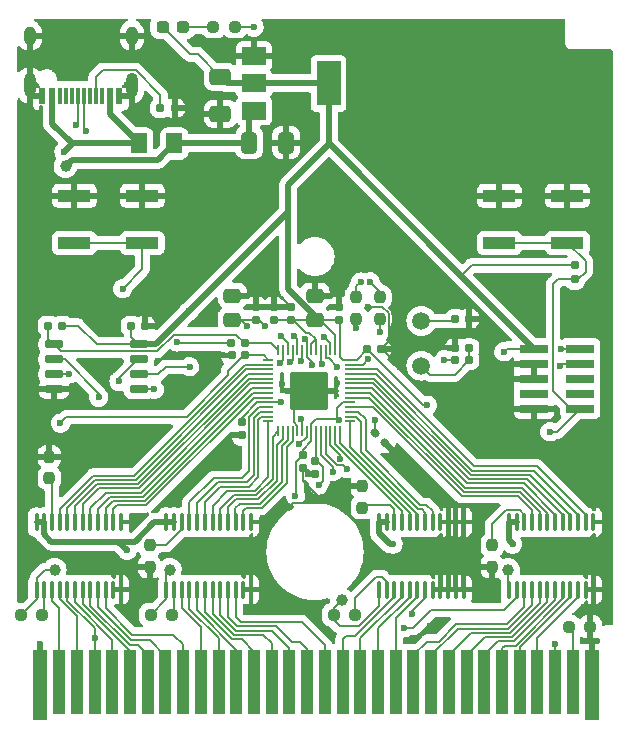
<source format=gtl>
G04 #@! TF.GenerationSoftware,KiCad,Pcbnew,6.0.7*
G04 #@! TF.CreationDate,2022-08-31T22:31:15-07:00*
G04 #@! TF.ProjectId,gbpunk,67627075-6e6b-42e6-9b69-6361645f7063,v4.0*
G04 #@! TF.SameCoordinates,Original*
G04 #@! TF.FileFunction,Copper,L1,Top*
G04 #@! TF.FilePolarity,Positive*
%FSLAX46Y46*%
G04 Gerber Fmt 4.6, Leading zero omitted, Abs format (unit mm)*
G04 Created by KiCad (PCBNEW 6.0.7) date 2022-08-31 22:31:15*
%MOMM*%
%LPD*%
G01*
G04 APERTURE LIST*
G04 Aperture macros list*
%AMRoundRect*
0 Rectangle with rounded corners*
0 $1 Rounding radius*
0 $2 $3 $4 $5 $6 $7 $8 $9 X,Y pos of 4 corners*
0 Add a 4 corners polygon primitive as box body*
4,1,4,$2,$3,$4,$5,$6,$7,$8,$9,$2,$3,0*
0 Add four circle primitives for the rounded corners*
1,1,$1+$1,$2,$3*
1,1,$1+$1,$4,$5*
1,1,$1+$1,$6,$7*
1,1,$1+$1,$8,$9*
0 Add four rect primitives between the rounded corners*
20,1,$1+$1,$2,$3,$4,$5,0*
20,1,$1+$1,$4,$5,$6,$7,0*
20,1,$1+$1,$6,$7,$8,$9,0*
20,1,$1+$1,$8,$9,$2,$3,0*%
G04 Aperture macros list end*
G04 #@! TA.AperFunction,SMDPad,CuDef*
%ADD10RoundRect,0.155000X0.155000X-0.212500X0.155000X0.212500X-0.155000X0.212500X-0.155000X-0.212500X0*%
G04 #@! TD*
G04 #@! TA.AperFunction,SMDPad,CuDef*
%ADD11RoundRect,0.100000X0.100000X-0.637500X0.100000X0.637500X-0.100000X0.637500X-0.100000X-0.637500X0*%
G04 #@! TD*
G04 #@! TA.AperFunction,SMDPad,CuDef*
%ADD12RoundRect,0.155000X-0.155000X0.212500X-0.155000X-0.212500X0.155000X-0.212500X0.155000X0.212500X0*%
G04 #@! TD*
G04 #@! TA.AperFunction,SMDPad,CuDef*
%ADD13RoundRect,0.155000X-0.212500X-0.155000X0.212500X-0.155000X0.212500X0.155000X-0.212500X0.155000X0*%
G04 #@! TD*
G04 #@! TA.AperFunction,SMDPad,CuDef*
%ADD14RoundRect,0.160000X0.197500X0.160000X-0.197500X0.160000X-0.197500X-0.160000X0.197500X-0.160000X0*%
G04 #@! TD*
G04 #@! TA.AperFunction,SMDPad,CuDef*
%ADD15RoundRect,0.237500X-0.237500X0.250000X-0.237500X-0.250000X0.237500X-0.250000X0.237500X0.250000X0*%
G04 #@! TD*
G04 #@! TA.AperFunction,SMDPad,CuDef*
%ADD16RoundRect,0.237500X0.250000X0.237500X-0.250000X0.237500X-0.250000X-0.237500X0.250000X-0.237500X0*%
G04 #@! TD*
G04 #@! TA.AperFunction,SMDPad,CuDef*
%ADD17RoundRect,0.250000X-0.412500X-0.650000X0.412500X-0.650000X0.412500X0.650000X-0.412500X0.650000X0*%
G04 #@! TD*
G04 #@! TA.AperFunction,SMDPad,CuDef*
%ADD18RoundRect,0.250000X0.475000X-0.337500X0.475000X0.337500X-0.475000X0.337500X-0.475000X-0.337500X0*%
G04 #@! TD*
G04 #@! TA.AperFunction,SMDPad,CuDef*
%ADD19R,2.400000X0.740000*%
G04 #@! TD*
G04 #@! TA.AperFunction,ComponentPad*
%ADD20C,1.500000*%
G04 #@! TD*
G04 #@! TA.AperFunction,SMDPad,CuDef*
%ADD21R,2.750000X1.000000*%
G04 #@! TD*
G04 #@! TA.AperFunction,SMDPad,CuDef*
%ADD22R,0.600000X1.450000*%
G04 #@! TD*
G04 #@! TA.AperFunction,SMDPad,CuDef*
%ADD23R,0.300000X1.450000*%
G04 #@! TD*
G04 #@! TA.AperFunction,ComponentPad*
%ADD24O,1.000000X2.100000*%
G04 #@! TD*
G04 #@! TA.AperFunction,ComponentPad*
%ADD25O,1.000000X1.600000*%
G04 #@! TD*
G04 #@! TA.AperFunction,SMDPad,CuDef*
%ADD26RoundRect,0.155000X0.212500X0.155000X-0.212500X0.155000X-0.212500X-0.155000X0.212500X-0.155000X0*%
G04 #@! TD*
G04 #@! TA.AperFunction,ConnectorPad*
%ADD27R,1.300000X6.000000*%
G04 #@! TD*
G04 #@! TA.AperFunction,ConnectorPad*
%ADD28R,1.000000X5.500000*%
G04 #@! TD*
G04 #@! TA.AperFunction,SMDPad,CuDef*
%ADD29RoundRect,0.155000X-0.259862X0.040659X0.040659X-0.259862X0.259862X-0.040659X-0.040659X0.259862X0*%
G04 #@! TD*
G04 #@! TA.AperFunction,SMDPad,CuDef*
%ADD30RoundRect,0.160000X-0.197500X-0.160000X0.197500X-0.160000X0.197500X0.160000X-0.197500X0.160000X0*%
G04 #@! TD*
G04 #@! TA.AperFunction,SMDPad,CuDef*
%ADD31RoundRect,0.150000X-0.650000X-0.150000X0.650000X-0.150000X0.650000X0.150000X-0.650000X0.150000X0*%
G04 #@! TD*
G04 #@! TA.AperFunction,SMDPad,CuDef*
%ADD32RoundRect,0.237500X0.237500X-0.250000X0.237500X0.250000X-0.237500X0.250000X-0.237500X-0.250000X0*%
G04 #@! TD*
G04 #@! TA.AperFunction,SMDPad,CuDef*
%ADD33R,2.000000X1.500000*%
G04 #@! TD*
G04 #@! TA.AperFunction,SMDPad,CuDef*
%ADD34R,2.000000X3.800000*%
G04 #@! TD*
G04 #@! TA.AperFunction,SMDPad,CuDef*
%ADD35RoundRect,0.160000X-0.160000X0.197500X-0.160000X-0.197500X0.160000X-0.197500X0.160000X0.197500X0*%
G04 #@! TD*
G04 #@! TA.AperFunction,SMDPad,CuDef*
%ADD36RoundRect,0.050000X-0.387500X-0.050000X0.387500X-0.050000X0.387500X0.050000X-0.387500X0.050000X0*%
G04 #@! TD*
G04 #@! TA.AperFunction,SMDPad,CuDef*
%ADD37RoundRect,0.050000X-0.050000X-0.387500X0.050000X-0.387500X0.050000X0.387500X-0.050000X0.387500X0*%
G04 #@! TD*
G04 #@! TA.AperFunction,SMDPad,CuDef*
%ADD38RoundRect,0.144000X-1.456000X-1.456000X1.456000X-1.456000X1.456000X1.456000X-1.456000X1.456000X0*%
G04 #@! TD*
G04 #@! TA.AperFunction,ComponentPad*
%ADD39C,0.600000*%
G04 #@! TD*
G04 #@! TA.AperFunction,SMDPad,CuDef*
%ADD40RoundRect,0.237500X0.287500X0.237500X-0.287500X0.237500X-0.287500X-0.237500X0.287500X-0.237500X0*%
G04 #@! TD*
G04 #@! TA.AperFunction,SMDPad,CuDef*
%ADD41RoundRect,0.250001X0.462499X0.624999X-0.462499X0.624999X-0.462499X-0.624999X0.462499X-0.624999X0*%
G04 #@! TD*
G04 #@! TA.AperFunction,SMDPad,CuDef*
%ADD42RoundRect,0.237500X-0.250000X-0.237500X0.250000X-0.237500X0.250000X0.237500X-0.250000X0.237500X0*%
G04 #@! TD*
G04 #@! TA.AperFunction,SMDPad,CuDef*
%ADD43RoundRect,0.250000X-0.650000X0.412500X-0.650000X-0.412500X0.650000X-0.412500X0.650000X0.412500X0*%
G04 #@! TD*
G04 #@! TA.AperFunction,ViaPad*
%ADD44C,0.600000*%
G04 #@! TD*
G04 #@! TA.AperFunction,ViaPad*
%ADD45C,1.000000*%
G04 #@! TD*
G04 #@! TA.AperFunction,Conductor*
%ADD46C,0.210000*%
G04 #@! TD*
G04 #@! TA.AperFunction,Conductor*
%ADD47C,0.500000*%
G04 #@! TD*
G04 APERTURE END LIST*
D10*
G04 #@! TO.P,C20,1*
G04 #@! TO.N,+3.3V*
X102040000Y-65067500D03*
G04 #@! TO.P,C20,2*
G04 #@! TO.N,GND*
X102040000Y-63932500D03*
G04 #@! TD*
G04 #@! TO.P,C13,1*
G04 #@! TO.N,+3.3V*
X96500000Y-65067500D03*
G04 #@! TO.P,C13,2*
G04 #@! TO.N,GND*
X96500000Y-63932500D03*
G04 #@! TD*
D11*
G04 #@! TO.P,U7,1,VCCA_5V*
G04 #@! TO.N,+5V*
X116425000Y-87862500D03*
G04 #@! TO.P,U7,2,DIR*
G04 #@! TO.N,/~{RD}*
X117075000Y-87862500D03*
G04 #@! TO.P,U7,3,A1*
G04 #@! TO.N,/D0*
X117725000Y-87862500D03*
G04 #@! TO.P,U7,4,A2*
G04 #@! TO.N,/D1*
X118375000Y-87862500D03*
G04 #@! TO.P,U7,5,A3*
G04 #@! TO.N,/D2*
X119025000Y-87862500D03*
G04 #@! TO.P,U7,6,A4*
G04 #@! TO.N,/D3*
X119675000Y-87862500D03*
G04 #@! TO.P,U7,7,A5*
G04 #@! TO.N,/D4*
X120325000Y-87862500D03*
G04 #@! TO.P,U7,8,A6*
G04 #@! TO.N,/D5*
X120975000Y-87862500D03*
G04 #@! TO.P,U7,9,A7*
G04 #@! TO.N,/D6*
X121625000Y-87862500D03*
G04 #@! TO.P,U7,10,A8*
G04 #@! TO.N,/D7*
X122275000Y-87862500D03*
G04 #@! TO.P,U7,11,GND*
G04 #@! TO.N,GND*
X122925000Y-87862500D03*
G04 #@! TO.P,U7,12,GND*
X123575000Y-87862500D03*
G04 #@! TO.P,U7,13,GND*
X123575000Y-82137500D03*
G04 #@! TO.P,U7,14,B8*
G04 #@! TO.N,/D7_L*
X122925000Y-82137500D03*
G04 #@! TO.P,U7,15,B7*
G04 #@! TO.N,/D6_L*
X122275000Y-82137500D03*
G04 #@! TO.P,U7,16,B6*
G04 #@! TO.N,/D5_L*
X121625000Y-82137500D03*
G04 #@! TO.P,U7,17,B5*
G04 #@! TO.N,/D4_L*
X120975000Y-82137500D03*
G04 #@! TO.P,U7,18,B4*
G04 #@! TO.N,/D3_L*
X120325000Y-82137500D03*
G04 #@! TO.P,U7,19,B3*
G04 #@! TO.N,/D2_L*
X119675000Y-82137500D03*
G04 #@! TO.P,U7,20,B2*
G04 #@! TO.N,/D1_L*
X119025000Y-82137500D03*
G04 #@! TO.P,U7,21,B1*
G04 #@! TO.N,/D0_L*
X118375000Y-82137500D03*
G04 #@! TO.P,U7,22,~{OE}*
G04 #@! TO.N,Net-(R13-Pad1)*
X117725000Y-82137500D03*
G04 #@! TO.P,U7,23,VCCB_3.3V*
G04 #@! TO.N,+3.3V*
X117075000Y-82137500D03*
G04 #@! TO.P,U7,24,VCCB_3.3V*
X116425000Y-82137500D03*
G04 #@! TD*
D12*
G04 #@! TO.P,C17,1*
G04 #@! TO.N,+3.3V*
X93820000Y-73652500D03*
G04 #@! TO.P,C17,2*
G04 #@! TO.N,GND*
X93820000Y-74787500D03*
G04 #@! TD*
D13*
G04 #@! TO.P,C14,1*
G04 #@! TO.N,+3.3V*
X104432500Y-67500000D03*
G04 #@! TO.P,C14,2*
G04 #@! TO.N,GND*
X105567500Y-67500000D03*
G04 #@! TD*
G04 #@! TO.P,C22,1*
G04 #@! TO.N,+3.3V*
X84432500Y-65500000D03*
G04 #@! TO.P,C22,2*
G04 #@! TO.N,GND*
X85567500Y-65500000D03*
G04 #@! TD*
D14*
G04 #@! TO.P,R9,1*
G04 #@! TO.N,/~{QSPI_CS}*
X94060000Y-67000000D03*
G04 #@! TO.P,R9,2*
G04 #@! TO.N,/~{USB_BOOT}*
X92865000Y-67000000D03*
G04 #@! TD*
D15*
G04 #@! TO.P,R13,1*
G04 #@! TO.N,Net-(R13-Pad1)*
X115000000Y-84087500D03*
G04 #@! TO.P,R13,2*
G04 #@! TO.N,GND*
X115000000Y-85912500D03*
G04 #@! TD*
D16*
G04 #@! TO.P,R6,1*
G04 #@! TO.N,Net-(R6-Pad1)*
X103412500Y-90000000D03*
G04 #@! TO.P,R6,2*
G04 #@! TO.N,+5V*
X101587500Y-90000000D03*
G04 #@! TD*
D17*
G04 #@! TO.P,C21,1*
G04 #@! TO.N,+5V*
X94437500Y-50000000D03*
G04 #@! TO.P,C21,2*
G04 #@! TO.N,GND*
X97562500Y-50000000D03*
G04 #@! TD*
D18*
G04 #@! TO.P,C11,1*
G04 #@! TO.N,+1V1*
X93000000Y-65037500D03*
G04 #@! TO.P,C11,2*
G04 #@! TO.N,GND*
X93000000Y-62962500D03*
G04 #@! TD*
D15*
G04 #@! TO.P,R11,1*
G04 #@! TO.N,/USB_DP*
X103500000Y-63087500D03*
G04 #@! TO.P,R11,2*
G04 #@! TO.N,Net-(R11-Pad2)*
X103500000Y-64912500D03*
G04 #@! TD*
D19*
G04 #@! TO.P,J4,1,VTref*
G04 #@! TO.N,+3.3V*
X118550000Y-67460000D03*
G04 #@! TO.P,J4,2,SWDIO/TMS*
G04 #@! TO.N,/SWDIO*
X122450000Y-67460000D03*
G04 #@! TO.P,J4,3,GND*
G04 #@! TO.N,GND*
X118550000Y-68730000D03*
G04 #@! TO.P,J4,4,SWDCLK/TCK*
G04 #@! TO.N,/SWCLK*
X122450000Y-68730000D03*
G04 #@! TO.P,J4,5,GND*
G04 #@! TO.N,GND*
X118550000Y-70000000D03*
G04 #@! TO.P,J4,6,SWO/TDO*
G04 #@! TO.N,unconnected-(J4-Pad6)*
X122450000Y-70000000D03*
G04 #@! TO.P,J4,7,KEY*
G04 #@! TO.N,unconnected-(J4-Pad7)*
X118550000Y-71270000D03*
G04 #@! TO.P,J4,8,NC/TDI*
G04 #@! TO.N,unconnected-(J4-Pad8)*
X122450000Y-71270000D03*
G04 #@! TO.P,J4,9,GNDDetect*
G04 #@! TO.N,GND*
X118550000Y-72540000D03*
G04 #@! TO.P,J4,10,~{RESET}*
G04 #@! TO.N,/RUN*
X122450000Y-72540000D03*
G04 #@! TD*
D14*
G04 #@! TO.P,R19,1*
G04 #@! TO.N,+3.3V*
X78597500Y-65500000D03*
G04 #@! TO.P,R19,2*
G04 #@! TO.N,/~{QSPI_CS}*
X77402500Y-65500000D03*
G04 #@! TD*
D15*
G04 #@! TO.P,R12,1*
G04 #@! TO.N,/USB_DM*
X105500000Y-63087500D03*
G04 #@! TO.P,R12,2*
G04 #@! TO.N,Net-(R12-Pad2)*
X105500000Y-64912500D03*
G04 #@! TD*
D20*
G04 #@! TO.P,Y1,1,1*
G04 #@! TO.N,Net-(C8-Pad1)*
X109000000Y-68900000D03*
G04 #@! TO.P,Y1,2,2*
G04 #@! TO.N,Net-(C7-Pad1)*
X109000000Y-65100000D03*
G04 #@! TD*
D21*
G04 #@! TO.P,SW9,1,A*
G04 #@! TO.N,GND*
X79620000Y-54500000D03*
X85380000Y-54500000D03*
G04 #@! TO.P,SW9,2,B*
G04 #@! TO.N,/~{USB_BOOT}*
X85380000Y-58500000D03*
X79620000Y-58500000D03*
G04 #@! TD*
D16*
G04 #@! TO.P,R2,1*
G04 #@! TO.N,GND*
X123325000Y-91000000D03*
G04 #@! TO.P,R2,2*
G04 #@! TO.N,Net-(J1-Pad31)*
X121500000Y-91000000D03*
G04 #@! TD*
D22*
G04 #@! TO.P,P1,A1,GND*
G04 #@! TO.N,GND*
X83430000Y-46065000D03*
G04 #@! TO.P,P1,A4,VBUS*
G04 #@! TO.N,VBUS*
X82630000Y-46065000D03*
D23*
G04 #@! TO.P,P1,A5,CC*
G04 #@! TO.N,Net-(P1-PadA5)*
X81430000Y-46065000D03*
G04 #@! TO.P,P1,A6,D+*
G04 #@! TO.N,/USB_DP*
X80430000Y-46065000D03*
G04 #@! TO.P,P1,A7,D-*
G04 #@! TO.N,/USB_DM*
X79930000Y-46065000D03*
G04 #@! TO.P,P1,A8,SBU1*
G04 #@! TO.N,unconnected-(P1-PadA8)*
X78930000Y-46065000D03*
D22*
G04 #@! TO.P,P1,A9,VBUS*
G04 #@! TO.N,VBUS*
X77730000Y-46065000D03*
G04 #@! TO.P,P1,A12,GND*
G04 #@! TO.N,GND*
X76930000Y-46065000D03*
G04 #@! TO.P,P1,B1,GND*
X76930000Y-46065000D03*
G04 #@! TO.P,P1,B4,VBUS*
G04 #@! TO.N,VBUS*
X77730000Y-46065000D03*
D23*
G04 #@! TO.P,P1,B5,VCONN*
G04 #@! TO.N,unconnected-(P1-PadB5)*
X78430000Y-46065000D03*
G04 #@! TO.P,P1,B6*
G04 #@! TO.N,N/C*
X79430000Y-46065000D03*
G04 #@! TO.P,P1,B7*
X80930000Y-46065000D03*
G04 #@! TO.P,P1,B8,SBU2*
G04 #@! TO.N,unconnected-(P1-PadB8)*
X81930000Y-46065000D03*
D22*
G04 #@! TO.P,P1,B9,VBUS*
G04 #@! TO.N,VBUS*
X82630000Y-46065000D03*
G04 #@! TO.P,P1,B12,GND*
G04 #@! TO.N,GND*
X83430000Y-46065000D03*
D24*
G04 #@! TO.P,P1,S1,SHIELD*
X84500000Y-45150000D03*
X75860000Y-45150000D03*
D25*
X84500000Y-40970000D03*
X75860000Y-40970000D03*
G04 #@! TD*
D26*
G04 #@! TO.P,C8,1*
G04 #@! TO.N,Net-(C8-Pad1)*
X113027500Y-67410000D03*
G04 #@! TO.P,C8,2*
G04 #@! TO.N,GND*
X111892500Y-67410000D03*
G04 #@! TD*
D15*
G04 #@! TO.P,R5,1*
G04 #@! TO.N,Net-(R5-Pad1)*
X86000000Y-84087500D03*
G04 #@! TO.P,R5,2*
G04 #@! TO.N,GND*
X86000000Y-85912500D03*
G04 #@! TD*
D27*
G04 #@! TO.P,J1,1,Pin_1*
G04 #@! TO.N,VBUS*
X76690000Y-95930000D03*
D28*
G04 #@! TO.P,J1,2,Pin_2*
G04 #@! TO.N,/CLK*
X78340000Y-95680000D03*
G04 #@! TO.P,J1,3,Pin_3*
G04 #@! TO.N,/~{WR}*
X79840000Y-95680000D03*
G04 #@! TO.P,J1,4,Pin_4*
G04 #@! TO.N,/~{RD}*
X81340000Y-95680000D03*
G04 #@! TO.P,J1,5,Pin_5*
G04 #@! TO.N,/~{CS}*
X82840000Y-95680000D03*
G04 #@! TO.P,J1,6,Pin_6*
G04 #@! TO.N,/A0*
X84340000Y-95680000D03*
G04 #@! TO.P,J1,7,Pin_7*
G04 #@! TO.N,/A1*
X85840000Y-95680000D03*
G04 #@! TO.P,J1,8,Pin_8*
G04 #@! TO.N,/A2*
X87340000Y-95680000D03*
G04 #@! TO.P,J1,9,Pin_9*
G04 #@! TO.N,/A3*
X88840000Y-95680000D03*
G04 #@! TO.P,J1,10,Pin_10*
G04 #@! TO.N,/A4*
X90340000Y-95680000D03*
G04 #@! TO.P,J1,11,Pin_11*
G04 #@! TO.N,/A5*
X91840000Y-95680000D03*
G04 #@! TO.P,J1,12,Pin_12*
G04 #@! TO.N,/A6*
X93340000Y-95680000D03*
G04 #@! TO.P,J1,13,Pin_13*
G04 #@! TO.N,/A7*
X94840000Y-95680000D03*
G04 #@! TO.P,J1,14,Pin_14*
G04 #@! TO.N,/A8*
X96340000Y-95680000D03*
G04 #@! TO.P,J1,15,Pin_15*
G04 #@! TO.N,/A9*
X97840000Y-95680000D03*
G04 #@! TO.P,J1,16,Pin_16*
G04 #@! TO.N,/A10*
X99340000Y-95680000D03*
G04 #@! TO.P,J1,17,Pin_17*
G04 #@! TO.N,/A11*
X100840000Y-95680000D03*
G04 #@! TO.P,J1,18,Pin_18*
G04 #@! TO.N,/A12*
X102340000Y-95680000D03*
G04 #@! TO.P,J1,19,Pin_19*
G04 #@! TO.N,/A13*
X103840000Y-95680000D03*
G04 #@! TO.P,J1,20,Pin_20*
G04 #@! TO.N,/A14*
X105340000Y-95680000D03*
G04 #@! TO.P,J1,21,Pin_21*
G04 #@! TO.N,/A15*
X106840000Y-95680000D03*
G04 #@! TO.P,J1,22,Pin_22*
G04 #@! TO.N,/D0*
X108340000Y-95680000D03*
G04 #@! TO.P,J1,23,Pin_23*
G04 #@! TO.N,/D1*
X109840000Y-95680000D03*
G04 #@! TO.P,J1,24,Pin_24*
G04 #@! TO.N,/D2*
X111340000Y-95680000D03*
G04 #@! TO.P,J1,25,Pin_25*
G04 #@! TO.N,/D3*
X112840000Y-95680000D03*
G04 #@! TO.P,J1,26,Pin_26*
G04 #@! TO.N,/D4*
X114340000Y-95680000D03*
G04 #@! TO.P,J1,27,Pin_27*
G04 #@! TO.N,/D5*
X115840000Y-95680000D03*
G04 #@! TO.P,J1,28,Pin_28*
G04 #@! TO.N,/D6*
X117340000Y-95680000D03*
G04 #@! TO.P,J1,29,Pin_29*
G04 #@! TO.N,/D7*
X118840000Y-95680000D03*
G04 #@! TO.P,J1,30,Pin_30*
G04 #@! TO.N,/RST*
X120340000Y-95680000D03*
G04 #@! TO.P,J1,31,Pin_31*
G04 #@! TO.N,Net-(J1-Pad31)*
X121840000Y-95680000D03*
D27*
G04 #@! TO.P,J1,32,Pin_32*
G04 #@! TO.N,GND*
X123490000Y-95930000D03*
G04 #@! TD*
D12*
G04 #@! TO.P,C16,1*
G04 #@! TO.N,+3.3V*
X99000000Y-76432500D03*
G04 #@! TO.P,C16,2*
G04 #@! TO.N,GND*
X99000000Y-77567500D03*
G04 #@! TD*
D11*
G04 #@! TO.P,U6,1,VCCA_5V*
G04 #@! TO.N,+5V*
X105425000Y-87862500D03*
G04 #@! TO.P,U6,2,DIR*
G04 #@! TO.N,Net-(R6-Pad1)*
X106075000Y-87862500D03*
G04 #@! TO.P,U6,3,A1*
G04 #@! TO.N,/A12*
X106725000Y-87862500D03*
G04 #@! TO.P,U6,4,A2*
G04 #@! TO.N,/A13*
X107375000Y-87862500D03*
G04 #@! TO.P,U6,5,A3*
G04 #@! TO.N,/A14*
X108025000Y-87862500D03*
G04 #@! TO.P,U6,6,A4*
G04 #@! TO.N,/A15*
X108675000Y-87862500D03*
G04 #@! TO.P,U6,7,A5*
G04 #@! TO.N,/RST*
X109325000Y-87862500D03*
G04 #@! TO.P,U6,8,A6*
G04 #@! TO.N,GND*
X109975000Y-87862500D03*
G04 #@! TO.P,U6,9,A7*
X110625000Y-87862500D03*
G04 #@! TO.P,U6,10,A8*
X111275000Y-87862500D03*
G04 #@! TO.P,U6,11,GND*
X111925000Y-87862500D03*
G04 #@! TO.P,U6,12,GND*
X112575000Y-87862500D03*
G04 #@! TO.P,U6,13,GND*
X112575000Y-82137500D03*
G04 #@! TO.P,U6,14,B8*
X111925000Y-82137500D03*
G04 #@! TO.P,U6,15,B7*
X111275000Y-82137500D03*
G04 #@! TO.P,U6,16,B6*
X110625000Y-82137500D03*
G04 #@! TO.P,U6,17,B5*
G04 #@! TO.N,/RST_L*
X109975000Y-82137500D03*
G04 #@! TO.P,U6,18,B4*
G04 #@! TO.N,/A15_L*
X109325000Y-82137500D03*
G04 #@! TO.P,U6,19,B3*
G04 #@! TO.N,/A14_L*
X108675000Y-82137500D03*
G04 #@! TO.P,U6,20,B2*
G04 #@! TO.N,/A13_L*
X108025000Y-82137500D03*
G04 #@! TO.P,U6,21,B1*
G04 #@! TO.N,/A12_L*
X107375000Y-82137500D03*
G04 #@! TO.P,U6,22,~{OE}*
G04 #@! TO.N,Net-(R7-Pad1)*
X106725000Y-82137500D03*
G04 #@! TO.P,U6,23,VCCB_3.3V*
G04 #@! TO.N,+3.3V*
X106075000Y-82137500D03*
G04 #@! TO.P,U6,24,VCCB_3.3V*
X105425000Y-82137500D03*
G04 #@! TD*
D29*
G04 #@! TO.P,C15,1*
G04 #@! TO.N,+3.3V*
X105098717Y-74598717D03*
G04 #@! TO.P,C15,2*
G04 #@! TO.N,GND*
X105901283Y-75401283D03*
G04 #@! TD*
D30*
G04 #@! TO.P,R18,1*
G04 #@! TO.N,Net-(P1-PadA5)*
X86912500Y-47100000D03*
G04 #@! TO.P,R18,2*
G04 #@! TO.N,GND*
X88107500Y-47100000D03*
G04 #@! TD*
D31*
G04 #@! TO.P,U3,1,~{CS}*
G04 #@! TO.N,/~{QSPI_CS}*
X77900000Y-67095000D03*
G04 #@! TO.P,U3,2,DO(IO1)*
G04 #@! TO.N,/QSPI_D1*
X77900000Y-68365000D03*
G04 #@! TO.P,U3,3,IO2*
G04 #@! TO.N,/QSPI_D2*
X77900000Y-69635000D03*
G04 #@! TO.P,U3,4,GND*
G04 #@! TO.N,GND*
X77900000Y-70905000D03*
G04 #@! TO.P,U3,5,DI(IO0)*
G04 #@! TO.N,/QSPI_D0*
X85100000Y-70905000D03*
G04 #@! TO.P,U3,6,CLK*
G04 #@! TO.N,/QSPI_CLK*
X85100000Y-69635000D03*
G04 #@! TO.P,U3,7,IO3*
G04 #@! TO.N,/QSPI_D3*
X85100000Y-68365000D03*
G04 #@! TO.P,U3,8,VCC*
G04 #@! TO.N,+3.3V*
X85100000Y-67095000D03*
G04 #@! TD*
D32*
G04 #@! TO.P,R7,1*
G04 #@! TO.N,Net-(R7-Pad1)*
X104000000Y-80912500D03*
G04 #@! TO.P,R7,2*
G04 #@! TO.N,GND*
X104000000Y-79087500D03*
G04 #@! TD*
D16*
G04 #@! TO.P,R1,1*
G04 #@! TO.N,Net-(R1-Pad1)*
X76912500Y-90000000D03*
G04 #@! TO.P,R1,2*
G04 #@! TO.N,+5V*
X75087500Y-90000000D03*
G04 #@! TD*
D21*
G04 #@! TO.P,SW7,1,A*
G04 #@! TO.N,GND*
X115620000Y-54500000D03*
X121380000Y-54500000D03*
G04 #@! TO.P,SW7,2,B*
G04 #@! TO.N,/RUN*
X115620000Y-58500000D03*
X121380000Y-58500000D03*
G04 #@! TD*
D10*
G04 #@! TO.P,C19,1*
G04 #@! TO.N,+3.3V*
X98000000Y-65067500D03*
G04 #@! TO.P,C19,2*
G04 #@! TO.N,GND*
X98000000Y-63932500D03*
G04 #@! TD*
D33*
G04 #@! TO.P,U4,1,GND*
G04 #@! TO.N,GND*
X94850000Y-42700000D03*
G04 #@! TO.P,U4,2,VO*
G04 #@! TO.N,+3.3V*
X94850000Y-45000000D03*
D34*
X101150000Y-45000000D03*
D33*
G04 #@! TO.P,U4,3,VI*
G04 #@! TO.N,+5V*
X94850000Y-47300000D03*
G04 #@! TD*
D11*
G04 #@! TO.P,U2,1,VCCA_5V*
G04 #@! TO.N,+5V*
X76425000Y-87862500D03*
G04 #@! TO.P,U2,2,DIR*
G04 #@! TO.N,Net-(R1-Pad1)*
X77075000Y-87862500D03*
G04 #@! TO.P,U2,3,A1*
G04 #@! TO.N,/CLK*
X77725000Y-87862500D03*
G04 #@! TO.P,U2,4,A2*
G04 #@! TO.N,/~{WR}*
X78375000Y-87862500D03*
G04 #@! TO.P,U2,5,A3*
G04 #@! TO.N,/~{RD}*
X79025000Y-87862500D03*
G04 #@! TO.P,U2,6,A4*
G04 #@! TO.N,/~{CS}*
X79675000Y-87862500D03*
G04 #@! TO.P,U2,7,A5*
G04 #@! TO.N,/A0*
X80325000Y-87862500D03*
G04 #@! TO.P,U2,8,A6*
G04 #@! TO.N,/A1*
X80975000Y-87862500D03*
G04 #@! TO.P,U2,9,A7*
G04 #@! TO.N,/A2*
X81625000Y-87862500D03*
G04 #@! TO.P,U2,10,A8*
G04 #@! TO.N,/A3*
X82275000Y-87862500D03*
G04 #@! TO.P,U2,11,GND*
G04 #@! TO.N,GND*
X82925000Y-87862500D03*
G04 #@! TO.P,U2,12,GND*
X83575000Y-87862500D03*
G04 #@! TO.P,U2,13,GND*
X83575000Y-82137500D03*
G04 #@! TO.P,U2,14,B8*
G04 #@! TO.N,/A3_L*
X82925000Y-82137500D03*
G04 #@! TO.P,U2,15,B7*
G04 #@! TO.N,/A2_L*
X82275000Y-82137500D03*
G04 #@! TO.P,U2,16,B6*
G04 #@! TO.N,/A1_L*
X81625000Y-82137500D03*
G04 #@! TO.P,U2,17,B5*
G04 #@! TO.N,/A0_L*
X80975000Y-82137500D03*
G04 #@! TO.P,U2,18,B4*
G04 #@! TO.N,/~{CS_L}*
X80325000Y-82137500D03*
G04 #@! TO.P,U2,19,B3*
G04 #@! TO.N,/~{RD_L}*
X79675000Y-82137500D03*
G04 #@! TO.P,U2,20,B2*
G04 #@! TO.N,/~{WR_L}*
X79025000Y-82137500D03*
G04 #@! TO.P,U2,21,B1*
G04 #@! TO.N,/CLK_L*
X78375000Y-82137500D03*
G04 #@! TO.P,U2,22,~{OE}*
G04 #@! TO.N,Net-(R3-Pad1)*
X77725000Y-82137500D03*
G04 #@! TO.P,U2,23,VCCB_3.3V*
G04 #@! TO.N,+3.3V*
X77075000Y-82137500D03*
G04 #@! TO.P,U2,24,VCCB_3.3V*
X76425000Y-82137500D03*
G04 #@! TD*
G04 #@! TO.P,U5,1,VCCA_5V*
G04 #@! TO.N,+5V*
X87425000Y-87862500D03*
G04 #@! TO.P,U5,2,DIR*
G04 #@! TO.N,Net-(R4-Pad1)*
X88075000Y-87862500D03*
G04 #@! TO.P,U5,3,A1*
G04 #@! TO.N,/A4*
X88725000Y-87862500D03*
G04 #@! TO.P,U5,4,A2*
G04 #@! TO.N,/A5*
X89375000Y-87862500D03*
G04 #@! TO.P,U5,5,A3*
G04 #@! TO.N,/A6*
X90025000Y-87862500D03*
G04 #@! TO.P,U5,6,A4*
G04 #@! TO.N,/A7*
X90675000Y-87862500D03*
G04 #@! TO.P,U5,7,A5*
G04 #@! TO.N,/A8*
X91325000Y-87862500D03*
G04 #@! TO.P,U5,8,A6*
G04 #@! TO.N,/A9*
X91975000Y-87862500D03*
G04 #@! TO.P,U5,9,A7*
G04 #@! TO.N,/A10*
X92625000Y-87862500D03*
G04 #@! TO.P,U5,10,A8*
G04 #@! TO.N,/A11*
X93275000Y-87862500D03*
G04 #@! TO.P,U5,11,GND*
G04 #@! TO.N,GND*
X93925000Y-87862500D03*
G04 #@! TO.P,U5,12,GND*
X94575000Y-87862500D03*
G04 #@! TO.P,U5,13,GND*
X94575000Y-82137500D03*
G04 #@! TO.P,U5,14,B8*
G04 #@! TO.N,/A11_L*
X93925000Y-82137500D03*
G04 #@! TO.P,U5,15,B7*
G04 #@! TO.N,/A10_L*
X93275000Y-82137500D03*
G04 #@! TO.P,U5,16,B6*
G04 #@! TO.N,/A9_L*
X92625000Y-82137500D03*
G04 #@! TO.P,U5,17,B5*
G04 #@! TO.N,/A8_L*
X91975000Y-82137500D03*
G04 #@! TO.P,U5,18,B4*
G04 #@! TO.N,/A7_L*
X91325000Y-82137500D03*
G04 #@! TO.P,U5,19,B3*
G04 #@! TO.N,/A6_L*
X90675000Y-82137500D03*
G04 #@! TO.P,U5,20,B2*
G04 #@! TO.N,/A5_L*
X90025000Y-82137500D03*
G04 #@! TO.P,U5,21,B1*
G04 #@! TO.N,/A4_L*
X89375000Y-82137500D03*
G04 #@! TO.P,U5,22,~{OE}*
G04 #@! TO.N,Net-(R5-Pad1)*
X88725000Y-82137500D03*
G04 #@! TO.P,U5,23,VCCB_3.3V*
G04 #@! TO.N,+3.3V*
X88075000Y-82137500D03*
G04 #@! TO.P,U5,24,VCCB_3.3V*
X87425000Y-82137500D03*
G04 #@! TD*
D35*
G04 #@! TO.P,R8,1*
G04 #@! TO.N,+3.3V*
X122000000Y-60402500D03*
G04 #@! TO.P,R8,2*
G04 #@! TO.N,/RUN*
X122000000Y-61597500D03*
G04 #@! TD*
D36*
G04 #@! TO.P,U1,1,IOVDD*
G04 #@! TO.N,+3.3V*
X96062500Y-68400000D03*
G04 #@! TO.P,U1,2,GPIO0*
G04 #@! TO.N,/CLK_L*
X96062500Y-68800000D03*
G04 #@! TO.P,U1,3,GPIO1*
G04 #@! TO.N,/~{WR_L}*
X96062500Y-69200000D03*
G04 #@! TO.P,U1,4,GPIO2*
G04 #@! TO.N,/~{RD_L}*
X96062500Y-69600000D03*
G04 #@! TO.P,U1,5,GPIO3*
G04 #@! TO.N,/~{CS_L}*
X96062500Y-70000000D03*
G04 #@! TO.P,U1,6,GPIO4*
G04 #@! TO.N,/A0_L*
X96062500Y-70400000D03*
G04 #@! TO.P,U1,7,GPIO5*
G04 #@! TO.N,/A1_L*
X96062500Y-70800000D03*
G04 #@! TO.P,U1,8,GPIO6*
G04 #@! TO.N,/A2_L*
X96062500Y-71200000D03*
G04 #@! TO.P,U1,9,GPIO7*
G04 #@! TO.N,/A3_L*
X96062500Y-71600000D03*
G04 #@! TO.P,U1,10,IOVDD*
G04 #@! TO.N,+3.3V*
X96062500Y-72000000D03*
G04 #@! TO.P,U1,11,GPIO8*
G04 #@! TO.N,/A4_L*
X96062500Y-72400000D03*
G04 #@! TO.P,U1,12,GPIO9*
G04 #@! TO.N,/A5_L*
X96062500Y-72800000D03*
G04 #@! TO.P,U1,13,GPIO10*
G04 #@! TO.N,/A6_L*
X96062500Y-73200000D03*
G04 #@! TO.P,U1,14,GPIO11*
G04 #@! TO.N,/A7_L*
X96062500Y-73600000D03*
D37*
G04 #@! TO.P,U1,15,GPIO12*
G04 #@! TO.N,/A8_L*
X96900000Y-74437500D03*
G04 #@! TO.P,U1,16,GPIO13*
G04 #@! TO.N,/A9_L*
X97300000Y-74437500D03*
G04 #@! TO.P,U1,17,GPIO14*
G04 #@! TO.N,/A10_L*
X97700000Y-74437500D03*
G04 #@! TO.P,U1,18,GPIO15*
G04 #@! TO.N,/A11_L*
X98100000Y-74437500D03*
G04 #@! TO.P,U1,19,TESTEN*
G04 #@! TO.N,GND*
X98500000Y-74437500D03*
G04 #@! TO.P,U1,20,XIN*
G04 #@! TO.N,Net-(C7-Pad1)*
X98900000Y-74437500D03*
G04 #@! TO.P,U1,21,XOUT*
G04 #@! TO.N,Net-(R10-Pad2)*
X99300000Y-74437500D03*
G04 #@! TO.P,U1,22,IOVDD*
G04 #@! TO.N,+3.3V*
X99700000Y-74437500D03*
G04 #@! TO.P,U1,23,DVDD*
G04 #@! TO.N,+1V1*
X100100000Y-74437500D03*
G04 #@! TO.P,U1,24,SWCLK*
G04 #@! TO.N,/SWCLK*
X100500000Y-74437500D03*
G04 #@! TO.P,U1,25,SWD*
G04 #@! TO.N,/SWDIO*
X100900000Y-74437500D03*
G04 #@! TO.P,U1,26,RUN*
G04 #@! TO.N,/RUN*
X101300000Y-74437500D03*
G04 #@! TO.P,U1,27,GPIO16*
G04 #@! TO.N,/A12_L*
X101700000Y-74437500D03*
G04 #@! TO.P,U1,28,GPIO17*
G04 #@! TO.N,/A13_L*
X102100000Y-74437500D03*
D36*
G04 #@! TO.P,U1,29,GPIO18*
G04 #@! TO.N,/A14_L*
X102937500Y-73600000D03*
G04 #@! TO.P,U1,30,GPIO19*
G04 #@! TO.N,/A15_L*
X102937500Y-73200000D03*
G04 #@! TO.P,U1,31,GPIO20*
G04 #@! TO.N,/RST_L*
X102937500Y-72800000D03*
G04 #@! TO.P,U1,32,GPIO21*
G04 #@! TO.N,/D0_L*
X102937500Y-72400000D03*
G04 #@! TO.P,U1,33,IOVDD*
G04 #@! TO.N,+3.3V*
X102937500Y-72000000D03*
G04 #@! TO.P,U1,34,GPIO22*
G04 #@! TO.N,/D1_L*
X102937500Y-71600000D03*
G04 #@! TO.P,U1,35,GPIO23*
G04 #@! TO.N,/D2_L*
X102937500Y-71200000D03*
G04 #@! TO.P,U1,36,GPIO24*
G04 #@! TO.N,/D3_L*
X102937500Y-70800000D03*
G04 #@! TO.P,U1,37,GPIO25*
G04 #@! TO.N,/D4_L*
X102937500Y-70400000D03*
G04 #@! TO.P,U1,38,GPIO26_ADC0*
G04 #@! TO.N,/D5_L*
X102937500Y-70000000D03*
G04 #@! TO.P,U1,39,GPIO27_ADC1*
G04 #@! TO.N,/D6_L*
X102937500Y-69600000D03*
G04 #@! TO.P,U1,40,GPIO28_ADC2*
G04 #@! TO.N,/D7_L*
X102937500Y-69200000D03*
G04 #@! TO.P,U1,41,GPIO29_ADC3*
G04 #@! TO.N,Net-(R14-Pad2)*
X102937500Y-68800000D03*
G04 #@! TO.P,U1,42,IOVDD*
G04 #@! TO.N,+3.3V*
X102937500Y-68400000D03*
D37*
G04 #@! TO.P,U1,43,ADC_AVDD*
X102100000Y-67562500D03*
G04 #@! TO.P,U1,44,VREG_IN*
X101700000Y-67562500D03*
G04 #@! TO.P,U1,45,VREG_VOUT*
G04 #@! TO.N,+1V1*
X101300000Y-67562500D03*
G04 #@! TO.P,U1,46,USB_DM*
G04 #@! TO.N,Net-(R12-Pad2)*
X100900000Y-67562500D03*
G04 #@! TO.P,U1,47,USB_DP*
G04 #@! TO.N,Net-(R11-Pad2)*
X100500000Y-67562500D03*
G04 #@! TO.P,U1,48,USB_VDD*
G04 #@! TO.N,+3.3V*
X100100000Y-67562500D03*
G04 #@! TO.P,U1,49,IOVDD*
X99700000Y-67562500D03*
G04 #@! TO.P,U1,50,DVDD*
G04 #@! TO.N,+1V1*
X99300000Y-67562500D03*
G04 #@! TO.P,U1,51,QSPI_SD3*
G04 #@! TO.N,/QSPI_D3*
X98900000Y-67562500D03*
G04 #@! TO.P,U1,52,QSPI_SCLK*
G04 #@! TO.N,/QSPI_CLK*
X98500000Y-67562500D03*
G04 #@! TO.P,U1,53,QSPI_SD0*
G04 #@! TO.N,/QSPI_D0*
X98100000Y-67562500D03*
G04 #@! TO.P,U1,54,QSPI_SD2*
G04 #@! TO.N,/QSPI_D2*
X97700000Y-67562500D03*
G04 #@! TO.P,U1,55,QSPI_SD1*
G04 #@! TO.N,/QSPI_D1*
X97300000Y-67562500D03*
G04 #@! TO.P,U1,56,QSPI_SS*
G04 #@! TO.N,/~{QSPI_CS}*
X96900000Y-67562500D03*
D38*
G04 #@! TO.P,U1,57,GND*
G04 #@! TO.N,GND*
X99500000Y-71000000D03*
D39*
X99500000Y-71000000D03*
X98225000Y-71000000D03*
X99500000Y-72275000D03*
X100775000Y-69725000D03*
X100775000Y-72275000D03*
X100775000Y-71000000D03*
X98225000Y-69725000D03*
X99500000Y-69725000D03*
X98225000Y-72275000D03*
G04 #@! TD*
D16*
G04 #@! TO.P,R4,1*
G04 #@! TO.N,Net-(R4-Pad1)*
X87912500Y-90000000D03*
G04 #@! TO.P,R4,2*
G04 #@! TO.N,+5V*
X86087500Y-90000000D03*
G04 #@! TD*
D13*
G04 #@! TO.P,C7,1*
G04 #@! TO.N,Net-(C7-Pad1)*
X111892500Y-64910000D03*
G04 #@! TO.P,C7,2*
G04 #@! TO.N,GND*
X113027500Y-64910000D03*
G04 #@! TD*
D26*
G04 #@! TO.P,C18,1*
G04 #@! TO.N,+3.3V*
X94067500Y-68000000D03*
G04 #@! TO.P,C18,2*
G04 #@! TO.N,GND*
X92932500Y-68000000D03*
G04 #@! TD*
D40*
G04 #@! TO.P,D1,1,K*
G04 #@! TO.N,Net-(D1-Pad1)*
X88845000Y-40240000D03*
G04 #@! TO.P,D1,2,A*
G04 #@! TO.N,+3.3V*
X87095000Y-40240000D03*
G04 #@! TD*
D41*
G04 #@! TO.P,F1,1*
G04 #@! TO.N,+5V*
X88077500Y-50070000D03*
G04 #@! TO.P,F1,2*
G04 #@! TO.N,VBUS*
X85102500Y-50070000D03*
G04 #@! TD*
D12*
G04 #@! TO.P,C10,1*
G04 #@! TO.N,+1V1*
X100000000Y-76932500D03*
G04 #@! TO.P,C10,2*
G04 #@! TO.N,GND*
X100000000Y-78067500D03*
G04 #@! TD*
D14*
G04 #@! TO.P,R10,1*
G04 #@! TO.N,Net-(C8-Pad1)*
X113057500Y-68410000D03*
G04 #@! TO.P,R10,2*
G04 #@! TO.N,Net-(R10-Pad2)*
X111862500Y-68410000D03*
G04 #@! TD*
D10*
G04 #@! TO.P,C9,1*
G04 #@! TO.N,+1V1*
X95000000Y-65067500D03*
G04 #@! TO.P,C9,2*
G04 #@! TO.N,GND*
X95000000Y-63932500D03*
G04 #@! TD*
D18*
G04 #@! TO.P,C12,1*
G04 #@! TO.N,+3.3V*
X100000000Y-65037500D03*
G04 #@! TO.P,C12,2*
G04 #@! TO.N,GND*
X100000000Y-62962500D03*
G04 #@! TD*
D42*
G04 #@! TO.P,R14,1*
G04 #@! TO.N,Net-(D1-Pad1)*
X91402500Y-40200000D03*
G04 #@! TO.P,R14,2*
G04 #@! TO.N,Net-(R14-Pad2)*
X93227500Y-40200000D03*
G04 #@! TD*
D32*
G04 #@! TO.P,R3,1*
G04 #@! TO.N,Net-(R3-Pad1)*
X77500000Y-78412500D03*
G04 #@! TO.P,R3,2*
G04 #@! TO.N,GND*
X77500000Y-76587500D03*
G04 #@! TD*
D43*
G04 #@! TO.P,C23,1*
G04 #@! TO.N,+3.3V*
X92000000Y-44437500D03*
G04 #@! TO.P,C23,2*
G04 #@! TO.N,GND*
X92000000Y-47562500D03*
G04 #@! TD*
D44*
G04 #@! TO.N,Net-(C7-Pad1)*
X98840000Y-73370000D03*
G04 #@! TO.N,GND*
X114470000Y-87760000D03*
X96545000Y-62495000D03*
X97230000Y-70470000D03*
X107030000Y-76180000D03*
X92000000Y-77000000D03*
X104000000Y-46860000D03*
X104490000Y-63930000D03*
X109730000Y-90970000D03*
X80940000Y-85000000D03*
X110330000Y-80020000D03*
X87680000Y-56500000D03*
X84860000Y-81990000D03*
X107180000Y-69030000D03*
X94590000Y-85250000D03*
X112880000Y-74540000D03*
X81810000Y-64560000D03*
X101860000Y-70350000D03*
X114000000Y-69920000D03*
X90900000Y-64740000D03*
X122000000Y-85000000D03*
X83000000Y-75000000D03*
X101990000Y-61560000D03*
X75450000Y-73400000D03*
X117000000Y-48000000D03*
X118310000Y-63710000D03*
X88460000Y-43110000D03*
X123130000Y-77320000D03*
X103410000Y-57470000D03*
X78810000Y-41630000D03*
G04 #@! TO.N,+1V1*
X95780000Y-65550000D03*
X100740000Y-66440000D03*
X94260000Y-65560000D03*
X99740443Y-68869557D03*
X100310000Y-79000000D03*
X99189339Y-66644398D03*
G04 #@! TO.N,VBUS*
X76700000Y-92430000D03*
X78750000Y-50780000D03*
D45*
G04 #@! TO.N,+5V*
X78880000Y-52000000D03*
X116350000Y-86210000D03*
X77950000Y-86190000D03*
X87710000Y-86190000D03*
X102280000Y-88760000D03*
D44*
G04 #@! TO.N,/~{RD}*
X81340000Y-91910000D03*
X107520000Y-91100000D03*
G04 #@! TO.N,/RST*
X108210000Y-89900000D03*
X120360000Y-92490000D03*
G04 #@! TO.N,/SWDIO*
X120790000Y-67500000D03*
X102669087Y-77622636D03*
G04 #@! TO.N,/SWCLK*
X101560000Y-77860000D03*
X120740000Y-68910000D03*
G04 #@! TO.N,/RUN*
X102138411Y-76765726D03*
X119872770Y-74496121D03*
G04 #@! TO.N,/USB_DP*
X80640000Y-49040000D03*
X103880000Y-61810000D03*
G04 #@! TO.N,/USB_DM*
X104670000Y-61790000D03*
X79730000Y-48500000D03*
G04 #@! TO.N,/~{USB_BOOT}*
X83730000Y-62370000D03*
X88350000Y-66890000D03*
G04 #@! TO.N,Net-(R10-Pad2)*
X98670000Y-75540000D03*
X110940000Y-68380000D03*
G04 #@! TO.N,Net-(R11-Pad2)*
X100590000Y-68740000D03*
X103510000Y-65730000D03*
G04 #@! TO.N,Net-(R12-Pad2)*
X101900000Y-68980000D03*
X105480000Y-66020000D03*
G04 #@! TO.N,/QSPI_D3*
X98820000Y-68510000D03*
X83398936Y-70217177D03*
G04 #@! TO.N,/QSPI_CLK*
X89380000Y-68990000D03*
X98251326Y-66347293D03*
G04 #@! TO.N,/QSPI_D0*
X97910000Y-68620000D03*
X86400000Y-70910000D03*
G04 #@! TO.N,/QSPI_D2*
X79200000Y-69590000D03*
X97140000Y-66420000D03*
G04 #@! TO.N,/QSPI_D1*
X81700000Y-71570000D03*
X97070000Y-68650000D03*
G04 #@! TO.N,+3.3V*
X102030000Y-73510000D03*
X97150000Y-72000000D03*
X84090000Y-84540000D03*
X105103524Y-73514425D03*
X98350000Y-79930000D03*
X109520000Y-72230000D03*
X89297911Y-64297911D03*
X115990000Y-67720000D03*
X116730000Y-84000000D03*
X78450000Y-73760000D03*
X106620000Y-84000000D03*
G04 #@! TO.N,Net-(R14-Pad2)*
X94840000Y-40240000D03*
X104500000Y-68360000D03*
G04 #@! TD*
D46*
G04 #@! TO.N,Net-(C7-Pad1)*
X98900000Y-74437500D02*
X98900000Y-73430000D01*
X111892500Y-64910000D02*
X111702500Y-65100000D01*
X111702500Y-65100000D02*
X109000000Y-65100000D01*
X98900000Y-73430000D02*
X98840000Y-73370000D01*
G04 #@! TO.N,GND*
X105567500Y-67500000D02*
X106230000Y-66837500D01*
X105650000Y-67500000D02*
X107180000Y-69030000D01*
X97992500Y-63932500D02*
X96550000Y-62490000D01*
X94590000Y-85250000D02*
X94590000Y-84029170D01*
X105701500Y-63930000D02*
X104490000Y-63930000D01*
X100000000Y-78067500D02*
X99500000Y-78067500D01*
X98500000Y-73968665D02*
X98500000Y-74437500D01*
X99500000Y-78067500D02*
X99000000Y-77567500D01*
X106230000Y-64458500D02*
X105701500Y-63930000D01*
X94590000Y-84029170D02*
X98110170Y-80509000D01*
X99000000Y-78638000D02*
X100871000Y-80509000D01*
X96500000Y-62540000D02*
X96500000Y-63932500D01*
X98225000Y-73685000D02*
X98220668Y-73689332D01*
X96545000Y-62495000D02*
X96500000Y-62540000D01*
X98000000Y-63932500D02*
X97992500Y-63932500D01*
X98225000Y-72275000D02*
X98225000Y-73685000D01*
X98220668Y-73689332D02*
X98500000Y-73968665D01*
X106230000Y-66837500D02*
X106230000Y-64458500D01*
X105567500Y-67500000D02*
X105650000Y-67500000D01*
X100871000Y-80509000D02*
X102292500Y-79087500D01*
X102292500Y-79087500D02*
X104000000Y-79087500D01*
X99000000Y-77567500D02*
X99000000Y-78638000D01*
X98110170Y-80509000D02*
X100871000Y-80509000D01*
X96550000Y-62490000D02*
X96545000Y-62495000D01*
G04 #@! TO.N,Net-(C8-Pad1)*
X111817500Y-69650000D02*
X109750000Y-69650000D01*
X109750000Y-69650000D02*
X109000000Y-68900000D01*
X113027500Y-68380000D02*
X113057500Y-68410000D01*
X113057500Y-68410000D02*
X111817500Y-69650000D01*
X113027500Y-67410000D02*
X113027500Y-68380000D01*
G04 #@! TO.N,+1V1*
X100000000Y-76932500D02*
X100142500Y-76932500D01*
X99300000Y-66755059D02*
X99189339Y-66644398D01*
X99300000Y-67562500D02*
X99300000Y-68171170D01*
X100100000Y-76832500D02*
X100000000Y-76932500D01*
X101300000Y-67562500D02*
X101300000Y-67000000D01*
X94970000Y-65037500D02*
X95000000Y-65067500D01*
X99300000Y-67562500D02*
X99300000Y-66755059D01*
X93000000Y-65037500D02*
X94970000Y-65037500D01*
X101300000Y-67000000D02*
X100740000Y-66440000D01*
X95000000Y-65067500D02*
X95297500Y-65067500D01*
X93000000Y-65037500D02*
X93737500Y-65037500D01*
X99300000Y-68171170D02*
X99740443Y-68611613D01*
X99740443Y-68611613D02*
X99740443Y-68869557D01*
X93737500Y-65037500D02*
X94260000Y-65560000D01*
X100100000Y-74437500D02*
X100100000Y-76832500D01*
X95297500Y-65067500D02*
X95780000Y-65550000D01*
X100660000Y-77450000D02*
X100660000Y-78650000D01*
X100660000Y-78650000D02*
X100310000Y-79000000D01*
X100142500Y-76932500D02*
X100660000Y-77450000D01*
D47*
G04 #@! TO.N,VBUS*
X82630000Y-47597500D02*
X85102500Y-50070000D01*
X77730000Y-48400000D02*
X79400000Y-50070000D01*
X82630000Y-46065000D02*
X82630000Y-47597500D01*
X77730000Y-46065000D02*
X77730000Y-48400000D01*
X76690000Y-92440000D02*
X76700000Y-92430000D01*
X78750000Y-50780000D02*
X79400000Y-50130000D01*
X79400000Y-50130000D02*
X79400000Y-50070000D01*
X79400000Y-50070000D02*
X85102500Y-50070000D01*
X76690000Y-95930000D02*
X76690000Y-92440000D01*
D46*
G04 #@! TO.N,Net-(D1-Pad1)*
X91362500Y-40240000D02*
X91402500Y-40200000D01*
X88845000Y-40240000D02*
X91362500Y-40240000D01*
G04 #@! TO.N,+5V*
X87425000Y-88662500D02*
X86087500Y-90000000D01*
D47*
X94367500Y-50070000D02*
X94437500Y-50000000D01*
D46*
X101587500Y-90447500D02*
X101587500Y-90000000D01*
D47*
X79430000Y-51450000D02*
X78880000Y-52000000D01*
D46*
X87425000Y-87862500D02*
X87425000Y-88662500D01*
X102110000Y-90970000D02*
X101587500Y-90447500D01*
X116350000Y-87787500D02*
X116425000Y-87862500D01*
D47*
X88077500Y-50070000D02*
X94367500Y-50070000D01*
D46*
X87425000Y-86475000D02*
X87710000Y-86190000D01*
X75087500Y-90000000D02*
X76425000Y-88662500D01*
X87425000Y-87862500D02*
X87425000Y-86475000D01*
X101587500Y-90000000D02*
X101587500Y-89452500D01*
D47*
X79780000Y-51450000D02*
X79430000Y-51450000D01*
X94437500Y-47712500D02*
X94850000Y-47300000D01*
D46*
X116350000Y-86210000D02*
X116350000Y-87787500D01*
D47*
X86697500Y-51450000D02*
X79780000Y-51450000D01*
X94437500Y-50000000D02*
X94437500Y-47712500D01*
D46*
X101587500Y-89452500D02*
X102280000Y-88760000D01*
X105425000Y-89242930D02*
X103697930Y-90970000D01*
X103697930Y-90970000D02*
X102110000Y-90970000D01*
D47*
X88077500Y-50070000D02*
X86697500Y-51450000D01*
D46*
X76425000Y-88662500D02*
X76425000Y-87862500D01*
X76425000Y-87862500D02*
X76450000Y-87837500D01*
X105425000Y-87862500D02*
X105425000Y-89242930D01*
X76450000Y-86890000D02*
X77150000Y-86190000D01*
X77150000Y-86190000D02*
X77950000Y-86190000D01*
X76450000Y-87837500D02*
X76450000Y-86890000D01*
G04 #@! TO.N,/CLK*
X77725000Y-87862500D02*
X77725000Y-88835000D01*
X78340000Y-95680000D02*
X78340000Y-89450000D01*
X78340000Y-89450000D02*
X77725000Y-88835000D01*
G04 #@! TO.N,/~{WR}*
X79840000Y-95680000D02*
X79840000Y-90130000D01*
X79840000Y-90130000D02*
X78375000Y-88665000D01*
X78375000Y-87862500D02*
X78375000Y-88665000D01*
G04 #@! TO.N,/~{RD}*
X81340000Y-91097348D02*
X79025000Y-88782348D01*
X79025000Y-88782348D02*
X79025000Y-87862500D01*
X107520000Y-91100000D02*
X108320000Y-91100000D01*
X108320000Y-91100000D02*
X109850000Y-89570000D01*
X81340000Y-95680000D02*
X81340000Y-91910000D01*
X116027756Y-89570000D02*
X117075000Y-88522756D01*
X109850000Y-89570000D02*
X116027756Y-89570000D01*
X117075000Y-88522756D02*
X117075000Y-87862500D01*
X81340000Y-91910000D02*
X81340000Y-91097348D01*
G04 #@! TO.N,/~{CS}*
X82840000Y-92088232D02*
X79675000Y-88923232D01*
X79675000Y-88923232D02*
X79675000Y-87862500D01*
X82840000Y-95680000D02*
X82840000Y-92088232D01*
G04 #@! TO.N,/A0*
X80325000Y-89064116D02*
X80325000Y-87862500D01*
X84340000Y-95680000D02*
X84340000Y-93079116D01*
X84340000Y-93079116D02*
X80325000Y-89064116D01*
G04 #@! TO.N,/A1*
X85010000Y-92560000D02*
X85840000Y-93390000D01*
X85840000Y-93390000D02*
X85840000Y-95680000D01*
X80975000Y-89205000D02*
X84330000Y-92560000D01*
X84330000Y-92560000D02*
X85010000Y-92560000D01*
X80975000Y-87862500D02*
X80975000Y-89205000D01*
G04 #@! TO.N,/A2*
X86000000Y-92110000D02*
X87340000Y-93450000D01*
X81625000Y-89305000D02*
X84430000Y-92110000D01*
X87340000Y-93450000D02*
X87340000Y-95680000D01*
X84430000Y-92110000D02*
X86000000Y-92110000D01*
X81625000Y-87862500D02*
X81625000Y-89305000D01*
G04 #@! TO.N,/A3*
X82275000Y-89435000D02*
X84510000Y-91670000D01*
X88840000Y-92490000D02*
X88840000Y-95680000D01*
X84510000Y-91670000D02*
X88020000Y-91670000D01*
X82275000Y-87862500D02*
X82275000Y-89435000D01*
X88020000Y-91670000D02*
X88840000Y-92490000D01*
G04 #@! TO.N,/A4*
X88725000Y-87862500D02*
X88725000Y-89384117D01*
X88725000Y-89384117D02*
X90340000Y-90999116D01*
X90340000Y-90999116D02*
X90340000Y-95680000D01*
G04 #@! TO.N,/A5*
X91840000Y-95680000D02*
X91840000Y-91990000D01*
X89375000Y-89525000D02*
X89375000Y-87862500D01*
X91840000Y-91990000D02*
X89375000Y-89525000D01*
G04 #@! TO.N,/A6*
X90025000Y-89623232D02*
X93340000Y-92938232D01*
X90025000Y-87862500D02*
X90025000Y-89623232D01*
X93340000Y-92938232D02*
X93340000Y-95680000D01*
G04 #@! TO.N,/A7*
X93790000Y-92060000D02*
X94840000Y-93110000D01*
X90675000Y-89764116D02*
X92970884Y-92060000D01*
X94840000Y-93110000D02*
X94840000Y-95680000D01*
X92970884Y-92060000D02*
X93790000Y-92060000D01*
X90675000Y-87862500D02*
X90675000Y-89764116D01*
G04 #@! TO.N,/A8*
X93115884Y-91695884D02*
X95625884Y-91695884D01*
X91325000Y-89905000D02*
X93115884Y-91695884D01*
X96340000Y-92410000D02*
X96340000Y-95680000D01*
X91325000Y-87862500D02*
X91325000Y-89905000D01*
X95625884Y-91695884D02*
X96340000Y-92410000D01*
G04 #@! TO.N,/A9*
X96365884Y-91335884D02*
X97840000Y-92810000D01*
X91975000Y-90025000D02*
X93285884Y-91335884D01*
X93285884Y-91335884D02*
X96365884Y-91335884D01*
X91975000Y-87862500D02*
X91975000Y-90025000D01*
X97840000Y-92810000D02*
X97840000Y-95680000D01*
G04 #@! TO.N,/A10*
X99340000Y-95680000D02*
X99340000Y-92900000D01*
X96695884Y-90975884D02*
X98040000Y-92320000D01*
X98040000Y-92320000D02*
X98760000Y-92320000D01*
X99340000Y-92900000D02*
X98760000Y-92320000D01*
X92625000Y-87862500D02*
X92625000Y-90165884D01*
X92625000Y-90165884D02*
X93435000Y-90975884D01*
X93435000Y-90975884D02*
X96695884Y-90975884D01*
G04 #@! TO.N,/A11*
X93275000Y-90185000D02*
X93705884Y-90615884D01*
X100850000Y-92580000D02*
X100840000Y-92590000D01*
X98885884Y-90615884D02*
X100850000Y-92580000D01*
X93705884Y-90615884D02*
X98885884Y-90615884D01*
X93275000Y-87862500D02*
X93275000Y-90185000D01*
X100840000Y-92590000D02*
X100840000Y-95680000D01*
G04 #@! TO.N,/A12*
X106725000Y-88452046D02*
X103407046Y-91770000D01*
X102620000Y-91770000D02*
X102340000Y-92050000D01*
X103407046Y-91770000D02*
X102620000Y-91770000D01*
X102340000Y-92050000D02*
X102340000Y-95680000D01*
X106725000Y-87862500D02*
X106725000Y-88452046D01*
G04 #@! TO.N,/A13*
X107375000Y-88452046D02*
X107375000Y-87862500D01*
X103840000Y-95680000D02*
X103840000Y-91987046D01*
X103840000Y-91987046D02*
X107375000Y-88452046D01*
G04 #@! TO.N,/A14*
X108025000Y-87862500D02*
X108025000Y-88452046D01*
X105350000Y-92480000D02*
X105340000Y-92490000D01*
X105350000Y-91127046D02*
X105350000Y-92480000D01*
X105340000Y-92490000D02*
X105340000Y-95680000D01*
X108025000Y-88452046D02*
X105350000Y-91127046D01*
G04 #@! TO.N,/A15*
X106840000Y-90287046D02*
X108675000Y-88452046D01*
X108675000Y-88452046D02*
X108675000Y-87862500D01*
X106840000Y-95680000D02*
X106840000Y-90287046D01*
G04 #@! TO.N,/D0*
X110500000Y-92260884D02*
X109509116Y-92260884D01*
X117725000Y-87862500D02*
X117725000Y-89310304D01*
X117725000Y-89310304D02*
X116235304Y-90800000D01*
X108340000Y-93430000D02*
X108340000Y-95680000D01*
X109509116Y-92260884D02*
X108340000Y-93430000D01*
X111960883Y-90800000D02*
X110500000Y-92260884D01*
X116235304Y-90800000D02*
X111960883Y-90800000D01*
G04 #@! TO.N,/D1*
X116384420Y-91160000D02*
X112110000Y-91160000D01*
X118375000Y-89169420D02*
X116384420Y-91160000D01*
X112110000Y-91160000D02*
X109840000Y-93430000D01*
X109840000Y-93430000D02*
X109840000Y-95680000D01*
X118375000Y-87862500D02*
X118375000Y-89169420D01*
G04 #@! TO.N,/D2*
X119025000Y-89028536D02*
X116533536Y-91520000D01*
X119025000Y-87862500D02*
X119025000Y-89028536D01*
X113250000Y-91520000D02*
X111340000Y-93430000D01*
X116533536Y-91520000D02*
X113250000Y-91520000D01*
X111340000Y-93430000D02*
X111340000Y-95680000D01*
G04 #@! TO.N,/D3*
X114390000Y-91880000D02*
X112840000Y-93430000D01*
X116682652Y-91880000D02*
X114390000Y-91880000D01*
X119675000Y-87862500D02*
X119675000Y-88887652D01*
X119675000Y-88887652D02*
X116682652Y-91880000D01*
X112840000Y-93430000D02*
X112840000Y-95680000D01*
G04 #@! TO.N,/D4*
X116831768Y-92240000D02*
X115530000Y-92240000D01*
X120325000Y-88746768D02*
X116831768Y-92240000D01*
X120325000Y-87862500D02*
X120325000Y-88746768D01*
X114340000Y-93430000D02*
X114340000Y-95680000D01*
X115530000Y-92240000D02*
X114340000Y-93430000D01*
G04 #@! TO.N,/D5*
X115840000Y-95680000D02*
X115840000Y-92840000D01*
X120975000Y-88605884D02*
X120975000Y-87862500D01*
X116980884Y-92600000D02*
X120975000Y-88605884D01*
X116080000Y-92600000D02*
X116980884Y-92600000D01*
X115840000Y-92840000D02*
X116080000Y-92600000D01*
G04 #@! TO.N,/D6*
X121625000Y-87862500D02*
X121625000Y-88465000D01*
X117340000Y-92750000D02*
X117340000Y-95680000D01*
X121625000Y-88465000D02*
X117340000Y-92750000D01*
G04 #@! TO.N,/D7*
X122275000Y-88475000D02*
X118830000Y-91920000D01*
X118830000Y-91920000D02*
X118840000Y-91930000D01*
X122275000Y-87862500D02*
X122275000Y-88475000D01*
X118840000Y-91930000D02*
X118840000Y-95680000D01*
G04 #@! TO.N,/RST*
X109325000Y-88586228D02*
X109005614Y-88905614D01*
X109325000Y-87862500D02*
X109325000Y-88586228D01*
X120340000Y-92510000D02*
X120340000Y-95680000D01*
X108210000Y-89900000D02*
X108210000Y-89701228D01*
X108210000Y-89701228D02*
X109005614Y-88905614D01*
X120360000Y-92490000D02*
X120340000Y-92510000D01*
G04 #@! TO.N,Net-(J1-Pad31)*
X121840000Y-91340000D02*
X121840000Y-95680000D01*
X121500000Y-91000000D02*
X121840000Y-91340000D01*
G04 #@! TO.N,/SWDIO*
X102105274Y-77344726D02*
X102250000Y-77344726D01*
X101898581Y-77344726D02*
X102105274Y-77344726D01*
X122410000Y-67500000D02*
X122450000Y-67460000D01*
X102391177Y-77344726D02*
X102669087Y-77622636D01*
X120790000Y-67500000D02*
X122410000Y-67500000D01*
X100900000Y-76346145D02*
X101898581Y-77344726D01*
X100900000Y-74437500D02*
X100900000Y-76346145D01*
X102105274Y-77344726D02*
X102391177Y-77344726D01*
G04 #@! TO.N,/SWCLK*
X100500000Y-76455261D02*
X101547370Y-77502631D01*
X101560000Y-77515261D02*
X101560000Y-77860000D01*
X101547370Y-77502631D02*
X101560000Y-77515261D01*
X122450000Y-68730000D02*
X120920000Y-68730000D01*
X120920000Y-68730000D02*
X120740000Y-68910000D01*
X100500000Y-74437500D02*
X100500000Y-75940000D01*
X100500000Y-75940000D02*
X100500000Y-76455261D01*
G04 #@! TO.N,/RUN*
X122920000Y-60040000D02*
X121380000Y-58500000D01*
X102138411Y-76488411D02*
X102138411Y-76765726D01*
X120575000Y-61575000D02*
X121977500Y-61575000D01*
X122450000Y-72540000D02*
X120493879Y-74496121D01*
X120575000Y-61575000D02*
X120161000Y-61989000D01*
X121640000Y-72540000D02*
X122450000Y-72540000D01*
X101300000Y-74437500D02*
X101300000Y-75650000D01*
X120493879Y-74496121D02*
X119872770Y-74496121D01*
X120161000Y-71061000D02*
X121640000Y-72540000D01*
X120161000Y-61989000D02*
X120161000Y-71061000D01*
X101860000Y-76210000D02*
X102138411Y-76488411D01*
X122920000Y-60930000D02*
X122920000Y-60040000D01*
X122000000Y-61597500D02*
X122252500Y-61597500D01*
X121977500Y-61575000D02*
X122000000Y-61597500D01*
X115620000Y-58500000D02*
X121380000Y-58500000D01*
X101300000Y-75650000D02*
X101860000Y-76210000D01*
X122252500Y-61597500D02*
X122920000Y-60930000D01*
G04 #@! TO.N,Net-(P1-PadA5)*
X81430000Y-44450000D02*
X82035000Y-43845000D01*
X84812731Y-43845000D02*
X86912500Y-45944769D01*
X86912500Y-45944769D02*
X86912500Y-47100000D01*
X82035000Y-43845000D02*
X84812731Y-43845000D01*
X81430000Y-46065000D02*
X81430000Y-44450000D01*
G04 #@! TO.N,/USB_DP*
X80430000Y-48830000D02*
X80430000Y-46065000D01*
X80640000Y-49040000D02*
X80430000Y-48830000D01*
X103500000Y-63087500D02*
X103500000Y-62190000D01*
X103500000Y-62190000D02*
X103880000Y-61810000D01*
G04 #@! TO.N,/USB_DM*
X79730000Y-48500000D02*
X79930000Y-48300000D01*
X79930000Y-48300000D02*
X79930000Y-46065000D01*
X105500000Y-63087500D02*
X105500000Y-62620000D01*
X105500000Y-62620000D02*
X104670000Y-61790000D01*
G04 #@! TO.N,Net-(R1-Pad1)*
X77075000Y-89837500D02*
X77075000Y-87862500D01*
X76912500Y-90000000D02*
X77075000Y-89837500D01*
G04 #@! TO.N,/~{QSPI_CS}*
X78465000Y-67660000D02*
X86650000Y-67660000D01*
X94060000Y-67000000D02*
X96290000Y-67000000D01*
X77402500Y-65500000D02*
X77402500Y-66597500D01*
X86650000Y-67660000D02*
X88040000Y-66270000D01*
X77402500Y-66597500D02*
X77900000Y-67095000D01*
X96852500Y-67562500D02*
X96900000Y-67562500D01*
X96290000Y-67000000D02*
X96852500Y-67562500D01*
X93330000Y-66270000D02*
X94060000Y-67000000D01*
X88040000Y-66270000D02*
X93330000Y-66270000D01*
X77900000Y-67095000D02*
X78465000Y-67660000D01*
G04 #@! TO.N,/~{USB_BOOT}*
X85380000Y-60720000D02*
X85380000Y-58500000D01*
X83730000Y-62370000D02*
X85380000Y-60720000D01*
X85380000Y-58500000D02*
X79620000Y-58500000D01*
X92865000Y-67000000D02*
X88460000Y-67000000D01*
X88460000Y-67000000D02*
X88350000Y-66890000D01*
G04 #@! TO.N,Net-(R10-Pad2)*
X110940000Y-68380000D02*
X111832500Y-68380000D01*
X99300000Y-74437500D02*
X99300000Y-74910000D01*
X111832500Y-68380000D02*
X111862500Y-68410000D01*
X99300000Y-74910000D02*
X98670000Y-75540000D01*
G04 #@! TO.N,Net-(R11-Pad2)*
X100500000Y-68110000D02*
X100500000Y-68650000D01*
X100500000Y-68650000D02*
X100590000Y-68740000D01*
X100500000Y-67562500D02*
X100500000Y-68110000D01*
X103510000Y-64922500D02*
X103500000Y-64912500D01*
X103510000Y-65730000D02*
X103510000Y-64922500D01*
G04 #@! TO.N,Net-(R12-Pad2)*
X100900000Y-67562500D02*
X100900000Y-68243857D01*
X105500000Y-64912500D02*
X105500000Y-66000000D01*
X105500000Y-66000000D02*
X105480000Y-66020000D01*
X101163857Y-68243857D02*
X100900000Y-68243857D01*
X101900000Y-68980000D02*
X101163857Y-68243857D01*
G04 #@! TO.N,/QSPI_D3*
X84997244Y-68365000D02*
X85100000Y-68365000D01*
X83398936Y-69963308D02*
X84997244Y-68365000D01*
X98820000Y-68510000D02*
X98900000Y-68430000D01*
X98900000Y-68430000D02*
X98900000Y-67562500D01*
X83398936Y-70217177D02*
X83398936Y-69963308D01*
G04 #@! TO.N,/QSPI_CLK*
X87360000Y-68990000D02*
X86715000Y-69635000D01*
X86715000Y-69635000D02*
X85100000Y-69635000D01*
X89380000Y-68990000D02*
X87360000Y-68990000D01*
X98500000Y-66595967D02*
X98251326Y-66347293D01*
X98500000Y-67562500D02*
X98500000Y-66595967D01*
G04 #@! TO.N,/QSPI_D0*
X86400000Y-70910000D02*
X85105000Y-70910000D01*
X98100000Y-68430000D02*
X97910000Y-68620000D01*
X98100000Y-67562500D02*
X98100000Y-68430000D01*
X85105000Y-70910000D02*
X85100000Y-70905000D01*
G04 #@! TO.N,/QSPI_D2*
X97700000Y-66980000D02*
X97140000Y-66420000D01*
X97700000Y-67562500D02*
X97700000Y-66980000D01*
X77945000Y-69590000D02*
X77900000Y-69635000D01*
X79200000Y-69590000D02*
X77945000Y-69590000D01*
G04 #@! TO.N,/QSPI_D1*
X97300000Y-67562500D02*
X97300000Y-68420000D01*
X81700000Y-71271170D02*
X78793830Y-68365000D01*
X81700000Y-71570000D02*
X81700000Y-71271170D01*
X78793830Y-68365000D02*
X77900000Y-68365000D01*
X97300000Y-68420000D02*
X97070000Y-68650000D01*
G04 #@! TO.N,Net-(R3-Pad1)*
X77500000Y-78412500D02*
X77725000Y-78637500D01*
X77725000Y-78637500D02*
X77725000Y-82137500D01*
G04 #@! TO.N,Net-(R4-Pad1)*
X87912500Y-90000000D02*
X88075000Y-89837500D01*
X88075000Y-89837500D02*
X88075000Y-87862500D01*
G04 #@! TO.N,Net-(R5-Pad1)*
X88725000Y-82727046D02*
X88725000Y-82137500D01*
X87364546Y-84087500D02*
X88725000Y-82727046D01*
X86000000Y-84087500D02*
X87364546Y-84087500D01*
G04 #@! TO.N,Net-(R6-Pad1)*
X106075000Y-87202244D02*
X106075000Y-87862500D01*
X103412500Y-90000000D02*
X103412500Y-88564744D01*
X103412500Y-88564744D02*
X105187244Y-86790000D01*
X105662756Y-86790000D02*
X106075000Y-87202244D01*
X105187244Y-86790000D02*
X105662756Y-86790000D01*
G04 #@! TO.N,Net-(R7-Pad1)*
X106314047Y-80655952D02*
X104256548Y-80655952D01*
X106725000Y-81066905D02*
X106314047Y-80655952D01*
X106725000Y-82137500D02*
X106725000Y-81066905D01*
X104256548Y-80655952D02*
X104000000Y-80912500D01*
G04 #@! TO.N,Net-(R13-Pad1)*
X117725000Y-81547954D02*
X117322046Y-81145000D01*
X117725000Y-82137500D02*
X117725000Y-81547954D01*
X115000000Y-82322954D02*
X115000000Y-84087500D01*
X116177954Y-81145000D02*
X115000000Y-82322954D01*
X117322046Y-81145000D02*
X116177954Y-81145000D01*
G04 #@! TO.N,/CLK_L*
X78375000Y-82137500D02*
X78375000Y-81067652D01*
X78375000Y-81067652D02*
X81247652Y-78195000D01*
X84690304Y-78195000D02*
X94085304Y-68800000D01*
X94085304Y-68800000D02*
X96062500Y-68800000D01*
X81247652Y-78195000D02*
X84690304Y-78195000D01*
G04 #@! TO.N,/~{WR_L}*
X81396768Y-78555000D02*
X79025000Y-80926768D01*
X96062500Y-69200000D02*
X94194420Y-69200000D01*
X94194420Y-69200000D02*
X84839420Y-78555000D01*
X84839420Y-78555000D02*
X81396768Y-78555000D01*
X79025000Y-80926768D02*
X79025000Y-82137500D01*
G04 #@! TO.N,/~{RD_L}*
X79675000Y-80785884D02*
X79675000Y-82137500D01*
X81545884Y-78915000D02*
X79675000Y-80785884D01*
X96062500Y-69600000D02*
X94303536Y-69600000D01*
X94303536Y-69600000D02*
X84988536Y-78915000D01*
X84988536Y-78915000D02*
X81545884Y-78915000D01*
G04 #@! TO.N,/~{CS_L}*
X80325000Y-80645000D02*
X80325000Y-82137500D01*
X94412652Y-70000000D02*
X85137652Y-79275000D01*
X81695000Y-79275000D02*
X80325000Y-80645000D01*
X96062500Y-70000000D02*
X94412652Y-70000000D01*
X85137652Y-79275000D02*
X81695000Y-79275000D01*
G04 #@! TO.N,/A0_L*
X80960000Y-80940000D02*
X80960000Y-82122500D01*
X94521768Y-70400000D02*
X85286768Y-79635000D01*
X85286768Y-79635000D02*
X82265000Y-79635000D01*
X96062500Y-70400000D02*
X94521768Y-70400000D01*
X80960000Y-82122500D02*
X80975000Y-82137500D01*
X82265000Y-79635000D02*
X80960000Y-80940000D01*
G04 #@! TO.N,/A1_L*
X81625000Y-81035000D02*
X81625000Y-82137500D01*
X85435884Y-79995000D02*
X82665000Y-79995000D01*
X96062500Y-70800000D02*
X94630884Y-70800000D01*
X94630884Y-70800000D02*
X85435884Y-79995000D01*
X82665000Y-79995000D02*
X81625000Y-81035000D01*
G04 #@! TO.N,/A2_L*
X96062500Y-71200000D02*
X94740000Y-71200000D01*
X85585000Y-80355000D02*
X82865000Y-80355000D01*
X94740000Y-71200000D02*
X85585000Y-80355000D01*
X82865000Y-80355000D02*
X82275000Y-80945000D01*
X82275000Y-80945000D02*
X82275000Y-82137500D01*
G04 #@! TO.N,/A3_L*
X96062500Y-71600000D02*
X94850000Y-71600000D01*
X94850000Y-71600000D02*
X85735000Y-80715000D01*
X83265000Y-80715000D02*
X82925000Y-81055000D01*
X85735000Y-80715000D02*
X83265000Y-80715000D01*
X82925000Y-81055000D02*
X82925000Y-82137500D01*
G04 #@! TO.N,/A4_L*
X89370000Y-80470000D02*
X89370000Y-82132500D01*
X89370000Y-82132500D02*
X89375000Y-82137500D01*
X94430000Y-73201767D02*
X94430000Y-77840000D01*
X94430000Y-77840000D02*
X93860000Y-78410000D01*
X96062500Y-72400000D02*
X95231767Y-72400000D01*
X91430000Y-78410000D02*
X89370000Y-80470000D01*
X95231767Y-72400000D02*
X94430000Y-73201767D01*
X93860000Y-78410000D02*
X91430000Y-78410000D01*
G04 #@! TO.N,/A5_L*
X94820000Y-78190884D02*
X94240884Y-78770000D01*
X90025000Y-80505000D02*
X90025000Y-82137500D01*
X94240884Y-78770000D02*
X91760000Y-78770000D01*
X95340883Y-72800000D02*
X94820000Y-73320883D01*
X91760000Y-78770000D02*
X90025000Y-80505000D01*
X94820000Y-73320883D02*
X94820000Y-78190884D01*
X96062500Y-72800000D02*
X95340883Y-72800000D01*
G04 #@! TO.N,/A6_L*
X91960000Y-79130000D02*
X90670000Y-80420000D01*
X96062500Y-73200000D02*
X95450000Y-73200000D01*
X95180000Y-78340000D02*
X94390000Y-79130000D01*
X95450000Y-73200000D02*
X95180000Y-73470000D01*
X95180000Y-73470000D02*
X95180000Y-78340000D01*
X90670000Y-82132500D02*
X90675000Y-82137500D01*
X90670000Y-80420000D02*
X90670000Y-82132500D01*
X94390000Y-79130000D02*
X91960000Y-79130000D01*
G04 #@! TO.N,/A7_L*
X96062500Y-78321036D02*
X94893536Y-79490000D01*
X96062500Y-73600000D02*
X96062500Y-78321036D01*
X94893536Y-79490000D02*
X92580000Y-79490000D01*
X91325000Y-80745000D02*
X91325000Y-82137500D01*
X92580000Y-79490000D02*
X91325000Y-80745000D01*
G04 #@! TO.N,/A8_L*
X96422500Y-74915000D02*
X96422500Y-78470152D01*
X96422500Y-78470152D02*
X95042652Y-79850000D01*
X91975000Y-81025884D02*
X91975000Y-82137500D01*
X93150884Y-79850000D02*
X91975000Y-81025884D01*
X95042652Y-79850000D02*
X93150884Y-79850000D01*
X96900000Y-74437500D02*
X96422500Y-74915000D01*
G04 #@! TO.N,/A9_L*
X95191768Y-80210000D02*
X93300000Y-80210000D01*
X96782500Y-78619269D02*
X95191768Y-80210000D01*
X92625000Y-80885000D02*
X92625000Y-82137500D01*
X93300000Y-80210000D02*
X92625000Y-80885000D01*
X97300000Y-74437500D02*
X97300000Y-75082500D01*
X96782500Y-75600000D02*
X96782500Y-78619269D01*
X97300000Y-75082500D02*
X96782500Y-75600000D01*
G04 #@! TO.N,/A10_L*
X93650000Y-80570000D02*
X93270000Y-80950000D01*
X97175808Y-78735078D02*
X95340884Y-80570000D01*
X93270000Y-80950000D02*
X93270000Y-82132500D01*
X93270000Y-82132500D02*
X93275000Y-82137500D01*
X97175808Y-75715808D02*
X97175808Y-78735078D01*
X95340884Y-80570000D02*
X93650000Y-80570000D01*
X97700000Y-75191616D02*
X97175808Y-75715808D01*
X97700000Y-74437500D02*
X97700000Y-75191616D01*
G04 #@! TO.N,/A11_L*
X98100000Y-74437500D02*
X98100000Y-75300732D01*
X97600000Y-78820000D02*
X95490000Y-80930000D01*
X98100000Y-75300732D02*
X97600000Y-75800732D01*
X95490000Y-80930000D02*
X94180000Y-80930000D01*
X97600000Y-75800732D02*
X97600000Y-78820000D01*
X94180000Y-80930000D02*
X93925000Y-81185000D01*
X93925000Y-81185000D02*
X93925000Y-82137500D01*
G04 #@! TO.N,/A12_L*
X101700000Y-74437500D02*
X101700000Y-75532789D01*
X107375000Y-81207789D02*
X107375000Y-82137500D01*
X101700000Y-75532789D02*
X107375000Y-81207789D01*
G04 #@! TO.N,/A13_L*
X108025000Y-81348673D02*
X108025000Y-82137500D01*
X102100000Y-75423673D02*
X108025000Y-81348673D01*
X102100000Y-74437500D02*
X102100000Y-75423673D01*
G04 #@! TO.N,/A14_L*
X108675000Y-81489557D02*
X108675000Y-82137500D01*
X102937500Y-75752057D02*
X108675000Y-81489557D01*
X102937500Y-73600000D02*
X102937500Y-75752057D01*
G04 #@! TO.N,/A15_L*
X108754559Y-81060000D02*
X109020000Y-81060000D01*
X103470000Y-73200000D02*
X103920000Y-73650000D01*
X102937500Y-73200000D02*
X103470000Y-73200000D01*
X109325000Y-81365000D02*
X109020000Y-81060000D01*
X109325000Y-82137500D02*
X109325000Y-81365000D01*
X103920000Y-73650000D02*
X103920000Y-76225441D01*
X103920000Y-76225441D02*
X108754559Y-81060000D01*
G04 #@! TO.N,/RST_L*
X103630000Y-72800000D02*
X104280000Y-73450000D01*
X104280000Y-73450000D02*
X104280000Y-76076325D01*
X104280000Y-76076325D02*
X108891838Y-80688163D01*
X108891838Y-80688163D02*
X109428163Y-80688163D01*
X109975000Y-81235000D02*
X109428163Y-80688163D01*
X109975000Y-82137500D02*
X109975000Y-81235000D01*
X102937500Y-72800000D02*
X103630000Y-72800000D01*
G04 #@! TO.N,/D0_L*
X104880000Y-72400000D02*
X112430000Y-79950000D01*
X112430000Y-79950000D02*
X117200000Y-79950000D01*
X117200000Y-79950000D02*
X118375000Y-81125000D01*
X102937500Y-72400000D02*
X104880000Y-72400000D01*
X118375000Y-81125000D02*
X118375000Y-82137500D01*
G04 #@! TO.N,/D1_L*
X104589116Y-71600000D02*
X102937500Y-71600000D01*
X112579116Y-79590000D02*
X104589116Y-71600000D01*
X117349116Y-79590000D02*
X112579116Y-79590000D01*
X119025000Y-82137500D02*
X119025000Y-81265884D01*
X119025000Y-81265884D02*
X117349116Y-79590000D01*
G04 #@! TO.N,/D2_L*
X119675000Y-81365000D02*
X119675000Y-82137500D01*
X102937500Y-71200000D02*
X104698232Y-71200000D01*
X117540000Y-79230000D02*
X119675000Y-81365000D01*
X104698232Y-71200000D02*
X112728232Y-79230000D01*
X112728232Y-79230000D02*
X117540000Y-79230000D01*
G04 #@! TO.N,/D3_L*
X104807348Y-70800000D02*
X102937500Y-70800000D01*
X112877348Y-78870000D02*
X104807348Y-70800000D01*
X120325000Y-81505000D02*
X117690000Y-78870000D01*
X120325000Y-82137500D02*
X120325000Y-81505000D01*
X117690000Y-78870000D02*
X112877348Y-78870000D01*
G04 #@! TO.N,/D4_L*
X120975000Y-82137500D02*
X120975000Y-81547954D01*
X113026464Y-78510000D02*
X104916464Y-70400000D01*
X120975000Y-81547954D02*
X117937046Y-78510000D01*
X117937046Y-78510000D02*
X113026464Y-78510000D01*
X104916464Y-70400000D02*
X102937500Y-70400000D01*
G04 #@! TO.N,/D5_L*
X121625000Y-81547954D02*
X121625000Y-82137500D01*
X102937500Y-70000000D02*
X105025580Y-70000000D01*
X118227046Y-78150000D02*
X121625000Y-81547954D01*
X105025580Y-70000000D02*
X113175580Y-78150000D01*
X113175580Y-78150000D02*
X118227046Y-78150000D01*
G04 #@! TO.N,/D6_L*
X105134696Y-69600000D02*
X102937500Y-69600000D01*
X122275000Y-82137500D02*
X122275000Y-81547954D01*
X118517046Y-77790000D02*
X113324696Y-77790000D01*
X113324696Y-77790000D02*
X105134696Y-69600000D01*
X122275000Y-81547954D02*
X118517046Y-77790000D01*
G04 #@! TO.N,/D7_L*
X113473812Y-77430000D02*
X118807046Y-77430000D01*
X122925000Y-81547954D02*
X122925000Y-82137500D01*
X102937500Y-69200000D02*
X105243812Y-69200000D01*
X105243812Y-69200000D02*
X113473812Y-77430000D01*
X118807046Y-77430000D02*
X122925000Y-81547954D01*
G04 #@! TO.N,+3.3V*
X99000000Y-76480000D02*
X98420000Y-77060000D01*
X93820000Y-73652500D02*
X93820000Y-73302651D01*
X101700000Y-67562500D02*
X101700000Y-66330000D01*
X99700000Y-67562500D02*
X99700000Y-67070000D01*
X113277500Y-60402500D02*
X112385000Y-61295000D01*
X98000000Y-65067500D02*
X98177500Y-65067500D01*
D47*
X100000000Y-65037500D02*
X100000000Y-64694239D01*
D46*
X100000000Y-65037500D02*
X102010000Y-65037500D01*
X98420000Y-79860000D02*
X98350000Y-79930000D01*
X92650000Y-69320000D02*
X92650000Y-69726188D01*
X105103524Y-73514425D02*
X105103524Y-74593910D01*
X98420000Y-77060000D02*
X98420000Y-79860000D01*
D47*
X106620000Y-84000000D02*
X106330000Y-84000000D01*
D46*
X101960000Y-73440000D02*
X102030000Y-73510000D01*
X93820000Y-73302651D02*
X95122651Y-72000000D01*
X102100000Y-65127500D02*
X102040000Y-65067500D01*
X98030000Y-65037500D02*
X98000000Y-65067500D01*
X100100000Y-66670000D02*
X100100000Y-67562500D01*
D47*
X86412500Y-82137500D02*
X87425000Y-82137500D01*
D46*
X102100000Y-67562500D02*
X102100000Y-68140000D01*
X100407500Y-65037500D02*
X100000000Y-65037500D01*
X92650000Y-69726188D02*
X89126188Y-73250000D01*
X102360000Y-68400000D02*
X102937500Y-68400000D01*
X94067500Y-68000000D02*
X95662500Y-68000000D01*
X81505000Y-67095000D02*
X85100000Y-67095000D01*
X97150000Y-72000000D02*
X96062500Y-72000000D01*
X99700000Y-67070000D02*
X100100000Y-66670000D01*
X101700000Y-66330000D02*
X100407500Y-65037500D01*
X84432500Y-66427500D02*
X85100000Y-67095000D01*
X99520000Y-66090000D02*
X100100000Y-66670000D01*
D47*
X77690000Y-83800000D02*
X82470000Y-83800000D01*
D46*
X90093500Y-42531000D02*
X89386000Y-42531000D01*
X78960000Y-73250000D02*
X78450000Y-73760000D01*
D47*
X112385000Y-61295000D02*
X101150000Y-50060000D01*
D46*
X115990000Y-67720000D02*
X116250000Y-67460000D01*
X109162500Y-72230000D02*
X109520000Y-72230000D01*
X100080000Y-73440000D02*
X101960000Y-73440000D01*
D47*
X94850000Y-45000000D02*
X101150000Y-45000000D01*
D46*
X100000000Y-65037500D02*
X98030000Y-65037500D01*
D47*
X76425000Y-82137500D02*
X77075000Y-82137500D01*
D46*
X102100000Y-68140000D02*
X102360000Y-68400000D01*
X102010000Y-65037500D02*
X102040000Y-65067500D01*
X122000000Y-60402500D02*
X113277500Y-60402500D01*
D47*
X77075000Y-82137500D02*
X77075000Y-83185000D01*
D46*
X84432500Y-65500000D02*
X84432500Y-66427500D01*
X89126188Y-73250000D02*
X78960000Y-73250000D01*
D47*
X83350000Y-83800000D02*
X84090000Y-84540000D01*
D46*
X95122651Y-72000000D02*
X96062500Y-72000000D01*
D47*
X88075000Y-82137500D02*
X87425000Y-82137500D01*
D46*
X116250000Y-67460000D02*
X118550000Y-67460000D01*
D47*
X116425000Y-83695000D02*
X116730000Y-84000000D01*
D46*
X102937500Y-72000000D02*
X102350000Y-72000000D01*
D47*
X101150000Y-50060000D02*
X101150000Y-45000000D01*
D46*
X99000000Y-76010000D02*
X99700000Y-75310000D01*
X98177500Y-65067500D02*
X99200000Y-66090000D01*
D47*
X97740000Y-53560000D02*
X101150000Y-50150000D01*
X86500822Y-67095000D02*
X89297911Y-64297911D01*
D46*
X102350000Y-72000000D02*
X101870000Y-72480000D01*
D47*
X97740000Y-62434238D02*
X97740000Y-54900000D01*
D46*
X101870000Y-72480000D02*
X101870000Y-73350000D01*
X92000000Y-44437500D02*
X90093500Y-42531000D01*
D47*
X97740000Y-54900000D02*
X97740000Y-53560000D01*
D46*
X99000000Y-76432500D02*
X99000000Y-76480000D01*
D47*
X82470000Y-83800000D02*
X83350000Y-83800000D01*
D46*
X102100000Y-67562500D02*
X102100000Y-65127500D01*
D47*
X82470000Y-83800000D02*
X84750000Y-83800000D01*
D46*
X79910000Y-65500000D02*
X81505000Y-67095000D01*
D47*
X84750000Y-83800000D02*
X86412500Y-82137500D01*
D46*
X94067500Y-68000000D02*
X93970000Y-68000000D01*
X102937500Y-68400000D02*
X103532500Y-68400000D01*
D47*
X100000000Y-64694239D02*
X97740000Y-62434238D01*
X94850000Y-45000000D02*
X92562500Y-45000000D01*
D46*
X89386000Y-42531000D02*
X87095000Y-40240000D01*
D47*
X105425000Y-82137500D02*
X106075000Y-82137500D01*
D46*
X93970000Y-68000000D02*
X92650000Y-69320000D01*
X95662500Y-68000000D02*
X96062500Y-68400000D01*
D47*
X116425000Y-82137500D02*
X116425000Y-83695000D01*
D46*
X104432500Y-67500000D02*
X109162500Y-72230000D01*
D47*
X106330000Y-84000000D02*
X105425000Y-83095000D01*
D46*
X99700000Y-74437500D02*
X99700000Y-73820000D01*
D47*
X85100000Y-67095000D02*
X86500822Y-67095000D01*
D46*
X105103524Y-74593910D02*
X105098717Y-74598717D01*
X99700000Y-73820000D02*
X100080000Y-73440000D01*
X99000000Y-76432500D02*
X99000000Y-76010000D01*
X96500000Y-65067500D02*
X98177500Y-65067500D01*
D47*
X89297911Y-64297911D02*
X97740000Y-55855822D01*
X117075000Y-82137500D02*
X116425000Y-82137500D01*
D46*
X99700000Y-75310000D02*
X99700000Y-74437500D01*
D47*
X92562500Y-45000000D02*
X92000000Y-44437500D01*
X118550000Y-67460000D02*
X112385000Y-61295000D01*
X77075000Y-83185000D02*
X77690000Y-83800000D01*
X101150000Y-50150000D02*
X101150000Y-45000000D01*
X97740000Y-55855822D02*
X97740000Y-54900000D01*
D46*
X103532500Y-68400000D02*
X104432500Y-67500000D01*
D47*
X105425000Y-83095000D02*
X105425000Y-82137500D01*
D46*
X78597500Y-65500000D02*
X79910000Y-65500000D01*
X101870000Y-73350000D02*
X102030000Y-73510000D01*
X99200000Y-66090000D02*
X99520000Y-66090000D01*
G04 #@! TO.N,Net-(R14-Pad2)*
X104060000Y-68800000D02*
X104500000Y-68360000D01*
X93227500Y-40200000D02*
X94800000Y-40200000D01*
X102937500Y-68800000D02*
X104060000Y-68800000D01*
X94800000Y-40200000D02*
X94840000Y-40240000D01*
G04 #@! TD*
G04 #@! TA.AperFunction,Conductor*
G04 #@! TO.N,GND*
G36*
X121133621Y-39528502D02*
G01*
X121180114Y-39582158D01*
X121191500Y-39634500D01*
X121191500Y-41591377D01*
X121191498Y-41592147D01*
X121191024Y-41669721D01*
X121193491Y-41678352D01*
X121199150Y-41698153D01*
X121202728Y-41714915D01*
X121206920Y-41744187D01*
X121210634Y-41752355D01*
X121210634Y-41752356D01*
X121217548Y-41767562D01*
X121223996Y-41785086D01*
X121231051Y-41809771D01*
X121235843Y-41817365D01*
X121235844Y-41817368D01*
X121246830Y-41834780D01*
X121254969Y-41849863D01*
X121267208Y-41876782D01*
X121273069Y-41883584D01*
X121283970Y-41896235D01*
X121295073Y-41911239D01*
X121308776Y-41932958D01*
X121315501Y-41938897D01*
X121315504Y-41938901D01*
X121330938Y-41952532D01*
X121342982Y-41964724D01*
X121356427Y-41980327D01*
X121356430Y-41980329D01*
X121362287Y-41987127D01*
X121369816Y-41992007D01*
X121369817Y-41992008D01*
X121383835Y-42001094D01*
X121398709Y-42012385D01*
X121408949Y-42021428D01*
X121417951Y-42029378D01*
X121444711Y-42041942D01*
X121459691Y-42050263D01*
X121476983Y-42061471D01*
X121476988Y-42061473D01*
X121484515Y-42066352D01*
X121493108Y-42068922D01*
X121493113Y-42068924D01*
X121509120Y-42073711D01*
X121526564Y-42080372D01*
X121541676Y-42087467D01*
X121541678Y-42087468D01*
X121549800Y-42091281D01*
X121558667Y-42092662D01*
X121558668Y-42092662D01*
X121568310Y-42094163D01*
X121579017Y-42095830D01*
X121595732Y-42099613D01*
X121615466Y-42105515D01*
X121615472Y-42105516D01*
X121624066Y-42108086D01*
X121633037Y-42108141D01*
X121633038Y-42108141D01*
X121643097Y-42108202D01*
X121658506Y-42108296D01*
X121659289Y-42108329D01*
X121660386Y-42108500D01*
X121691377Y-42108500D01*
X121692147Y-42108502D01*
X121765785Y-42108952D01*
X121765786Y-42108952D01*
X121769721Y-42108976D01*
X121771065Y-42108592D01*
X121772410Y-42108500D01*
X125065500Y-42108500D01*
X125133621Y-42128502D01*
X125180114Y-42182158D01*
X125191500Y-42234500D01*
X125191500Y-90765500D01*
X125171498Y-90833621D01*
X125117842Y-90880114D01*
X125065500Y-90891500D01*
X124608623Y-90891500D01*
X124607853Y-90891498D01*
X124607037Y-90891493D01*
X124530279Y-90891024D01*
X124507918Y-90897415D01*
X124501847Y-90899150D01*
X124485091Y-90902727D01*
X124464362Y-90905696D01*
X124394096Y-90895554D01*
X124340465Y-90849033D01*
X124320500Y-90780969D01*
X124320500Y-90716234D01*
X124320163Y-90709718D01*
X124310425Y-90615868D01*
X124307532Y-90602472D01*
X124257012Y-90451047D01*
X124250847Y-90437885D01*
X124167074Y-90302508D01*
X124158040Y-90291110D01*
X124045371Y-90178637D01*
X124033960Y-90169625D01*
X123898437Y-90086088D01*
X123885259Y-90079944D01*
X123733734Y-90029685D01*
X123720368Y-90026819D01*
X123627730Y-90017328D01*
X123621315Y-90017000D01*
X123597115Y-90017000D01*
X123581876Y-90021475D01*
X123580671Y-90022865D01*
X123579000Y-90030548D01*
X123579000Y-91964885D01*
X123583475Y-91980124D01*
X123584865Y-91981329D01*
X123592548Y-91983000D01*
X123621266Y-91983000D01*
X123627782Y-91982663D01*
X123721632Y-91972925D01*
X123735028Y-91970032D01*
X123886453Y-91919512D01*
X123906245Y-91910241D01*
X123906836Y-91911503D01*
X123967653Y-91894768D01*
X124035422Y-91915931D01*
X124080991Y-91970374D01*
X124091500Y-92020750D01*
X124091500Y-92296000D01*
X124071498Y-92364121D01*
X124017842Y-92410614D01*
X123965500Y-92422000D01*
X123762115Y-92422000D01*
X123746876Y-92426475D01*
X123745671Y-92427865D01*
X123744000Y-92435548D01*
X123744000Y-96058000D01*
X123723998Y-96126121D01*
X123670342Y-96172614D01*
X123618000Y-96184000D01*
X123362000Y-96184000D01*
X123293879Y-96163998D01*
X123247386Y-96110342D01*
X123236000Y-96058000D01*
X123236000Y-92440116D01*
X123231525Y-92424877D01*
X123230135Y-92423672D01*
X123222452Y-92422001D01*
X122795331Y-92422001D01*
X122788510Y-92422371D01*
X122737648Y-92427895D01*
X122722394Y-92431522D01*
X122634941Y-92464306D01*
X122564134Y-92469489D01*
X122546484Y-92464307D01*
X122535271Y-92460104D01*
X122478507Y-92417463D01*
X122453806Y-92350902D01*
X122453500Y-92342121D01*
X122453500Y-91955866D01*
X122473502Y-91887745D01*
X122527158Y-91841252D01*
X122597432Y-91831148D01*
X122645615Y-91848606D01*
X122751559Y-91913910D01*
X122764741Y-91920056D01*
X122916266Y-91970315D01*
X122929632Y-91973181D01*
X123022270Y-91982672D01*
X123028685Y-91983000D01*
X123052885Y-91983000D01*
X123068124Y-91978525D01*
X123069329Y-91977135D01*
X123071000Y-91969452D01*
X123071000Y-90035115D01*
X123066525Y-90019876D01*
X123065135Y-90018671D01*
X123057452Y-90017000D01*
X123028734Y-90017000D01*
X123022218Y-90017337D01*
X122928368Y-90027075D01*
X122914972Y-90029968D01*
X122763547Y-90080488D01*
X122750385Y-90086653D01*
X122615008Y-90170426D01*
X122603610Y-90179460D01*
X122502107Y-90281140D01*
X122439824Y-90315219D01*
X122369004Y-90310216D01*
X122323916Y-90281295D01*
X122272500Y-90229968D01*
X122215503Y-90173071D01*
X122209272Y-90169230D01*
X122073650Y-90085631D01*
X122073648Y-90085630D01*
X122067420Y-90081791D01*
X121902309Y-90027026D01*
X121884459Y-90025197D01*
X121883238Y-90025072D01*
X121817511Y-89998230D01*
X121776730Y-89940114D01*
X121773842Y-89869177D01*
X121806987Y-89810633D01*
X122500646Y-89116974D01*
X122541517Y-89089663D01*
X122552430Y-89085142D01*
X122623019Y-89077549D01*
X122648874Y-89085140D01*
X122658649Y-89089189D01*
X122674469Y-89093428D01*
X122707040Y-89097716D01*
X122721222Y-89095505D01*
X122725000Y-89082347D01*
X122725000Y-89060569D01*
X122745002Y-88992448D01*
X122774294Y-88960609D01*
X122808987Y-88933987D01*
X122888500Y-88830364D01*
X122899038Y-88816631D01*
X122956376Y-88774764D01*
X123027247Y-88770542D01*
X123089150Y-88805306D01*
X123122431Y-88868019D01*
X123125000Y-88893335D01*
X123125000Y-89081965D01*
X123129044Y-89095736D01*
X123142583Y-89097765D01*
X123175533Y-89093428D01*
X123191345Y-89089191D01*
X123201779Y-89084869D01*
X123272369Y-89077278D01*
X123298221Y-89084869D01*
X123308652Y-89089190D01*
X123324469Y-89093428D01*
X123357040Y-89097716D01*
X123371222Y-89095505D01*
X123375000Y-89082347D01*
X123375000Y-89081965D01*
X123775000Y-89081965D01*
X123779044Y-89095736D01*
X123792583Y-89097765D01*
X123825533Y-89093428D01*
X123841348Y-89089190D01*
X123973993Y-89034247D01*
X123988176Y-89026059D01*
X124102080Y-88938656D01*
X124113656Y-88927080D01*
X124201059Y-88813176D01*
X124209247Y-88798993D01*
X124264190Y-88666350D01*
X124268428Y-88650532D01*
X124282462Y-88543934D01*
X124283000Y-88535725D01*
X124283000Y-88080615D01*
X124278525Y-88065376D01*
X124277135Y-88064171D01*
X124269452Y-88062500D01*
X123793115Y-88062500D01*
X123777876Y-88066975D01*
X123776671Y-88068365D01*
X123775000Y-88076048D01*
X123775000Y-89081965D01*
X123375000Y-89081965D01*
X123375000Y-88080615D01*
X123370525Y-88065376D01*
X123369135Y-88064171D01*
X123361452Y-88062500D01*
X123125000Y-88062500D01*
X123125000Y-88061948D01*
X123074000Y-88061947D01*
X123014275Y-88023562D01*
X122984782Y-87958981D01*
X122983500Y-87941052D01*
X122983499Y-87785129D01*
X123003501Y-87717008D01*
X123057156Y-87670515D01*
X123127430Y-87660410D01*
X123136282Y-87662007D01*
X123138548Y-87662500D01*
X123356885Y-87662500D01*
X123372124Y-87658025D01*
X123373329Y-87656635D01*
X123375000Y-87648952D01*
X123375000Y-87644385D01*
X123775000Y-87644385D01*
X123779475Y-87659624D01*
X123780865Y-87660829D01*
X123788548Y-87662500D01*
X124264884Y-87662500D01*
X124280123Y-87658025D01*
X124281328Y-87656635D01*
X124282999Y-87648952D01*
X124282999Y-87189277D01*
X124282461Y-87181065D01*
X124268428Y-87074467D01*
X124264190Y-87058652D01*
X124209247Y-86926007D01*
X124201059Y-86911824D01*
X124113656Y-86797920D01*
X124102080Y-86786344D01*
X123988176Y-86698941D01*
X123973993Y-86690753D01*
X123841351Y-86635811D01*
X123825531Y-86631572D01*
X123792960Y-86627284D01*
X123778778Y-86629495D01*
X123775000Y-86642652D01*
X123775000Y-87644385D01*
X123375000Y-87644385D01*
X123375000Y-86643035D01*
X123370956Y-86629264D01*
X123357417Y-86627235D01*
X123324467Y-86631572D01*
X123308655Y-86635809D01*
X123298221Y-86640131D01*
X123227631Y-86647722D01*
X123201779Y-86640131D01*
X123191348Y-86635810D01*
X123175531Y-86631572D01*
X123142960Y-86627284D01*
X123128778Y-86629495D01*
X123125000Y-86642652D01*
X123125000Y-86831663D01*
X123104998Y-86899784D01*
X123051342Y-86946277D01*
X122981068Y-86956381D01*
X122916488Y-86926887D01*
X122899038Y-86908368D01*
X122814014Y-86797564D01*
X122814013Y-86797563D01*
X122808987Y-86791013D01*
X122774295Y-86764392D01*
X122732428Y-86707054D01*
X122725000Y-86664431D01*
X122725000Y-86643035D01*
X122720956Y-86629264D01*
X122707417Y-86627235D01*
X122674467Y-86631572D01*
X122658652Y-86635810D01*
X122648874Y-86639860D01*
X122578285Y-86647450D01*
X122552436Y-86639861D01*
X122533850Y-86632162D01*
X122513524Y-86629486D01*
X122418972Y-86617038D01*
X122418971Y-86617038D01*
X122414885Y-86616500D01*
X122275017Y-86616500D01*
X122135116Y-86616501D01*
X122131031Y-86617039D01*
X122131027Y-86617039D01*
X122024337Y-86631084D01*
X122024335Y-86631084D01*
X122016150Y-86632162D01*
X121998219Y-86639589D01*
X121927630Y-86647179D01*
X121901782Y-86639590D01*
X121892660Y-86635811D01*
X121891480Y-86635322D01*
X121891477Y-86635321D01*
X121883850Y-86632162D01*
X121863524Y-86629486D01*
X121768972Y-86617038D01*
X121768971Y-86617038D01*
X121764885Y-86616500D01*
X121625017Y-86616500D01*
X121485116Y-86616501D01*
X121481031Y-86617039D01*
X121481027Y-86617039D01*
X121374337Y-86631084D01*
X121374335Y-86631084D01*
X121366150Y-86632162D01*
X121348219Y-86639589D01*
X121277630Y-86647179D01*
X121251782Y-86639590D01*
X121242660Y-86635811D01*
X121241480Y-86635322D01*
X121241477Y-86635321D01*
X121233850Y-86632162D01*
X121213524Y-86629486D01*
X121118972Y-86617038D01*
X121118971Y-86617038D01*
X121114885Y-86616500D01*
X120975017Y-86616500D01*
X120835116Y-86616501D01*
X120831031Y-86617039D01*
X120831027Y-86617039D01*
X120724337Y-86631084D01*
X120724335Y-86631084D01*
X120716150Y-86632162D01*
X120698219Y-86639589D01*
X120627630Y-86647179D01*
X120601782Y-86639590D01*
X120592660Y-86635811D01*
X120591480Y-86635322D01*
X120591477Y-86635321D01*
X120583850Y-86632162D01*
X120563524Y-86629486D01*
X120468972Y-86617038D01*
X120468971Y-86617038D01*
X120464885Y-86616500D01*
X120325017Y-86616500D01*
X120185116Y-86616501D01*
X120181031Y-86617039D01*
X120181027Y-86617039D01*
X120074337Y-86631084D01*
X120074335Y-86631084D01*
X120066150Y-86632162D01*
X120048219Y-86639589D01*
X119977630Y-86647179D01*
X119951782Y-86639590D01*
X119942660Y-86635811D01*
X119941480Y-86635322D01*
X119941477Y-86635321D01*
X119933850Y-86632162D01*
X119913524Y-86629486D01*
X119818972Y-86617038D01*
X119818971Y-86617038D01*
X119814885Y-86616500D01*
X119675017Y-86616500D01*
X119535116Y-86616501D01*
X119531031Y-86617039D01*
X119531027Y-86617039D01*
X119424337Y-86631084D01*
X119424335Y-86631084D01*
X119416150Y-86632162D01*
X119398219Y-86639589D01*
X119327630Y-86647179D01*
X119301782Y-86639590D01*
X119292660Y-86635811D01*
X119291480Y-86635322D01*
X119291477Y-86635321D01*
X119283850Y-86632162D01*
X119263524Y-86629486D01*
X119168972Y-86617038D01*
X119168971Y-86617038D01*
X119164885Y-86616500D01*
X119025017Y-86616500D01*
X118885116Y-86616501D01*
X118881031Y-86617039D01*
X118881027Y-86617039D01*
X118774337Y-86631084D01*
X118774335Y-86631084D01*
X118766150Y-86632162D01*
X118748219Y-86639589D01*
X118677630Y-86647179D01*
X118651782Y-86639590D01*
X118642660Y-86635811D01*
X118641480Y-86635322D01*
X118641477Y-86635321D01*
X118633850Y-86632162D01*
X118613524Y-86629486D01*
X118518972Y-86617038D01*
X118518971Y-86617038D01*
X118514885Y-86616500D01*
X118375017Y-86616500D01*
X118235116Y-86616501D01*
X118231031Y-86617039D01*
X118231027Y-86617039D01*
X118124337Y-86631084D01*
X118124335Y-86631084D01*
X118116150Y-86632162D01*
X118098219Y-86639589D01*
X118027630Y-86647179D01*
X118001782Y-86639590D01*
X117992660Y-86635811D01*
X117991480Y-86635322D01*
X117991477Y-86635321D01*
X117983850Y-86632162D01*
X117963524Y-86629486D01*
X117868972Y-86617038D01*
X117868971Y-86617038D01*
X117864885Y-86616500D01*
X117725017Y-86616500D01*
X117585116Y-86616501D01*
X117581031Y-86617039D01*
X117581027Y-86617039D01*
X117466150Y-86632162D01*
X117465798Y-86629486D01*
X117408145Y-86628115D01*
X117349348Y-86588323D01*
X117321399Y-86523059D01*
X117326949Y-86468327D01*
X117338197Y-86434513D01*
X117362985Y-86238295D01*
X117363310Y-86215049D01*
X117363331Y-86213523D01*
X117363331Y-86213520D01*
X117363380Y-86210000D01*
X117344080Y-86013167D01*
X117336260Y-85987264D01*
X117288697Y-85829731D01*
X117286916Y-85823831D01*
X117194066Y-85649204D01*
X117099350Y-85533071D01*
X117072960Y-85500713D01*
X117072957Y-85500710D01*
X117069065Y-85495938D01*
X117064316Y-85492009D01*
X116921425Y-85373799D01*
X116921421Y-85373797D01*
X116916675Y-85369870D01*
X116742701Y-85275802D01*
X116553768Y-85217318D01*
X116547643Y-85216674D01*
X116547642Y-85216674D01*
X116363204Y-85197289D01*
X116363202Y-85197289D01*
X116357075Y-85196645D01*
X116281312Y-85203540D01*
X116166251Y-85214011D01*
X116166248Y-85214012D01*
X116160112Y-85214570D01*
X116154206Y-85216308D01*
X116154202Y-85216309D01*
X116044248Y-85248670D01*
X115978977Y-85267880D01*
X115907981Y-85267925D01*
X115848231Y-85229579D01*
X115836260Y-85213311D01*
X115829574Y-85202507D01*
X115820543Y-85191113D01*
X115718860Y-85089607D01*
X115684781Y-85027324D01*
X115689784Y-84956504D01*
X115718705Y-84911416D01*
X115719022Y-84911099D01*
X115826929Y-84803003D01*
X115834710Y-84790380D01*
X115914369Y-84661150D01*
X115914370Y-84661148D01*
X115918209Y-84654920D01*
X115934516Y-84605757D01*
X115974945Y-84547398D01*
X116040509Y-84520161D01*
X116110391Y-84532694D01*
X116144744Y-84557898D01*
X116206483Y-84621830D01*
X116206488Y-84621834D01*
X116211382Y-84626902D01*
X116265534Y-84662338D01*
X116352051Y-84718953D01*
X116363159Y-84726222D01*
X116369763Y-84728678D01*
X116369765Y-84728679D01*
X116526558Y-84786990D01*
X116526560Y-84786990D01*
X116533168Y-84789448D01*
X116595785Y-84797803D01*
X116705980Y-84812507D01*
X116705984Y-84812507D01*
X116712961Y-84813438D01*
X116719972Y-84812800D01*
X116719976Y-84812800D01*
X116862459Y-84799832D01*
X116893600Y-84796998D01*
X116900302Y-84794820D01*
X116900304Y-84794820D01*
X117059409Y-84743124D01*
X117059412Y-84743123D01*
X117066108Y-84740947D01*
X117183858Y-84670754D01*
X117215860Y-84651677D01*
X117215862Y-84651676D01*
X117221912Y-84648069D01*
X117353266Y-84522982D01*
X117453643Y-84371902D01*
X117518055Y-84202338D01*
X117543299Y-84022717D01*
X117543616Y-84000000D01*
X117523397Y-83819745D01*
X117492321Y-83730506D01*
X117466064Y-83655106D01*
X117466062Y-83655103D01*
X117463745Y-83648448D01*
X117427151Y-83589884D01*
X117414039Y-83568901D01*
X117394903Y-83500532D01*
X117415769Y-83432671D01*
X117470010Y-83386863D01*
X117537339Y-83377210D01*
X117585115Y-83383500D01*
X117724983Y-83383500D01*
X117864884Y-83383499D01*
X117868969Y-83382961D01*
X117868973Y-83382961D01*
X117975663Y-83368916D01*
X117975665Y-83368916D01*
X117983850Y-83367838D01*
X118001781Y-83360411D01*
X118072370Y-83352821D01*
X118098218Y-83360410D01*
X118101661Y-83361837D01*
X118108520Y-83364678D01*
X118108523Y-83364679D01*
X118116150Y-83367838D01*
X118124338Y-83368916D01*
X118231021Y-83382961D01*
X118235115Y-83383500D01*
X118374983Y-83383500D01*
X118514884Y-83383499D01*
X118518969Y-83382961D01*
X118518973Y-83382961D01*
X118625663Y-83368916D01*
X118625665Y-83368916D01*
X118633850Y-83367838D01*
X118651781Y-83360411D01*
X118722370Y-83352821D01*
X118748218Y-83360410D01*
X118751661Y-83361837D01*
X118758520Y-83364678D01*
X118758523Y-83364679D01*
X118766150Y-83367838D01*
X118774338Y-83368916D01*
X118881021Y-83382961D01*
X118885115Y-83383500D01*
X119024983Y-83383500D01*
X119164884Y-83383499D01*
X119168969Y-83382961D01*
X119168973Y-83382961D01*
X119275663Y-83368916D01*
X119275665Y-83368916D01*
X119283850Y-83367838D01*
X119301781Y-83360411D01*
X119372370Y-83352821D01*
X119398218Y-83360410D01*
X119401661Y-83361837D01*
X119408520Y-83364678D01*
X119408523Y-83364679D01*
X119416150Y-83367838D01*
X119424338Y-83368916D01*
X119531021Y-83382961D01*
X119535115Y-83383500D01*
X119674983Y-83383500D01*
X119814884Y-83383499D01*
X119818969Y-83382961D01*
X119818973Y-83382961D01*
X119925663Y-83368916D01*
X119925665Y-83368916D01*
X119933850Y-83367838D01*
X119951781Y-83360411D01*
X120022370Y-83352821D01*
X120048218Y-83360410D01*
X120051661Y-83361837D01*
X120058520Y-83364678D01*
X120058523Y-83364679D01*
X120066150Y-83367838D01*
X120074338Y-83368916D01*
X120181021Y-83382961D01*
X120185115Y-83383500D01*
X120324983Y-83383500D01*
X120464884Y-83383499D01*
X120468969Y-83382961D01*
X120468973Y-83382961D01*
X120575663Y-83368916D01*
X120575665Y-83368916D01*
X120583850Y-83367838D01*
X120601781Y-83360411D01*
X120672370Y-83352821D01*
X120698218Y-83360410D01*
X120701661Y-83361837D01*
X120708520Y-83364678D01*
X120708523Y-83364679D01*
X120716150Y-83367838D01*
X120724338Y-83368916D01*
X120831021Y-83382961D01*
X120835115Y-83383500D01*
X120974983Y-83383500D01*
X121114884Y-83383499D01*
X121118969Y-83382961D01*
X121118973Y-83382961D01*
X121225663Y-83368916D01*
X121225665Y-83368916D01*
X121233850Y-83367838D01*
X121251781Y-83360411D01*
X121322370Y-83352821D01*
X121348218Y-83360410D01*
X121351661Y-83361837D01*
X121358520Y-83364678D01*
X121358523Y-83364679D01*
X121366150Y-83367838D01*
X121374338Y-83368916D01*
X121481021Y-83382961D01*
X121485115Y-83383500D01*
X121624983Y-83383500D01*
X121764884Y-83383499D01*
X121768969Y-83382961D01*
X121768973Y-83382961D01*
X121875663Y-83368916D01*
X121875665Y-83368916D01*
X121883850Y-83367838D01*
X121901781Y-83360411D01*
X121972370Y-83352821D01*
X121998218Y-83360410D01*
X122001661Y-83361837D01*
X122008520Y-83364678D01*
X122008523Y-83364679D01*
X122016150Y-83367838D01*
X122024338Y-83368916D01*
X122131021Y-83382961D01*
X122135115Y-83383500D01*
X122274983Y-83383500D01*
X122414884Y-83383499D01*
X122418969Y-83382961D01*
X122418973Y-83382961D01*
X122525663Y-83368916D01*
X122525665Y-83368916D01*
X122533850Y-83367838D01*
X122551781Y-83360411D01*
X122622370Y-83352821D01*
X122648218Y-83360410D01*
X122651661Y-83361837D01*
X122658520Y-83364678D01*
X122658523Y-83364679D01*
X122666150Y-83367838D01*
X122674338Y-83368916D01*
X122781021Y-83382961D01*
X122785115Y-83383500D01*
X122924983Y-83383500D01*
X123064884Y-83383499D01*
X123068969Y-83382961D01*
X123068973Y-83382961D01*
X123175663Y-83368916D01*
X123175665Y-83368916D01*
X123183850Y-83367838D01*
X123202435Y-83360140D01*
X123273023Y-83352550D01*
X123298874Y-83360140D01*
X123308649Y-83364189D01*
X123324469Y-83368428D01*
X123357040Y-83372716D01*
X123371222Y-83370505D01*
X123375000Y-83357348D01*
X123375000Y-83335569D01*
X123395002Y-83267448D01*
X123424294Y-83235609D01*
X123458987Y-83208987D01*
X123549038Y-83091631D01*
X123606376Y-83049764D01*
X123677247Y-83045542D01*
X123739150Y-83080306D01*
X123772431Y-83143019D01*
X123775000Y-83168335D01*
X123775000Y-83356965D01*
X123779044Y-83370736D01*
X123792583Y-83372765D01*
X123825533Y-83368428D01*
X123841348Y-83364190D01*
X123973993Y-83309247D01*
X123988176Y-83301059D01*
X124102080Y-83213656D01*
X124113656Y-83202080D01*
X124201059Y-83088176D01*
X124209247Y-83073993D01*
X124264190Y-82941350D01*
X124268428Y-82925532D01*
X124282462Y-82818934D01*
X124283000Y-82810725D01*
X124283000Y-82355615D01*
X124278525Y-82340376D01*
X124277135Y-82339171D01*
X124269452Y-82337500D01*
X123775000Y-82337500D01*
X123775000Y-82336948D01*
X123724000Y-82336947D01*
X123664275Y-82298562D01*
X123634782Y-82233981D01*
X123633500Y-82216052D01*
X123633499Y-82060129D01*
X123653501Y-81992008D01*
X123707156Y-81945515D01*
X123777430Y-81935410D01*
X123786282Y-81937007D01*
X123788548Y-81937500D01*
X124264884Y-81937500D01*
X124280123Y-81933025D01*
X124281328Y-81931635D01*
X124282999Y-81923952D01*
X124282999Y-81464277D01*
X124282461Y-81456065D01*
X124268428Y-81349467D01*
X124264190Y-81333652D01*
X124209247Y-81201007D01*
X124201059Y-81186824D01*
X124113656Y-81072920D01*
X124102080Y-81061344D01*
X123988176Y-80973941D01*
X123973993Y-80965753D01*
X123841351Y-80910811D01*
X123825531Y-80906572D01*
X123792960Y-80902284D01*
X123778778Y-80904495D01*
X123775000Y-80917652D01*
X123775000Y-81106663D01*
X123754998Y-81174784D01*
X123701342Y-81221277D01*
X123631068Y-81231381D01*
X123566488Y-81201887D01*
X123549038Y-81183368D01*
X123464014Y-81072564D01*
X123464013Y-81072563D01*
X123458987Y-81066013D01*
X123424295Y-81039392D01*
X123382428Y-80982054D01*
X123375000Y-80939431D01*
X123375000Y-80918035D01*
X123370956Y-80904264D01*
X123357417Y-80902235D01*
X123324467Y-80906572D01*
X123308652Y-80910810D01*
X123298874Y-80914860D01*
X123228285Y-80922450D01*
X123202436Y-80914861D01*
X123198525Y-80913241D01*
X123191480Y-80910322D01*
X123191477Y-80910321D01*
X123183850Y-80907162D01*
X123175661Y-80906084D01*
X123174243Y-80905704D01*
X123117758Y-80873092D01*
X119294696Y-77050030D01*
X119287517Y-77042141D01*
X119283513Y-77035832D01*
X119235466Y-76990713D01*
X119232625Y-76987959D01*
X119213563Y-76968897D01*
X119210436Y-76966471D01*
X119209957Y-76966049D01*
X119201600Y-76958910D01*
X119176296Y-76935149D01*
X119170518Y-76929723D01*
X119153600Y-76920422D01*
X119137080Y-76909570D01*
X119128091Y-76902597D01*
X119128089Y-76902596D01*
X119121825Y-76897737D01*
X119082689Y-76880801D01*
X119072036Y-76875582D01*
X119041631Y-76858867D01*
X119041628Y-76858866D01*
X119034685Y-76855049D01*
X119015989Y-76850249D01*
X118997289Y-76843846D01*
X118979567Y-76836177D01*
X118971740Y-76834937D01*
X118971739Y-76834937D01*
X118952152Y-76831835D01*
X118937459Y-76829508D01*
X118925837Y-76827100D01*
X118892234Y-76818472D01*
X118892225Y-76818471D01*
X118884549Y-76816500D01*
X118865248Y-76816500D01*
X118845537Y-76814949D01*
X118834299Y-76813169D01*
X118826470Y-76811929D01*
X118813353Y-76813169D01*
X118784029Y-76815941D01*
X118772171Y-76816500D01*
X113780122Y-76816500D01*
X113712001Y-76796498D01*
X113691027Y-76779595D01*
X109987015Y-73075583D01*
X109952989Y-73013271D01*
X109957180Y-72954669D01*
X116842001Y-72954669D01*
X116842371Y-72961490D01*
X116847895Y-73012352D01*
X116851521Y-73027604D01*
X116896676Y-73148054D01*
X116905214Y-73163649D01*
X116981715Y-73265724D01*
X116994276Y-73278285D01*
X117096351Y-73354786D01*
X117111946Y-73363324D01*
X117232394Y-73408478D01*
X117247649Y-73412105D01*
X117298514Y-73417631D01*
X117305328Y-73418000D01*
X118277885Y-73418000D01*
X118293124Y-73413525D01*
X118294329Y-73412135D01*
X118296000Y-73404452D01*
X118296000Y-73399884D01*
X118804000Y-73399884D01*
X118808475Y-73415123D01*
X118809865Y-73416328D01*
X118817548Y-73417999D01*
X119794669Y-73417999D01*
X119801490Y-73417629D01*
X119852352Y-73412105D01*
X119867604Y-73408479D01*
X119988054Y-73363324D01*
X120003649Y-73354786D01*
X120105724Y-73278285D01*
X120118285Y-73265724D01*
X120194786Y-73163649D01*
X120203324Y-73148054D01*
X120248478Y-73027606D01*
X120252105Y-73012351D01*
X120257631Y-72961486D01*
X120258000Y-72954672D01*
X120258000Y-72812115D01*
X120253525Y-72796876D01*
X120252135Y-72795671D01*
X120244452Y-72794000D01*
X118822115Y-72794000D01*
X118806876Y-72798475D01*
X118805671Y-72799865D01*
X118804000Y-72807548D01*
X118804000Y-73399884D01*
X118296000Y-73399884D01*
X118296000Y-72812115D01*
X118291525Y-72796876D01*
X118290135Y-72795671D01*
X118282452Y-72794000D01*
X116860116Y-72794000D01*
X116844877Y-72798475D01*
X116843672Y-72799865D01*
X116842001Y-72807548D01*
X116842001Y-72954669D01*
X109957180Y-72954669D01*
X109958054Y-72942456D01*
X110000309Y-72886010D01*
X110000251Y-72885934D01*
X110000517Y-72885732D01*
X110000601Y-72885620D01*
X110001141Y-72885259D01*
X110005861Y-72881676D01*
X110011912Y-72878069D01*
X110143266Y-72752982D01*
X110243643Y-72601902D01*
X110308055Y-72432338D01*
X110312249Y-72402497D01*
X110332748Y-72256639D01*
X110332748Y-72256636D01*
X110333299Y-72252717D01*
X110333616Y-72230000D01*
X110313397Y-72049745D01*
X110273548Y-71935314D01*
X110256064Y-71885106D01*
X110256062Y-71885103D01*
X110253745Y-71878448D01*
X110157626Y-71724624D01*
X110152664Y-71719627D01*
X110034778Y-71600915D01*
X110034774Y-71600912D01*
X110029815Y-71595918D01*
X110021841Y-71590857D01*
X109956235Y-71549223D01*
X109876666Y-71498727D01*
X109847463Y-71488328D01*
X109712425Y-71440243D01*
X109712420Y-71440242D01*
X109705790Y-71437881D01*
X109698802Y-71437048D01*
X109698799Y-71437047D01*
X109575698Y-71422368D01*
X109525680Y-71416404D01*
X109518677Y-71417140D01*
X109518676Y-71417140D01*
X109469561Y-71422302D01*
X109345288Y-71435364D01*
X109338616Y-71437635D01*
X109338613Y-71437636D01*
X109337607Y-71437978D01*
X109336924Y-71438007D01*
X109331739Y-71439147D01*
X109331539Y-71438236D01*
X109266675Y-71440992D01*
X109207913Y-71407793D01*
X106700120Y-68900000D01*
X107736693Y-68900000D01*
X107755885Y-69119371D01*
X107812880Y-69332076D01*
X107838990Y-69388069D01*
X107903618Y-69526666D01*
X107903621Y-69526671D01*
X107905944Y-69531653D01*
X107909100Y-69536160D01*
X107909101Y-69536162D01*
X108028179Y-69706222D01*
X108032251Y-69712038D01*
X108187962Y-69867749D01*
X108192471Y-69870906D01*
X108192473Y-69870908D01*
X108238081Y-69902843D01*
X108368346Y-69994056D01*
X108567924Y-70087120D01*
X108780629Y-70144115D01*
X109000000Y-70163307D01*
X109219371Y-70144115D01*
X109278477Y-70128277D01*
X109349453Y-70129966D01*
X109382989Y-70146954D01*
X109386528Y-70150277D01*
X109393474Y-70154096D01*
X109393476Y-70154097D01*
X109403444Y-70159577D01*
X109419971Y-70170433D01*
X109435221Y-70182262D01*
X109474360Y-70199199D01*
X109484999Y-70204411D01*
X109515419Y-70221135D01*
X109515421Y-70221136D01*
X109522361Y-70224951D01*
X109541063Y-70229753D01*
X109559763Y-70236156D01*
X109570202Y-70240674D01*
X109570209Y-70240676D01*
X109577479Y-70243822D01*
X109585304Y-70245061D01*
X109585313Y-70245064D01*
X109619589Y-70250493D01*
X109631202Y-70252897D01*
X109672497Y-70263500D01*
X109691797Y-70263500D01*
X109711508Y-70265051D01*
X109722746Y-70266831D01*
X109722748Y-70266831D01*
X109730576Y-70268071D01*
X109773016Y-70264059D01*
X109784875Y-70263500D01*
X111741371Y-70263500D01*
X111752012Y-70264002D01*
X111759306Y-70265632D01*
X111767232Y-70265383D01*
X111767233Y-70265383D01*
X111825173Y-70263562D01*
X111829131Y-70263500D01*
X111856098Y-70263500D01*
X111860036Y-70263003D01*
X111860777Y-70262956D01*
X111871616Y-70262103D01*
X111914236Y-70260763D01*
X111921851Y-70258550D01*
X111921854Y-70258550D01*
X111932769Y-70255379D01*
X111952134Y-70251368D01*
X111963425Y-70249942D01*
X111963427Y-70249941D01*
X111971284Y-70248949D01*
X111978648Y-70246033D01*
X111978653Y-70246032D01*
X112010925Y-70233254D01*
X112022158Y-70229408D01*
X112055472Y-70219730D01*
X112055476Y-70219728D01*
X112063087Y-70217517D01*
X112079701Y-70207691D01*
X112097455Y-70198994D01*
X112115405Y-70191887D01*
X112149897Y-70166827D01*
X112159806Y-70160318D01*
X112196507Y-70138613D01*
X112210151Y-70124969D01*
X112225185Y-70112128D01*
X112234393Y-70105438D01*
X112234394Y-70105437D01*
X112240808Y-70100777D01*
X112267987Y-70067923D01*
X112275977Y-70059143D01*
X112607235Y-69727885D01*
X116842000Y-69727885D01*
X116846475Y-69743124D01*
X116847865Y-69744329D01*
X116855548Y-69746000D01*
X118277885Y-69746000D01*
X118293124Y-69741525D01*
X118294329Y-69740135D01*
X118296000Y-69732452D01*
X118296000Y-69002115D01*
X118291525Y-68986876D01*
X118290135Y-68985671D01*
X118282452Y-68984000D01*
X116860116Y-68984000D01*
X116844877Y-68988475D01*
X116843672Y-68989865D01*
X116842001Y-68997548D01*
X116842001Y-69144669D01*
X116842371Y-69151490D01*
X116847895Y-69202352D01*
X116851522Y-69217606D01*
X116890196Y-69320771D01*
X116895379Y-69391578D01*
X116890196Y-69409229D01*
X116851522Y-69512391D01*
X116847895Y-69527649D01*
X116842369Y-69578514D01*
X116842000Y-69585328D01*
X116842000Y-69727885D01*
X112607235Y-69727885D01*
X113059716Y-69275404D01*
X113122028Y-69241378D01*
X113148811Y-69238499D01*
X113308436Y-69238499D01*
X113311295Y-69238236D01*
X113311303Y-69238236D01*
X113348569Y-69234812D01*
X113377719Y-69232134D01*
X113387681Y-69229012D01*
X113524869Y-69186020D01*
X113524871Y-69186019D01*
X113532118Y-69183748D01*
X113670518Y-69099930D01*
X113784930Y-68985518D01*
X113868748Y-68847118D01*
X113917134Y-68692719D01*
X113923500Y-68623437D01*
X113923499Y-68196564D01*
X113917134Y-68127281D01*
X113907508Y-68096563D01*
X113871020Y-67980131D01*
X113871019Y-67980129D01*
X113868748Y-67972882D01*
X113856930Y-67953369D01*
X113838752Y-67884741D01*
X113848902Y-67840466D01*
X113849157Y-67840045D01*
X113852776Y-67828499D01*
X113888277Y-67715214D01*
X113897181Y-67686801D01*
X113903500Y-67618032D01*
X113903500Y-67201968D01*
X113897181Y-67133199D01*
X113851534Y-66987540D01*
X113851429Y-66987204D01*
X113851428Y-66987202D01*
X113849157Y-66979955D01*
X113765966Y-66842590D01*
X113652410Y-66729034D01*
X113515045Y-66645843D01*
X113507798Y-66643572D01*
X113507796Y-66643571D01*
X113401037Y-66610115D01*
X113361801Y-66597819D01*
X113293032Y-66591500D01*
X112761968Y-66591500D01*
X112693199Y-66597819D01*
X112653963Y-66610115D01*
X112547204Y-66643571D01*
X112547202Y-66643572D01*
X112539955Y-66645843D01*
X112533458Y-66649778D01*
X112533456Y-66649779D01*
X112524790Y-66655027D01*
X112456161Y-66673207D01*
X112394243Y-66655026D01*
X112386331Y-66650234D01*
X112372589Y-66644029D01*
X112233096Y-66600315D01*
X112220046Y-66597702D01*
X112163038Y-66592463D01*
X112149376Y-66596475D01*
X112148171Y-66597865D01*
X112146500Y-66605548D01*
X112146500Y-67455500D01*
X112126498Y-67523621D01*
X112072842Y-67570114D01*
X112020500Y-67581500D01*
X111626664Y-67581501D01*
X111611564Y-67581501D01*
X111608705Y-67581764D01*
X111608697Y-67581764D01*
X111574924Y-67584867D01*
X111542281Y-67587866D01*
X111535903Y-67589865D01*
X111535902Y-67589865D01*
X111395134Y-67633979D01*
X111395131Y-67633980D01*
X111387882Y-67636252D01*
X111381386Y-67640186D01*
X111379732Y-67640933D01*
X111309415Y-67650733D01*
X111285618Y-67644793D01*
X111132425Y-67590243D01*
X111132420Y-67590242D01*
X111125790Y-67587881D01*
X111118802Y-67587048D01*
X111118799Y-67587047D01*
X110995698Y-67572368D01*
X110945680Y-67566404D01*
X110938677Y-67567140D01*
X110938676Y-67567140D01*
X110772288Y-67584628D01*
X110772286Y-67584629D01*
X110765288Y-67585364D01*
X110593579Y-67643818D01*
X110566463Y-67660500D01*
X110445095Y-67735166D01*
X110445092Y-67735168D01*
X110439088Y-67738862D01*
X110434053Y-67743793D01*
X110434050Y-67743795D01*
X110314525Y-67860843D01*
X110309493Y-67865771D01*
X110211235Y-68018238D01*
X110194043Y-68065473D01*
X110151951Y-68122641D01*
X110085629Y-68147980D01*
X110016138Y-68133440D01*
X109974589Y-68096563D01*
X109974443Y-68096686D01*
X109973614Y-68095698D01*
X109972431Y-68094648D01*
X109970910Y-68092476D01*
X109970908Y-68092474D01*
X109967749Y-68087962D01*
X109812038Y-67932251D01*
X109798240Y-67922589D01*
X109663867Y-67828500D01*
X109631654Y-67805944D01*
X109432076Y-67712880D01*
X109219371Y-67655885D01*
X109000000Y-67636693D01*
X108780629Y-67655885D01*
X108567924Y-67712880D01*
X108496898Y-67746000D01*
X108373334Y-67803618D01*
X108373329Y-67803621D01*
X108368347Y-67805944D01*
X108363840Y-67809100D01*
X108363838Y-67809101D01*
X108192473Y-67929092D01*
X108192470Y-67929094D01*
X108187962Y-67932251D01*
X108032251Y-68087962D01*
X108029094Y-68092470D01*
X108029092Y-68092473D01*
X107911829Y-68259942D01*
X107905944Y-68268347D01*
X107903621Y-68273329D01*
X107903618Y-68273334D01*
X107870476Y-68344409D01*
X107812880Y-68467924D01*
X107755885Y-68680629D01*
X107736693Y-68900000D01*
X106700120Y-68900000D01*
X106173480Y-68373360D01*
X106139454Y-68311048D01*
X106144519Y-68240233D01*
X106184828Y-68185111D01*
X106197478Y-68175192D01*
X106300197Y-68072473D01*
X106309504Y-68060604D01*
X106384765Y-67936334D01*
X106390971Y-67922589D01*
X106434687Y-67783088D01*
X106437009Y-67771497D01*
X106434194Y-67757165D01*
X106422298Y-67754000D01*
X105606310Y-67754000D01*
X105538189Y-67733998D01*
X105517215Y-67717095D01*
X105350405Y-67550285D01*
X105316379Y-67487973D01*
X105313500Y-67461190D01*
X105313500Y-67372000D01*
X105333502Y-67303879D01*
X105387158Y-67257386D01*
X105439500Y-67246000D01*
X106420658Y-67246000D01*
X106435203Y-67241729D01*
X106437248Y-67229698D01*
X106434687Y-67216912D01*
X106410116Y-67138503D01*
X111022991Y-67138503D01*
X111025806Y-67152835D01*
X111037702Y-67156000D01*
X111620385Y-67156000D01*
X111635624Y-67151525D01*
X111636829Y-67150135D01*
X111638500Y-67142452D01*
X111638500Y-66610115D01*
X111634025Y-66594876D01*
X111632635Y-66593671D01*
X111625814Y-66592187D01*
X111624112Y-66592266D01*
X111564954Y-66597702D01*
X111551904Y-66600315D01*
X111412411Y-66644029D01*
X111398666Y-66650235D01*
X111274396Y-66725496D01*
X111262527Y-66734803D01*
X111159803Y-66837527D01*
X111150496Y-66849396D01*
X111075235Y-66973666D01*
X111069029Y-66987411D01*
X111025313Y-67126912D01*
X111022991Y-67138503D01*
X106410116Y-67138503D01*
X106390971Y-67077411D01*
X106384765Y-67063666D01*
X106309504Y-66939396D01*
X106300197Y-66927527D01*
X106197473Y-66824803D01*
X106185604Y-66815496D01*
X106101316Y-66764449D01*
X106053410Y-66712051D01*
X106041437Y-66642072D01*
X106069198Y-66576728D01*
X106079697Y-66565427D01*
X106098160Y-66547846D01*
X106098167Y-66547838D01*
X106103266Y-66542982D01*
X106203643Y-66391902D01*
X106268055Y-66222338D01*
X106269927Y-66209018D01*
X106292748Y-66046639D01*
X106292748Y-66046636D01*
X106293299Y-66042717D01*
X106293616Y-66020000D01*
X106281000Y-65907527D01*
X106274182Y-65846741D01*
X106274181Y-65846739D01*
X106273397Y-65839745D01*
X106268568Y-65825879D01*
X106258544Y-65797092D01*
X106255030Y-65726183D01*
X106288362Y-65666637D01*
X106290023Y-65664974D01*
X106326929Y-65628003D01*
X106330770Y-65621772D01*
X106414369Y-65486150D01*
X106414370Y-65486148D01*
X106418209Y-65479920D01*
X106472974Y-65314809D01*
X106475018Y-65294866D01*
X106480195Y-65244329D01*
X106483500Y-65212072D01*
X106483500Y-65100000D01*
X107736693Y-65100000D01*
X107755885Y-65319371D01*
X107812880Y-65532076D01*
X107856415Y-65625438D01*
X107903618Y-65726666D01*
X107903621Y-65726671D01*
X107905944Y-65731653D01*
X107909100Y-65736160D01*
X107909101Y-65736162D01*
X108029089Y-65907522D01*
X108032251Y-65912038D01*
X108187962Y-66067749D01*
X108192471Y-66070906D01*
X108192473Y-66070908D01*
X108236737Y-66101902D01*
X108368346Y-66194056D01*
X108567924Y-66287120D01*
X108780629Y-66344115D01*
X109000000Y-66363307D01*
X109219371Y-66344115D01*
X109432076Y-66287120D01*
X109631654Y-66194056D01*
X109763263Y-66101902D01*
X109807527Y-66070908D01*
X109807529Y-66070906D01*
X109812038Y-66067749D01*
X109967749Y-65912038D01*
X109970908Y-65907527D01*
X109970912Y-65907522D01*
X110069145Y-65767230D01*
X110124602Y-65722901D01*
X110172358Y-65713500D01*
X111511218Y-65713500D01*
X111548892Y-65719264D01*
X111558199Y-65722181D01*
X111626968Y-65728500D01*
X112158032Y-65728500D01*
X112226801Y-65722181D01*
X112360309Y-65680342D01*
X112372796Y-65676429D01*
X112372798Y-65676428D01*
X112380045Y-65674157D01*
X112395209Y-65664973D01*
X112463839Y-65646793D01*
X112525757Y-65664974D01*
X112533669Y-65669766D01*
X112547411Y-65675971D01*
X112686904Y-65719685D01*
X112699954Y-65722298D01*
X112756962Y-65727537D01*
X112770624Y-65723525D01*
X112771829Y-65722135D01*
X112773500Y-65714452D01*
X112773500Y-65709885D01*
X113281500Y-65709885D01*
X113285975Y-65725124D01*
X113287365Y-65726329D01*
X113294186Y-65727813D01*
X113295888Y-65727734D01*
X113355046Y-65722298D01*
X113368096Y-65719685D01*
X113507589Y-65675971D01*
X113521334Y-65669765D01*
X113645604Y-65594504D01*
X113657473Y-65585197D01*
X113760197Y-65482473D01*
X113769504Y-65470604D01*
X113844765Y-65346334D01*
X113850971Y-65332589D01*
X113894687Y-65193088D01*
X113897009Y-65181497D01*
X113894194Y-65167165D01*
X113882298Y-65164000D01*
X113299615Y-65164000D01*
X113284376Y-65168475D01*
X113283171Y-65169865D01*
X113281500Y-65177548D01*
X113281500Y-65709885D01*
X112773500Y-65709885D01*
X112773500Y-64637885D01*
X113281500Y-64637885D01*
X113285975Y-64653124D01*
X113287365Y-64654329D01*
X113295048Y-64656000D01*
X113880658Y-64656000D01*
X113895203Y-64651729D01*
X113897248Y-64639698D01*
X113894687Y-64626912D01*
X113850971Y-64487411D01*
X113844765Y-64473666D01*
X113769504Y-64349396D01*
X113760197Y-64337527D01*
X113657473Y-64234803D01*
X113645604Y-64225496D01*
X113521334Y-64150235D01*
X113507589Y-64144029D01*
X113368096Y-64100315D01*
X113355046Y-64097702D01*
X113298038Y-64092463D01*
X113284376Y-64096475D01*
X113283171Y-64097865D01*
X113281500Y-64105548D01*
X113281500Y-64637885D01*
X112773500Y-64637885D01*
X112773500Y-64110115D01*
X112769025Y-64094876D01*
X112767635Y-64093671D01*
X112760814Y-64092187D01*
X112759112Y-64092266D01*
X112699954Y-64097702D01*
X112686904Y-64100315D01*
X112547411Y-64144029D01*
X112533669Y-64150234D01*
X112525757Y-64155026D01*
X112457128Y-64173207D01*
X112395210Y-64155027D01*
X112386544Y-64149779D01*
X112386542Y-64149778D01*
X112380045Y-64145843D01*
X112372798Y-64143572D01*
X112372796Y-64143571D01*
X112266037Y-64110115D01*
X112226801Y-64097819D01*
X112158032Y-64091500D01*
X111626968Y-64091500D01*
X111558199Y-64097819D01*
X111518963Y-64110115D01*
X111412204Y-64143571D01*
X111412202Y-64143572D01*
X111404955Y-64145843D01*
X111267590Y-64229034D01*
X111154034Y-64342590D01*
X111103658Y-64425771D01*
X111051261Y-64473678D01*
X110995882Y-64486500D01*
X110172358Y-64486500D01*
X110104237Y-64466498D01*
X110069145Y-64432770D01*
X109970912Y-64292478D01*
X109970907Y-64292472D01*
X109967749Y-64287962D01*
X109812038Y-64132251D01*
X109775554Y-64106704D01*
X109727521Y-64073071D01*
X109631654Y-64005944D01*
X109432076Y-63912880D01*
X109219371Y-63855885D01*
X109000000Y-63836693D01*
X108780629Y-63855885D01*
X108567924Y-63912880D01*
X108483595Y-63952203D01*
X108373334Y-64003618D01*
X108373329Y-64003621D01*
X108368347Y-64005944D01*
X108363840Y-64009100D01*
X108363838Y-64009101D01*
X108192473Y-64129092D01*
X108192470Y-64129094D01*
X108187962Y-64132251D01*
X108032251Y-64287962D01*
X108029094Y-64292470D01*
X108029092Y-64292473D01*
X107970568Y-64376054D01*
X107905944Y-64468347D01*
X107903621Y-64473329D01*
X107903618Y-64473334D01*
X107873179Y-64538611D01*
X107812880Y-64667924D01*
X107755885Y-64880629D01*
X107736693Y-65100000D01*
X106483500Y-65100000D01*
X106483500Y-64612928D01*
X106483163Y-64609678D01*
X106473419Y-64515765D01*
X106473418Y-64515761D01*
X106472707Y-64508907D01*
X106465536Y-64487411D01*
X106419972Y-64350841D01*
X106417654Y-64343893D01*
X106326116Y-64195969D01*
X106320934Y-64190796D01*
X106219214Y-64089253D01*
X106185135Y-64026970D01*
X106190138Y-63956150D01*
X106219059Y-63911063D01*
X106321754Y-63808188D01*
X106321758Y-63808183D01*
X106326929Y-63803003D01*
X106341597Y-63779208D01*
X106414369Y-63661150D01*
X106414370Y-63661148D01*
X106418209Y-63654920D01*
X106472974Y-63489809D01*
X106483500Y-63387072D01*
X106483500Y-62787928D01*
X106481264Y-62766379D01*
X106473419Y-62690765D01*
X106473418Y-62690761D01*
X106472707Y-62683907D01*
X106443638Y-62596775D01*
X106419972Y-62525841D01*
X106417654Y-62518893D01*
X106326116Y-62370969D01*
X106320791Y-62365653D01*
X106208184Y-62253242D01*
X106208179Y-62253238D01*
X106203003Y-62248071D01*
X106166232Y-62225405D01*
X106061150Y-62160631D01*
X106061148Y-62160630D01*
X106054920Y-62156791D01*
X105889809Y-62102026D01*
X105882969Y-62101325D01*
X105876238Y-62099882D01*
X105876903Y-62096779D01*
X105824034Y-62075270D01*
X105813379Y-62065759D01*
X105507995Y-61760375D01*
X105473969Y-61698063D01*
X105471875Y-61685326D01*
X105464182Y-61616743D01*
X105463397Y-61609745D01*
X105461080Y-61603091D01*
X105406064Y-61445106D01*
X105406062Y-61445103D01*
X105403745Y-61438448D01*
X105307626Y-61284624D01*
X105260835Y-61237505D01*
X105184778Y-61160915D01*
X105184774Y-61160912D01*
X105179815Y-61155918D01*
X105168029Y-61148438D01*
X105097020Y-61103375D01*
X105026666Y-61058727D01*
X104959412Y-61034779D01*
X104862425Y-61000243D01*
X104862420Y-61000242D01*
X104855790Y-60997881D01*
X104848802Y-60997048D01*
X104848799Y-60997047D01*
X104725698Y-60982368D01*
X104675680Y-60976404D01*
X104668677Y-60977140D01*
X104668676Y-60977140D01*
X104502288Y-60994628D01*
X104502286Y-60994629D01*
X104495288Y-60995364D01*
X104426213Y-61018879D01*
X104330249Y-61051547D01*
X104330246Y-61051548D01*
X104323579Y-61053818D01*
X104317577Y-61057511D01*
X104317576Y-61057511D01*
X104317493Y-61057562D01*
X104317433Y-61057578D01*
X104311205Y-61060509D01*
X104310690Y-61059415D01*
X104248993Y-61076224D01*
X104209202Y-61068948D01*
X104092809Y-61027502D01*
X104072424Y-61020243D01*
X104072422Y-61020243D01*
X104065790Y-61017881D01*
X104058802Y-61017048D01*
X104058799Y-61017047D01*
X103935698Y-61002368D01*
X103885680Y-60996404D01*
X103878677Y-60997140D01*
X103878676Y-60997140D01*
X103712288Y-61014628D01*
X103712286Y-61014629D01*
X103705288Y-61015364D01*
X103533579Y-61073818D01*
X103507832Y-61089658D01*
X103385095Y-61165166D01*
X103385092Y-61165168D01*
X103379088Y-61168862D01*
X103374053Y-61173793D01*
X103374050Y-61173795D01*
X103254775Y-61290598D01*
X103249493Y-61295771D01*
X103151235Y-61448238D01*
X103148826Y-61454858D01*
X103148824Y-61454861D01*
X103128996Y-61509339D01*
X103089197Y-61618685D01*
X103086196Y-61642437D01*
X103078047Y-61706942D01*
X103049665Y-61772018D01*
X103042136Y-61780244D01*
X103038897Y-61783483D01*
X103036471Y-61786610D01*
X103036049Y-61787089D01*
X103028910Y-61795446D01*
X103015988Y-61809207D01*
X102999723Y-61826528D01*
X102990422Y-61843446D01*
X102979570Y-61859966D01*
X102973852Y-61867338D01*
X102967737Y-61875221D01*
X102964590Y-61882494D01*
X102964589Y-61882495D01*
X102950803Y-61914353D01*
X102945582Y-61925010D01*
X102938890Y-61937184D01*
X102925049Y-61962361D01*
X102923079Y-61970036D01*
X102920250Y-61981054D01*
X102913846Y-61999757D01*
X102906177Y-62017479D01*
X102904937Y-62025306D01*
X102904937Y-62025307D01*
X102899508Y-62059585D01*
X102897100Y-62071209D01*
X102888472Y-62104812D01*
X102888471Y-62104821D01*
X102886500Y-62112497D01*
X102886500Y-62122659D01*
X102886005Y-62124345D01*
X102885507Y-62128287D01*
X102884871Y-62128207D01*
X102866498Y-62190780D01*
X102826805Y-62229802D01*
X102795969Y-62248884D01*
X102790796Y-62254066D01*
X102678242Y-62366816D01*
X102678238Y-62366821D01*
X102673071Y-62371997D01*
X102669231Y-62378227D01*
X102669230Y-62378228D01*
X102586364Y-62512662D01*
X102581791Y-62520080D01*
X102527026Y-62685191D01*
X102526326Y-62692027D01*
X102526325Y-62692030D01*
X102523471Y-62719886D01*
X102516500Y-62787928D01*
X102516500Y-62954396D01*
X102496498Y-63022517D01*
X102442842Y-63069010D01*
X102372568Y-63079114D01*
X102352822Y-63074631D01*
X102323083Y-63065312D01*
X102311497Y-63062991D01*
X102297165Y-63065806D01*
X102294000Y-63077702D01*
X102294000Y-64060500D01*
X102273998Y-64128621D01*
X102220342Y-64175114D01*
X102168000Y-64186500D01*
X101240115Y-64186500D01*
X101221628Y-64191928D01*
X101167366Y-64226800D01*
X101096370Y-64226800D01*
X101042850Y-64195077D01*
X100953486Y-64105869D01*
X100953485Y-64105868D01*
X100948303Y-64100695D01*
X100943765Y-64097898D01*
X100903176Y-64040647D01*
X100899946Y-63969724D01*
X100935572Y-63908313D01*
X100944068Y-63900938D01*
X100954207Y-63892902D01*
X101068739Y-63778171D01*
X101077753Y-63766757D01*
X101097547Y-63734645D01*
X101150318Y-63687151D01*
X101220390Y-63675727D01*
X101231589Y-63677639D01*
X101235547Y-63678500D01*
X101767885Y-63678500D01*
X101783124Y-63674025D01*
X101784329Y-63672635D01*
X101786000Y-63664952D01*
X101786000Y-63079342D01*
X101781729Y-63064797D01*
X101769698Y-63062752D01*
X101756912Y-63065313D01*
X101617411Y-63109029D01*
X101603666Y-63115235D01*
X101479396Y-63190496D01*
X101467527Y-63199803D01*
X101428493Y-63238837D01*
X101366181Y-63272863D01*
X101295366Y-63267798D01*
X101259067Y-63240625D01*
X101256486Y-63243604D01*
X101227135Y-63218171D01*
X101219452Y-63216500D01*
X99872000Y-63216500D01*
X99803879Y-63196498D01*
X99757386Y-63142842D01*
X99746000Y-63090500D01*
X99746000Y-62690385D01*
X100254000Y-62690385D01*
X100258475Y-62705624D01*
X100259865Y-62706829D01*
X100267548Y-62708500D01*
X101214884Y-62708500D01*
X101230123Y-62704025D01*
X101231328Y-62702635D01*
X101232999Y-62694952D01*
X101232999Y-62577905D01*
X101232662Y-62571386D01*
X101222743Y-62475794D01*
X101219851Y-62462400D01*
X101168412Y-62308216D01*
X101162239Y-62295038D01*
X101076937Y-62157193D01*
X101067901Y-62145792D01*
X100953171Y-62031261D01*
X100941760Y-62022249D01*
X100803757Y-61937184D01*
X100790576Y-61931037D01*
X100636290Y-61879862D01*
X100622914Y-61876995D01*
X100528562Y-61867328D01*
X100522145Y-61867000D01*
X100272115Y-61867000D01*
X100256876Y-61871475D01*
X100255671Y-61872865D01*
X100254000Y-61880548D01*
X100254000Y-62690385D01*
X99746000Y-62690385D01*
X99746000Y-61885116D01*
X99741525Y-61869877D01*
X99740135Y-61868672D01*
X99732452Y-61867001D01*
X99477905Y-61867001D01*
X99471386Y-61867338D01*
X99375794Y-61877257D01*
X99362400Y-61880149D01*
X99208216Y-61931588D01*
X99195038Y-61937761D01*
X99057193Y-62023063D01*
X99045792Y-62032099D01*
X98931261Y-62146829D01*
X98922247Y-62158243D01*
X98858858Y-62261080D01*
X98806086Y-62308574D01*
X98736015Y-62319998D01*
X98670891Y-62291724D01*
X98662503Y-62284060D01*
X98535405Y-62156962D01*
X98501379Y-62094650D01*
X98498500Y-62067867D01*
X98498500Y-60787213D01*
X98518502Y-60719092D01*
X98572158Y-60672599D01*
X98642432Y-60662495D01*
X98707012Y-60691989D01*
X98720310Y-60705382D01*
X98823637Y-60826363D01*
X99022144Y-60995903D01*
X99244729Y-61132303D01*
X99249299Y-61134196D01*
X99249303Y-61134198D01*
X99481338Y-61230310D01*
X99485911Y-61232204D01*
X99564389Y-61251045D01*
X99734938Y-61291991D01*
X99734944Y-61291992D01*
X99739751Y-61293146D01*
X99817310Y-61299250D01*
X99932385Y-61308307D01*
X99932394Y-61308307D01*
X99934842Y-61308500D01*
X100065158Y-61308500D01*
X100067606Y-61308307D01*
X100067615Y-61308307D01*
X100182690Y-61299250D01*
X100260249Y-61293146D01*
X100265056Y-61291992D01*
X100265062Y-61291991D01*
X100435611Y-61251045D01*
X100514089Y-61232204D01*
X100518662Y-61230310D01*
X100750697Y-61134198D01*
X100750701Y-61134196D01*
X100755271Y-61132303D01*
X100977856Y-60995903D01*
X101176363Y-60826363D01*
X101345903Y-60627856D01*
X101482303Y-60405271D01*
X101501501Y-60358925D01*
X101580310Y-60168662D01*
X101580311Y-60168660D01*
X101582204Y-60164089D01*
X101603576Y-60075069D01*
X101641991Y-59915062D01*
X101641992Y-59915056D01*
X101643146Y-59910249D01*
X101663628Y-59650000D01*
X101643146Y-59389751D01*
X101641992Y-59384944D01*
X101641991Y-59384938D01*
X101583359Y-59140723D01*
X101582204Y-59135911D01*
X101544430Y-59044717D01*
X101484198Y-58899303D01*
X101484196Y-58899299D01*
X101482303Y-58894729D01*
X101345903Y-58672144D01*
X101176363Y-58473637D01*
X100977856Y-58304097D01*
X100755271Y-58167697D01*
X100750701Y-58165804D01*
X100750697Y-58165802D01*
X100518662Y-58069690D01*
X100518660Y-58069689D01*
X100514089Y-58067796D01*
X100425069Y-58046424D01*
X100265062Y-58008009D01*
X100265056Y-58008008D01*
X100260249Y-58006854D01*
X100169116Y-57999682D01*
X100067615Y-57991693D01*
X100067606Y-57991693D01*
X100065158Y-57991500D01*
X99934842Y-57991500D01*
X99932394Y-57991693D01*
X99932385Y-57991693D01*
X99830884Y-57999682D01*
X99739751Y-58006854D01*
X99734944Y-58008008D01*
X99734938Y-58008009D01*
X99574931Y-58046424D01*
X99485911Y-58067796D01*
X99481340Y-58069689D01*
X99481338Y-58069690D01*
X99249303Y-58165802D01*
X99249299Y-58165804D01*
X99244729Y-58167697D01*
X99022144Y-58304097D01*
X98823637Y-58473637D01*
X98820424Y-58477399D01*
X98720311Y-58594617D01*
X98660861Y-58633426D01*
X98589866Y-58633934D01*
X98529867Y-58595978D01*
X98499914Y-58531609D01*
X98498500Y-58512787D01*
X98498500Y-55943774D01*
X98498999Y-55932574D01*
X98499151Y-55930870D01*
X98500641Y-55923707D01*
X98498546Y-55846280D01*
X98498500Y-55842872D01*
X98498500Y-53926371D01*
X98518502Y-53858250D01*
X98535405Y-53837276D01*
X101105905Y-51266776D01*
X101168217Y-51232750D01*
X101239032Y-51237815D01*
X101284095Y-51266776D01*
X116648724Y-66631405D01*
X116682750Y-66693717D01*
X116677685Y-66764532D01*
X116635138Y-66821368D01*
X116568618Y-66846179D01*
X116559629Y-66846500D01*
X116326130Y-66846500D01*
X116315489Y-66845998D01*
X116308195Y-66844368D01*
X116300269Y-66844617D01*
X116300268Y-66844617D01*
X116242328Y-66846438D01*
X116238370Y-66846500D01*
X116211402Y-66846500D01*
X116207464Y-66846997D01*
X116206723Y-66847044D01*
X116195884Y-66847897D01*
X116153265Y-66849237D01*
X116145650Y-66851450D01*
X116145647Y-66851450D01*
X116134732Y-66854621D01*
X116115368Y-66858632D01*
X116096216Y-66861051D01*
X116088848Y-66863968D01*
X116088841Y-66863970D01*
X116056575Y-66876746D01*
X116045341Y-66880592D01*
X116004414Y-66892483D01*
X115997590Y-66896519D01*
X115990317Y-66899666D01*
X115989668Y-66898166D01*
X115950354Y-66911168D01*
X115822288Y-66924628D01*
X115822286Y-66924629D01*
X115815288Y-66925364D01*
X115643579Y-66983818D01*
X115637575Y-66987512D01*
X115495095Y-67075166D01*
X115495092Y-67075168D01*
X115489088Y-67078862D01*
X115484053Y-67083793D01*
X115484050Y-67083795D01*
X115364525Y-67200843D01*
X115359493Y-67205771D01*
X115261235Y-67358238D01*
X115258826Y-67364858D01*
X115258824Y-67364861D01*
X115203486Y-67516902D01*
X115199197Y-67528685D01*
X115176463Y-67708640D01*
X115194163Y-67889160D01*
X115251418Y-68061273D01*
X115255065Y-68067295D01*
X115255066Y-68067297D01*
X115338343Y-68204804D01*
X115345380Y-68216424D01*
X115350269Y-68221487D01*
X115350270Y-68221488D01*
X115399973Y-68272956D01*
X115471382Y-68346902D01*
X115513735Y-68374617D01*
X115615190Y-68441007D01*
X115623159Y-68446222D01*
X115629763Y-68448678D01*
X115629765Y-68448679D01*
X115786558Y-68506990D01*
X115786560Y-68506990D01*
X115793168Y-68509448D01*
X115876995Y-68520633D01*
X115965980Y-68532507D01*
X115965984Y-68532507D01*
X115972961Y-68533438D01*
X115979972Y-68532800D01*
X115979976Y-68532800D01*
X116122459Y-68519832D01*
X116153600Y-68516998D01*
X116160302Y-68514820D01*
X116160304Y-68514820D01*
X116319409Y-68463124D01*
X116319412Y-68463123D01*
X116326108Y-68460947D01*
X116438461Y-68393971D01*
X116475860Y-68371677D01*
X116475862Y-68371676D01*
X116481912Y-68368069D01*
X116613266Y-68242982D01*
X116617165Y-68237113D01*
X116619478Y-68234357D01*
X116678587Y-68195031D01*
X116749575Y-68193904D01*
X116809903Y-68231335D01*
X116840417Y-68295439D01*
X116842000Y-68315348D01*
X116842000Y-68457885D01*
X116846475Y-68473124D01*
X116847865Y-68474329D01*
X116855548Y-68476000D01*
X118678000Y-68476000D01*
X118746121Y-68496002D01*
X118792614Y-68549658D01*
X118804000Y-68602000D01*
X118804000Y-70128000D01*
X118783998Y-70196121D01*
X118730342Y-70242614D01*
X118678000Y-70254000D01*
X116860116Y-70254000D01*
X116844877Y-70258475D01*
X116843672Y-70259865D01*
X116842001Y-70267548D01*
X116842001Y-70414669D01*
X116842371Y-70421490D01*
X116847895Y-70472352D01*
X116851522Y-70487607D01*
X116889929Y-70590059D01*
X116895112Y-70660866D01*
X116889929Y-70678517D01*
X116851029Y-70782282D01*
X116851027Y-70782288D01*
X116848255Y-70789684D01*
X116841500Y-70851866D01*
X116841500Y-71688134D01*
X116848255Y-71750316D01*
X116851027Y-71757712D01*
X116851029Y-71757718D01*
X116889929Y-71861483D01*
X116895112Y-71932290D01*
X116889929Y-71949941D01*
X116851522Y-72052391D01*
X116847895Y-72067649D01*
X116842369Y-72118514D01*
X116842000Y-72125328D01*
X116842000Y-72267885D01*
X116846475Y-72283124D01*
X116847865Y-72284329D01*
X116855548Y-72286000D01*
X120239884Y-72286000D01*
X120255123Y-72281525D01*
X120269710Y-72264690D01*
X120287077Y-72232886D01*
X120349389Y-72198861D01*
X120420205Y-72203927D01*
X120465267Y-72232887D01*
X120704595Y-72472215D01*
X120738621Y-72534527D01*
X120741500Y-72561310D01*
X120741500Y-72958134D01*
X120748255Y-73020316D01*
X120799385Y-73156705D01*
X120805108Y-73164341D01*
X120805303Y-73164863D01*
X120809079Y-73171760D01*
X120808084Y-73172305D01*
X120829957Y-73230844D01*
X120814906Y-73300227D01*
X120793378Y-73329002D01*
X120378502Y-73743878D01*
X120316190Y-73777904D01*
X120245375Y-73772839D01*
X120235037Y-73768403D01*
X120229436Y-73764848D01*
X120209272Y-73757668D01*
X120065195Y-73706364D01*
X120065190Y-73706363D01*
X120058560Y-73704002D01*
X120051572Y-73703169D01*
X120051569Y-73703168D01*
X119928468Y-73688489D01*
X119878450Y-73682525D01*
X119871447Y-73683261D01*
X119871446Y-73683261D01*
X119705058Y-73700749D01*
X119705056Y-73700750D01*
X119698058Y-73701485D01*
X119526349Y-73759939D01*
X119463879Y-73798371D01*
X119377865Y-73851287D01*
X119377862Y-73851289D01*
X119371858Y-73854983D01*
X119366823Y-73859914D01*
X119366820Y-73859916D01*
X119266490Y-73958167D01*
X119242263Y-73981892D01*
X119144005Y-74134359D01*
X119141596Y-74140979D01*
X119141594Y-74140982D01*
X119092047Y-74277111D01*
X119081967Y-74304806D01*
X119059233Y-74484761D01*
X119076933Y-74665281D01*
X119134188Y-74837394D01*
X119137835Y-74843416D01*
X119137836Y-74843418D01*
X119223420Y-74984734D01*
X119228150Y-74992545D01*
X119233039Y-74997608D01*
X119233040Y-74997609D01*
X119278915Y-75045113D01*
X119354152Y-75123023D01*
X119505929Y-75222343D01*
X119512533Y-75224799D01*
X119512535Y-75224800D01*
X119669328Y-75283111D01*
X119669330Y-75283111D01*
X119675938Y-75285569D01*
X119759765Y-75296754D01*
X119848750Y-75308628D01*
X119848754Y-75308628D01*
X119855731Y-75309559D01*
X119862742Y-75308921D01*
X119862746Y-75308921D01*
X120005229Y-75295953D01*
X120036370Y-75293119D01*
X120043072Y-75290941D01*
X120043074Y-75290941D01*
X120202179Y-75239245D01*
X120202182Y-75239244D01*
X120208878Y-75237068D01*
X120364682Y-75144190D01*
X120369783Y-75139332D01*
X120372811Y-75137034D01*
X120445032Y-75111459D01*
X120495578Y-75109871D01*
X120501553Y-75109683D01*
X120505510Y-75109621D01*
X120532477Y-75109621D01*
X120536415Y-75109124D01*
X120537156Y-75109077D01*
X120547995Y-75108224D01*
X120590615Y-75106884D01*
X120598230Y-75104671D01*
X120598233Y-75104671D01*
X120609148Y-75101500D01*
X120628513Y-75097489D01*
X120639804Y-75096063D01*
X120639806Y-75096062D01*
X120647663Y-75095070D01*
X120655027Y-75092154D01*
X120655032Y-75092153D01*
X120687304Y-75079375D01*
X120698537Y-75075529D01*
X120731851Y-75065851D01*
X120731855Y-75065849D01*
X120739466Y-75063638D01*
X120756080Y-75053812D01*
X120773834Y-75045115D01*
X120791784Y-75038008D01*
X120826276Y-75012948D01*
X120836185Y-75006439D01*
X120872886Y-74984734D01*
X120886530Y-74971090D01*
X120901564Y-74958249D01*
X120910772Y-74951559D01*
X120910773Y-74951558D01*
X120917187Y-74946898D01*
X120922240Y-74940790D01*
X120944366Y-74914044D01*
X120952356Y-74905264D01*
X122402215Y-73455405D01*
X122464527Y-73421379D01*
X122491310Y-73418500D01*
X123698134Y-73418500D01*
X123760316Y-73411745D01*
X123896705Y-73360615D01*
X124013261Y-73273261D01*
X124100615Y-73156705D01*
X124151745Y-73020316D01*
X124158500Y-72958134D01*
X124158500Y-72121866D01*
X124151745Y-72059684D01*
X124148973Y-72052288D01*
X124148971Y-72052282D01*
X124110338Y-71949229D01*
X124105155Y-71878422D01*
X124110338Y-71860771D01*
X124148971Y-71757718D01*
X124148973Y-71757712D01*
X124151745Y-71750316D01*
X124158500Y-71688134D01*
X124158500Y-70851866D01*
X124151745Y-70789684D01*
X124148973Y-70782288D01*
X124148971Y-70782282D01*
X124110338Y-70679229D01*
X124105155Y-70608422D01*
X124110338Y-70590771D01*
X124148971Y-70487718D01*
X124148973Y-70487712D01*
X124151745Y-70480316D01*
X124158500Y-70418134D01*
X124158500Y-69581866D01*
X124151745Y-69519684D01*
X124148973Y-69512288D01*
X124148971Y-69512282D01*
X124110338Y-69409229D01*
X124105155Y-69338422D01*
X124110338Y-69320771D01*
X124148971Y-69217718D01*
X124148973Y-69217712D01*
X124151745Y-69210316D01*
X124158500Y-69148134D01*
X124158500Y-68311866D01*
X124151745Y-68249684D01*
X124148973Y-68242288D01*
X124148971Y-68242282D01*
X124110338Y-68139229D01*
X124105155Y-68068422D01*
X124110338Y-68050771D01*
X124148971Y-67947718D01*
X124148973Y-67947712D01*
X124151745Y-67940316D01*
X124158500Y-67878134D01*
X124158500Y-67041866D01*
X124151745Y-66979684D01*
X124100615Y-66843295D01*
X124013261Y-66726739D01*
X123896705Y-66639385D01*
X123760316Y-66588255D01*
X123698134Y-66581500D01*
X121201866Y-66581500D01*
X121139684Y-66588255D01*
X121003295Y-66639385D01*
X120976063Y-66659794D01*
X120909559Y-66684641D01*
X120840177Y-66669588D01*
X120789946Y-66619414D01*
X120774500Y-66558967D01*
X120774500Y-62314500D01*
X120794502Y-62246379D01*
X120848158Y-62199886D01*
X120900500Y-62188500D01*
X121235862Y-62188500D01*
X121303983Y-62208502D01*
X121324957Y-62225405D01*
X121424482Y-62324930D01*
X121562882Y-62408748D01*
X121570129Y-62411019D01*
X121570131Y-62411020D01*
X121629066Y-62429489D01*
X121717281Y-62457134D01*
X121786563Y-62463500D01*
X121789461Y-62463500D01*
X122000553Y-62463499D01*
X122213436Y-62463499D01*
X122216295Y-62463236D01*
X122216303Y-62463236D01*
X122250076Y-62460133D01*
X122282719Y-62457134D01*
X122370934Y-62429489D01*
X122429869Y-62411020D01*
X122429871Y-62411019D01*
X122437118Y-62408748D01*
X122575518Y-62324930D01*
X122689930Y-62210518D01*
X122773748Y-62072118D01*
X122791692Y-62014861D01*
X122822134Y-61917719D01*
X122824525Y-61918468D01*
X122853763Y-61863857D01*
X123299970Y-61417650D01*
X123307859Y-61410471D01*
X123314168Y-61406467D01*
X123359287Y-61358420D01*
X123362041Y-61355579D01*
X123381103Y-61336517D01*
X123383529Y-61333390D01*
X123383951Y-61332911D01*
X123391090Y-61324554D01*
X123414851Y-61299250D01*
X123420277Y-61293472D01*
X123429578Y-61276554D01*
X123440430Y-61260034D01*
X123447403Y-61251045D01*
X123447404Y-61251043D01*
X123452263Y-61244779D01*
X123458525Y-61230310D01*
X123469197Y-61205647D01*
X123474418Y-61194990D01*
X123491133Y-61164585D01*
X123491134Y-61164582D01*
X123494951Y-61157639D01*
X123499751Y-61138943D01*
X123506155Y-61120239D01*
X123513823Y-61102521D01*
X123520493Y-61060404D01*
X123522897Y-61048797D01*
X123533500Y-61007503D01*
X123533500Y-60988208D01*
X123535051Y-60968497D01*
X123536832Y-60957252D01*
X123538072Y-60949423D01*
X123534059Y-60906975D01*
X123533500Y-60895116D01*
X123533500Y-60116129D01*
X123534002Y-60105488D01*
X123535632Y-60098194D01*
X123533562Y-60032327D01*
X123533500Y-60028369D01*
X123533500Y-60001402D01*
X123533003Y-59997464D01*
X123532956Y-59996723D01*
X123532102Y-59985876D01*
X123531012Y-59951188D01*
X123530763Y-59943264D01*
X123528550Y-59935646D01*
X123525379Y-59924731D01*
X123521368Y-59905366D01*
X123519942Y-59894075D01*
X123519941Y-59894073D01*
X123518949Y-59886216D01*
X123516033Y-59878852D01*
X123516032Y-59878847D01*
X123503254Y-59846575D01*
X123499408Y-59835342D01*
X123489730Y-59802028D01*
X123489728Y-59802024D01*
X123487517Y-59794413D01*
X123477691Y-59777799D01*
X123468992Y-59760041D01*
X123465846Y-59752095D01*
X123461887Y-59742095D01*
X123436827Y-59707603D01*
X123430318Y-59697694D01*
X123408613Y-59660993D01*
X123394969Y-59647349D01*
X123382128Y-59632315D01*
X123375438Y-59623107D01*
X123375437Y-59623106D01*
X123370777Y-59616692D01*
X123337923Y-59589513D01*
X123329143Y-59581523D01*
X123192344Y-59444724D01*
X123158318Y-59382412D01*
X123163383Y-59311597D01*
X123180611Y-59280068D01*
X123205615Y-59246705D01*
X123256745Y-59110316D01*
X123263500Y-59048134D01*
X123263500Y-57951866D01*
X123256745Y-57889684D01*
X123205615Y-57753295D01*
X123118261Y-57636739D01*
X123001705Y-57549385D01*
X122865316Y-57498255D01*
X122803134Y-57491500D01*
X119956866Y-57491500D01*
X119894684Y-57498255D01*
X119758295Y-57549385D01*
X119641739Y-57636739D01*
X119636358Y-57643919D01*
X119559767Y-57746113D01*
X119559765Y-57746116D01*
X119554385Y-57753295D01*
X119535207Y-57804451D01*
X119535103Y-57804730D01*
X119492461Y-57861494D01*
X119425899Y-57886194D01*
X119417121Y-57886500D01*
X117582879Y-57886500D01*
X117514758Y-57866498D01*
X117468265Y-57812842D01*
X117464897Y-57804730D01*
X117464793Y-57804451D01*
X117445615Y-57753295D01*
X117440235Y-57746116D01*
X117440233Y-57746113D01*
X117363642Y-57643919D01*
X117358261Y-57636739D01*
X117241705Y-57549385D01*
X117105316Y-57498255D01*
X117043134Y-57491500D01*
X114196866Y-57491500D01*
X114134684Y-57498255D01*
X113998295Y-57549385D01*
X113881739Y-57636739D01*
X113794385Y-57753295D01*
X113743255Y-57889684D01*
X113736500Y-57951866D01*
X113736500Y-59048134D01*
X113743255Y-59110316D01*
X113794385Y-59246705D01*
X113881739Y-59363261D01*
X113998295Y-59450615D01*
X114134684Y-59501745D01*
X114196866Y-59508500D01*
X117043134Y-59508500D01*
X117105316Y-59501745D01*
X117241705Y-59450615D01*
X117358261Y-59363261D01*
X117396981Y-59311597D01*
X117440233Y-59253887D01*
X117440235Y-59253884D01*
X117445615Y-59246705D01*
X117464897Y-59195270D01*
X117507539Y-59138506D01*
X117574101Y-59113806D01*
X117582879Y-59113500D01*
X119417121Y-59113500D01*
X119485242Y-59133502D01*
X119531735Y-59187158D01*
X119535103Y-59195270D01*
X119554385Y-59246705D01*
X119559765Y-59253884D01*
X119559767Y-59253887D01*
X119603019Y-59311597D01*
X119641739Y-59363261D01*
X119758295Y-59450615D01*
X119894684Y-59501745D01*
X119956866Y-59508500D01*
X121286862Y-59508500D01*
X121354983Y-59528502D01*
X121401476Y-59582158D01*
X121411580Y-59652432D01*
X121382086Y-59717012D01*
X121375957Y-59723595D01*
X121347457Y-59752095D01*
X121285145Y-59786121D01*
X121258362Y-59789000D01*
X113353629Y-59789000D01*
X113342988Y-59788498D01*
X113335694Y-59786868D01*
X113327768Y-59787117D01*
X113327767Y-59787117D01*
X113269828Y-59788938D01*
X113265870Y-59789000D01*
X113238902Y-59789000D01*
X113234964Y-59789497D01*
X113234223Y-59789544D01*
X113223384Y-59790397D01*
X113180765Y-59791737D01*
X113173150Y-59793950D01*
X113173147Y-59793950D01*
X113162232Y-59797121D01*
X113142868Y-59801132D01*
X113123716Y-59803551D01*
X113116348Y-59806468D01*
X113116341Y-59806470D01*
X113084075Y-59819246D01*
X113072841Y-59823092D01*
X113031914Y-59834983D01*
X113015296Y-59844811D01*
X112997554Y-59853503D01*
X112979595Y-59860613D01*
X112973180Y-59865274D01*
X112973178Y-59865275D01*
X112945098Y-59885676D01*
X112935175Y-59892194D01*
X112912902Y-59905366D01*
X112898493Y-59913887D01*
X112884849Y-59927531D01*
X112869815Y-59940372D01*
X112854192Y-59951723D01*
X112849139Y-59957831D01*
X112827018Y-59984571D01*
X112819028Y-59993351D01*
X112576625Y-60235754D01*
X112514313Y-60269780D01*
X112443498Y-60264715D01*
X112398435Y-60235754D01*
X107207350Y-55044669D01*
X113737001Y-55044669D01*
X113737371Y-55051490D01*
X113742895Y-55102352D01*
X113746521Y-55117604D01*
X113791676Y-55238054D01*
X113800214Y-55253649D01*
X113876715Y-55355724D01*
X113889276Y-55368285D01*
X113991351Y-55444786D01*
X114006946Y-55453324D01*
X114127394Y-55498478D01*
X114142649Y-55502105D01*
X114193514Y-55507631D01*
X114200328Y-55508000D01*
X115347885Y-55508000D01*
X115363124Y-55503525D01*
X115364329Y-55502135D01*
X115366000Y-55494452D01*
X115366000Y-55489884D01*
X115874000Y-55489884D01*
X115878475Y-55505123D01*
X115879865Y-55506328D01*
X115887548Y-55507999D01*
X117039669Y-55507999D01*
X117046490Y-55507629D01*
X117097352Y-55502105D01*
X117112604Y-55498479D01*
X117233054Y-55453324D01*
X117248649Y-55444786D01*
X117350724Y-55368285D01*
X117363285Y-55355724D01*
X117439786Y-55253649D01*
X117448324Y-55238054D01*
X117493478Y-55117606D01*
X117497105Y-55102351D01*
X117502631Y-55051486D01*
X117503000Y-55044672D01*
X117503000Y-55044669D01*
X119497001Y-55044669D01*
X119497371Y-55051490D01*
X119502895Y-55102352D01*
X119506521Y-55117604D01*
X119551676Y-55238054D01*
X119560214Y-55253649D01*
X119636715Y-55355724D01*
X119649276Y-55368285D01*
X119751351Y-55444786D01*
X119766946Y-55453324D01*
X119887394Y-55498478D01*
X119902649Y-55502105D01*
X119953514Y-55507631D01*
X119960328Y-55508000D01*
X121107885Y-55508000D01*
X121123124Y-55503525D01*
X121124329Y-55502135D01*
X121126000Y-55494452D01*
X121126000Y-55489884D01*
X121634000Y-55489884D01*
X121638475Y-55505123D01*
X121639865Y-55506328D01*
X121647548Y-55507999D01*
X122799669Y-55507999D01*
X122806490Y-55507629D01*
X122857352Y-55502105D01*
X122872604Y-55498479D01*
X122993054Y-55453324D01*
X123008649Y-55444786D01*
X123110724Y-55368285D01*
X123123285Y-55355724D01*
X123199786Y-55253649D01*
X123208324Y-55238054D01*
X123253478Y-55117606D01*
X123257105Y-55102351D01*
X123262631Y-55051486D01*
X123263000Y-55044672D01*
X123263000Y-54772115D01*
X123258525Y-54756876D01*
X123257135Y-54755671D01*
X123249452Y-54754000D01*
X121652115Y-54754000D01*
X121636876Y-54758475D01*
X121635671Y-54759865D01*
X121634000Y-54767548D01*
X121634000Y-55489884D01*
X121126000Y-55489884D01*
X121126000Y-54772115D01*
X121121525Y-54756876D01*
X121120135Y-54755671D01*
X121112452Y-54754000D01*
X119515116Y-54754000D01*
X119499877Y-54758475D01*
X119498672Y-54759865D01*
X119497001Y-54767548D01*
X119497001Y-55044669D01*
X117503000Y-55044669D01*
X117503000Y-54772115D01*
X117498525Y-54756876D01*
X117497135Y-54755671D01*
X117489452Y-54754000D01*
X115892115Y-54754000D01*
X115876876Y-54758475D01*
X115875671Y-54759865D01*
X115874000Y-54767548D01*
X115874000Y-55489884D01*
X115366000Y-55489884D01*
X115366000Y-54772115D01*
X115361525Y-54756876D01*
X115360135Y-54755671D01*
X115352452Y-54754000D01*
X113755116Y-54754000D01*
X113739877Y-54758475D01*
X113738672Y-54759865D01*
X113737001Y-54767548D01*
X113737001Y-55044669D01*
X107207350Y-55044669D01*
X106390566Y-54227885D01*
X113737000Y-54227885D01*
X113741475Y-54243124D01*
X113742865Y-54244329D01*
X113750548Y-54246000D01*
X115347885Y-54246000D01*
X115363124Y-54241525D01*
X115364329Y-54240135D01*
X115366000Y-54232452D01*
X115366000Y-54227885D01*
X115874000Y-54227885D01*
X115878475Y-54243124D01*
X115879865Y-54244329D01*
X115887548Y-54246000D01*
X117484884Y-54246000D01*
X117500123Y-54241525D01*
X117501328Y-54240135D01*
X117502999Y-54232452D01*
X117502999Y-54227885D01*
X119497000Y-54227885D01*
X119501475Y-54243124D01*
X119502865Y-54244329D01*
X119510548Y-54246000D01*
X121107885Y-54246000D01*
X121123124Y-54241525D01*
X121124329Y-54240135D01*
X121126000Y-54232452D01*
X121126000Y-54227885D01*
X121634000Y-54227885D01*
X121638475Y-54243124D01*
X121639865Y-54244329D01*
X121647548Y-54246000D01*
X123244884Y-54246000D01*
X123260123Y-54241525D01*
X123261328Y-54240135D01*
X123262999Y-54232452D01*
X123262999Y-53955331D01*
X123262629Y-53948510D01*
X123257105Y-53897648D01*
X123253479Y-53882396D01*
X123208324Y-53761946D01*
X123199786Y-53746351D01*
X123123285Y-53644276D01*
X123110724Y-53631715D01*
X123008649Y-53555214D01*
X122993054Y-53546676D01*
X122872606Y-53501522D01*
X122857351Y-53497895D01*
X122806486Y-53492369D01*
X122799672Y-53492000D01*
X121652115Y-53492000D01*
X121636876Y-53496475D01*
X121635671Y-53497865D01*
X121634000Y-53505548D01*
X121634000Y-54227885D01*
X121126000Y-54227885D01*
X121126000Y-53510116D01*
X121121525Y-53494877D01*
X121120135Y-53493672D01*
X121112452Y-53492001D01*
X119960331Y-53492001D01*
X119953510Y-53492371D01*
X119902648Y-53497895D01*
X119887396Y-53501521D01*
X119766946Y-53546676D01*
X119751351Y-53555214D01*
X119649276Y-53631715D01*
X119636715Y-53644276D01*
X119560214Y-53746351D01*
X119551676Y-53761946D01*
X119506522Y-53882394D01*
X119502895Y-53897649D01*
X119497369Y-53948514D01*
X119497000Y-53955328D01*
X119497000Y-54227885D01*
X117502999Y-54227885D01*
X117502999Y-53955331D01*
X117502629Y-53948510D01*
X117497105Y-53897648D01*
X117493479Y-53882396D01*
X117448324Y-53761946D01*
X117439786Y-53746351D01*
X117363285Y-53644276D01*
X117350724Y-53631715D01*
X117248649Y-53555214D01*
X117233054Y-53546676D01*
X117112606Y-53501522D01*
X117097351Y-53497895D01*
X117046486Y-53492369D01*
X117039672Y-53492000D01*
X115892115Y-53492000D01*
X115876876Y-53496475D01*
X115875671Y-53497865D01*
X115874000Y-53505548D01*
X115874000Y-54227885D01*
X115366000Y-54227885D01*
X115366000Y-53510116D01*
X115361525Y-53494877D01*
X115360135Y-53493672D01*
X115352452Y-53492001D01*
X114200331Y-53492001D01*
X114193510Y-53492371D01*
X114142648Y-53497895D01*
X114127396Y-53501521D01*
X114006946Y-53546676D01*
X113991351Y-53555214D01*
X113889276Y-53631715D01*
X113876715Y-53644276D01*
X113800214Y-53746351D01*
X113791676Y-53761946D01*
X113746522Y-53882394D01*
X113742895Y-53897649D01*
X113737369Y-53948514D01*
X113737000Y-53955328D01*
X113737000Y-54227885D01*
X106390566Y-54227885D01*
X101945405Y-49782724D01*
X101911379Y-49720412D01*
X101908500Y-49693629D01*
X101908500Y-47534500D01*
X101928502Y-47466379D01*
X101982158Y-47419886D01*
X102034500Y-47408500D01*
X102198134Y-47408500D01*
X102260316Y-47401745D01*
X102396705Y-47350615D01*
X102513261Y-47263261D01*
X102600615Y-47146705D01*
X102651745Y-47010316D01*
X102658500Y-46948134D01*
X102658500Y-43051866D01*
X102651745Y-42989684D01*
X102600615Y-42853295D01*
X102513261Y-42736739D01*
X102396705Y-42649385D01*
X102260316Y-42598255D01*
X102198134Y-42591500D01*
X100101866Y-42591500D01*
X100039684Y-42598255D01*
X99903295Y-42649385D01*
X99786739Y-42736739D01*
X99699385Y-42853295D01*
X99648255Y-42989684D01*
X99641500Y-43051866D01*
X99641500Y-44115500D01*
X99621498Y-44183621D01*
X99567842Y-44230114D01*
X99515500Y-44241500D01*
X96474493Y-44241500D01*
X96406372Y-44221498D01*
X96359879Y-44167842D01*
X96352457Y-44146237D01*
X96351745Y-44139684D01*
X96341416Y-44112130D01*
X96303767Y-44011703D01*
X96300615Y-44003295D01*
X96242047Y-43925148D01*
X96217199Y-43858642D01*
X96232252Y-43789259D01*
X96242047Y-43774018D01*
X96294786Y-43703648D01*
X96303324Y-43688054D01*
X96348478Y-43567606D01*
X96352105Y-43552351D01*
X96357631Y-43501486D01*
X96358000Y-43494672D01*
X96358000Y-42972115D01*
X96353525Y-42956876D01*
X96352135Y-42955671D01*
X96344452Y-42954000D01*
X93360116Y-42954000D01*
X93344877Y-42958475D01*
X93343672Y-42959865D01*
X93342001Y-42967548D01*
X93342001Y-43340196D01*
X93321999Y-43408317D01*
X93268343Y-43454810D01*
X93198069Y-43464914D01*
X93133489Y-43435420D01*
X93129211Y-43431441D01*
X93128483Y-43430866D01*
X93123303Y-43425695D01*
X93090888Y-43405714D01*
X92978968Y-43336725D01*
X92978966Y-43336724D01*
X92972738Y-43332885D01*
X92860939Y-43295803D01*
X92811389Y-43279368D01*
X92811387Y-43279368D01*
X92804861Y-43277203D01*
X92798025Y-43276503D01*
X92798022Y-43276502D01*
X92754969Y-43272091D01*
X92700400Y-43266500D01*
X91748810Y-43266500D01*
X91680689Y-43246498D01*
X91659715Y-43229595D01*
X90858005Y-42427885D01*
X93342000Y-42427885D01*
X93346475Y-42443124D01*
X93347865Y-42444329D01*
X93355548Y-42446000D01*
X94577885Y-42446000D01*
X94593124Y-42441525D01*
X94594329Y-42440135D01*
X94596000Y-42432452D01*
X94596000Y-42427885D01*
X95104000Y-42427885D01*
X95108475Y-42443124D01*
X95109865Y-42444329D01*
X95117548Y-42446000D01*
X96339884Y-42446000D01*
X96355123Y-42441525D01*
X96356328Y-42440135D01*
X96357999Y-42432452D01*
X96357999Y-41905331D01*
X96357629Y-41898510D01*
X96352105Y-41847648D01*
X96348479Y-41832396D01*
X96303324Y-41711946D01*
X96294786Y-41696351D01*
X96218285Y-41594276D01*
X96205724Y-41581715D01*
X96103649Y-41505214D01*
X96088054Y-41496676D01*
X95967606Y-41451522D01*
X95952351Y-41447895D01*
X95901486Y-41442369D01*
X95894672Y-41442000D01*
X95122115Y-41442000D01*
X95106876Y-41446475D01*
X95105671Y-41447865D01*
X95104000Y-41455548D01*
X95104000Y-42427885D01*
X94596000Y-42427885D01*
X94596000Y-41460116D01*
X94591525Y-41444877D01*
X94590135Y-41443672D01*
X94582452Y-41442001D01*
X93805331Y-41442001D01*
X93798510Y-41442371D01*
X93747648Y-41447895D01*
X93732396Y-41451521D01*
X93611946Y-41496676D01*
X93596351Y-41505214D01*
X93494276Y-41581715D01*
X93481715Y-41594276D01*
X93405214Y-41696351D01*
X93396676Y-41711946D01*
X93351522Y-41832394D01*
X93347895Y-41847649D01*
X93342369Y-41898514D01*
X93342000Y-41905328D01*
X93342000Y-42427885D01*
X90858005Y-42427885D01*
X90581150Y-42151030D01*
X90573971Y-42143141D01*
X90569967Y-42136832D01*
X90539799Y-42108502D01*
X90521921Y-42091714D01*
X90519079Y-42088959D01*
X90500017Y-42069897D01*
X90496890Y-42067471D01*
X90496411Y-42067049D01*
X90488054Y-42059910D01*
X90462750Y-42036149D01*
X90456972Y-42030723D01*
X90440054Y-42021422D01*
X90423534Y-42010570D01*
X90414545Y-42003597D01*
X90414543Y-42003596D01*
X90408279Y-41998737D01*
X90392730Y-41992008D01*
X90381450Y-41987127D01*
X90369143Y-41981801D01*
X90358490Y-41976582D01*
X90328085Y-41959867D01*
X90328082Y-41959866D01*
X90321139Y-41956049D01*
X90302443Y-41951249D01*
X90283743Y-41944846D01*
X90266021Y-41937177D01*
X90258194Y-41935937D01*
X90258193Y-41935937D01*
X90238606Y-41932835D01*
X90223913Y-41930508D01*
X90212291Y-41928100D01*
X90178688Y-41919472D01*
X90178679Y-41919471D01*
X90171003Y-41917500D01*
X90151702Y-41917500D01*
X90131991Y-41915949D01*
X90120753Y-41914169D01*
X90112924Y-41912929D01*
X90099807Y-41914169D01*
X90070483Y-41916941D01*
X90058625Y-41917500D01*
X89692310Y-41917500D01*
X89624189Y-41897498D01*
X89603215Y-41880595D01*
X89155413Y-41432793D01*
X89121387Y-41370481D01*
X89126452Y-41299666D01*
X89168999Y-41242830D01*
X89231504Y-41218371D01*
X89279235Y-41213419D01*
X89279239Y-41213418D01*
X89286093Y-41212707D01*
X89292629Y-41210526D01*
X89292631Y-41210526D01*
X89425395Y-41166232D01*
X89451107Y-41157654D01*
X89599031Y-41066116D01*
X89612616Y-41052507D01*
X89716758Y-40948184D01*
X89716762Y-40948179D01*
X89721929Y-40943003D01*
X89725772Y-40936769D01*
X89740188Y-40913383D01*
X89792961Y-40865890D01*
X89847447Y-40853500D01*
X90464005Y-40853500D01*
X90532126Y-40873502D01*
X90561394Y-40900007D01*
X90563884Y-40904031D01*
X90569068Y-40909206D01*
X90681816Y-41021758D01*
X90681821Y-41021762D01*
X90686997Y-41026929D01*
X90693227Y-41030769D01*
X90693228Y-41030770D01*
X90792422Y-41091914D01*
X90835080Y-41118209D01*
X91000191Y-41172974D01*
X91007027Y-41173674D01*
X91007030Y-41173675D01*
X91058526Y-41178951D01*
X91102928Y-41183500D01*
X91702072Y-41183500D01*
X91705318Y-41183163D01*
X91705322Y-41183163D01*
X91799235Y-41173419D01*
X91799239Y-41173418D01*
X91806093Y-41172707D01*
X91812629Y-41170526D01*
X91812631Y-41170526D01*
X91953261Y-41123608D01*
X91971107Y-41117654D01*
X92119031Y-41026116D01*
X92176368Y-40968679D01*
X92225747Y-40919214D01*
X92288030Y-40885135D01*
X92358850Y-40890138D01*
X92403937Y-40919059D01*
X92506812Y-41021754D01*
X92506817Y-41021758D01*
X92511997Y-41026929D01*
X92518227Y-41030769D01*
X92518228Y-41030770D01*
X92617422Y-41091914D01*
X92660080Y-41118209D01*
X92825191Y-41172974D01*
X92832027Y-41173674D01*
X92832030Y-41173675D01*
X92883526Y-41178951D01*
X92927928Y-41183500D01*
X93527072Y-41183500D01*
X93530318Y-41183163D01*
X93530322Y-41183163D01*
X93624235Y-41173419D01*
X93624239Y-41173418D01*
X93631093Y-41172707D01*
X93637629Y-41170526D01*
X93637631Y-41170526D01*
X93778261Y-41123608D01*
X93796107Y-41117654D01*
X93944031Y-41026116D01*
X94001368Y-40968679D01*
X94061758Y-40908184D01*
X94061762Y-40908179D01*
X94066929Y-40903003D01*
X94073911Y-40891677D01*
X94085188Y-40873383D01*
X94137961Y-40825890D01*
X94192447Y-40813500D01*
X94216328Y-40813500D01*
X94284449Y-40833502D01*
X94306964Y-40851972D01*
X94321382Y-40866902D01*
X94359242Y-40891677D01*
X94447153Y-40949204D01*
X94473159Y-40966222D01*
X94479763Y-40968678D01*
X94479765Y-40968679D01*
X94636558Y-41026990D01*
X94636560Y-41026990D01*
X94643168Y-41029448D01*
X94726995Y-41040633D01*
X94815980Y-41052507D01*
X94815984Y-41052507D01*
X94822961Y-41053438D01*
X94829972Y-41052800D01*
X94829976Y-41052800D01*
X94972459Y-41039832D01*
X95003600Y-41036998D01*
X95010302Y-41034820D01*
X95010304Y-41034820D01*
X95169409Y-40983124D01*
X95169412Y-40983123D01*
X95176108Y-40980947D01*
X95279926Y-40919059D01*
X95325860Y-40891677D01*
X95325862Y-40891676D01*
X95331912Y-40888069D01*
X95463266Y-40762982D01*
X95563643Y-40611902D01*
X95605423Y-40501917D01*
X95625555Y-40448920D01*
X95625556Y-40448918D01*
X95628055Y-40442338D01*
X95629035Y-40435366D01*
X95652748Y-40266639D01*
X95652748Y-40266636D01*
X95653299Y-40262717D01*
X95653616Y-40240000D01*
X95633397Y-40059745D01*
X95597320Y-39956146D01*
X95576064Y-39895106D01*
X95576062Y-39895103D01*
X95573745Y-39888448D01*
X95477626Y-39734624D01*
X95472665Y-39729628D01*
X95472660Y-39729622D01*
X95466365Y-39723283D01*
X95432558Y-39660853D01*
X95437870Y-39590055D01*
X95480615Y-39533368D01*
X95547222Y-39508790D01*
X95555771Y-39508500D01*
X121065500Y-39508500D01*
X121133621Y-39528502D01*
G37*
G04 #@! TD.AperFunction*
G04 #@! TA.AperFunction,Conductor*
G36*
X111473694Y-90203502D02*
G01*
X111520187Y-90257158D01*
X111530291Y-90327432D01*
X111500797Y-90392012D01*
X111494668Y-90398595D01*
X110880391Y-91012873D01*
X110282785Y-91610479D01*
X110220473Y-91644504D01*
X110193690Y-91647384D01*
X109585245Y-91647384D01*
X109574604Y-91646882D01*
X109567310Y-91645252D01*
X109559384Y-91645501D01*
X109559383Y-91645501D01*
X109501443Y-91647322D01*
X109497485Y-91647384D01*
X109470518Y-91647384D01*
X109466580Y-91647881D01*
X109465839Y-91647928D01*
X109455000Y-91648781D01*
X109412380Y-91650121D01*
X109404765Y-91652334D01*
X109404762Y-91652334D01*
X109393847Y-91655505D01*
X109374482Y-91659516D01*
X109363198Y-91660941D01*
X109363195Y-91660942D01*
X109355332Y-91661935D01*
X109315695Y-91677629D01*
X109304463Y-91681475D01*
X109271143Y-91691155D01*
X109271141Y-91691156D01*
X109263530Y-91693367D01*
X109246912Y-91703195D01*
X109229170Y-91711887D01*
X109211211Y-91718997D01*
X109204796Y-91723658D01*
X109204794Y-91723659D01*
X109176714Y-91744060D01*
X109166791Y-91750578D01*
X109153470Y-91758456D01*
X109130109Y-91772271D01*
X109116465Y-91785915D01*
X109101431Y-91798756D01*
X109092223Y-91805446D01*
X109085808Y-91810107D01*
X109080755Y-91816215D01*
X109058629Y-91842961D01*
X109050639Y-91851741D01*
X108517785Y-92384595D01*
X108455473Y-92418621D01*
X108428690Y-92421500D01*
X107791866Y-92421500D01*
X107729684Y-92428255D01*
X107722288Y-92431027D01*
X107722282Y-92431029D01*
X107634228Y-92464039D01*
X107563421Y-92469222D01*
X107545769Y-92464039D01*
X107545439Y-92463915D01*
X107535270Y-92460103D01*
X107478505Y-92417461D01*
X107453806Y-92350899D01*
X107453500Y-92342121D01*
X107453500Y-92032993D01*
X107473502Y-91964872D01*
X107527158Y-91918379D01*
X107568079Y-91907512D01*
X107676579Y-91897637D01*
X107683600Y-91896998D01*
X107690302Y-91894820D01*
X107690304Y-91894820D01*
X107849409Y-91843124D01*
X107849412Y-91843123D01*
X107856108Y-91840947D01*
X107971313Y-91772271D01*
X108005855Y-91751680D01*
X108005857Y-91751679D01*
X108011912Y-91748069D01*
X108017017Y-91743207D01*
X108022381Y-91739136D01*
X108088735Y-91713884D01*
X108098560Y-91713500D01*
X108243871Y-91713500D01*
X108254512Y-91714002D01*
X108261806Y-91715632D01*
X108269732Y-91715383D01*
X108269733Y-91715383D01*
X108327673Y-91713562D01*
X108331631Y-91713500D01*
X108358598Y-91713500D01*
X108362536Y-91713003D01*
X108363277Y-91712956D01*
X108374116Y-91712103D01*
X108416736Y-91710763D01*
X108424351Y-91708550D01*
X108424354Y-91708550D01*
X108435269Y-91705379D01*
X108454634Y-91701368D01*
X108465925Y-91699942D01*
X108465927Y-91699941D01*
X108473784Y-91698949D01*
X108481148Y-91696033D01*
X108481153Y-91696032D01*
X108513425Y-91683254D01*
X108524658Y-91679408D01*
X108557972Y-91669730D01*
X108557976Y-91669728D01*
X108565587Y-91667517D01*
X108582201Y-91657691D01*
X108599955Y-91648994D01*
X108617905Y-91641887D01*
X108652397Y-91616827D01*
X108662306Y-91610318D01*
X108699007Y-91588613D01*
X108712651Y-91574969D01*
X108727685Y-91562128D01*
X108736893Y-91555438D01*
X108736894Y-91555437D01*
X108743308Y-91550777D01*
X108770487Y-91517923D01*
X108778477Y-91509143D01*
X110067215Y-90220405D01*
X110129527Y-90186379D01*
X110156310Y-90183500D01*
X111405573Y-90183500D01*
X111473694Y-90203502D01*
G37*
G04 #@! TD.AperFunction*
G04 #@! TA.AperFunction,Conductor*
G36*
X97466152Y-79925634D02*
G01*
X97522988Y-79968181D01*
X97547519Y-80031394D01*
X97554163Y-80099160D01*
X97611418Y-80271273D01*
X97615065Y-80277295D01*
X97615066Y-80277297D01*
X97683701Y-80390627D01*
X97705380Y-80426424D01*
X97710269Y-80431487D01*
X97710270Y-80431488D01*
X97781140Y-80504875D01*
X97831382Y-80556902D01*
X97839448Y-80562180D01*
X97953027Y-80636504D01*
X97983159Y-80656222D01*
X97989763Y-80658678D01*
X97989765Y-80658679D01*
X98146558Y-80716990D01*
X98146560Y-80716990D01*
X98153168Y-80719448D01*
X98160155Y-80720380D01*
X98166988Y-80722084D01*
X98166503Y-80724031D01*
X98222367Y-80748867D01*
X98261350Y-80808204D01*
X98262064Y-80879197D01*
X98224284Y-80939306D01*
X98194466Y-80958924D01*
X98068850Y-81018035D01*
X98066209Y-81019609D01*
X98066204Y-81019612D01*
X97929220Y-81101271D01*
X97723649Y-81223816D01*
X97400176Y-81462301D01*
X97397893Y-81464357D01*
X97397884Y-81464364D01*
X97103816Y-81729144D01*
X97103808Y-81729152D01*
X97101519Y-81731213D01*
X96955296Y-81891347D01*
X96847340Y-82009574D01*
X96830528Y-82027985D01*
X96589791Y-82349785D01*
X96588194Y-82352422D01*
X96383196Y-82690913D01*
X96383191Y-82690922D01*
X96381605Y-82693541D01*
X96207957Y-83055972D01*
X96206902Y-83058871D01*
X96206901Y-83058873D01*
X96073777Y-83424628D01*
X96070505Y-83433618D01*
X96044973Y-83533058D01*
X95971365Y-83819745D01*
X95970561Y-83822875D01*
X95909079Y-84220027D01*
X95886645Y-84621283D01*
X95886774Y-84624361D01*
X95886774Y-84624365D01*
X95892408Y-84758775D01*
X95903474Y-85022813D01*
X95959406Y-85420785D01*
X96053905Y-85811399D01*
X96186071Y-86190927D01*
X96354641Y-86555747D01*
X96558008Y-86902377D01*
X96794228Y-87227507D01*
X96796261Y-87229797D01*
X96796266Y-87229803D01*
X96833744Y-87272015D01*
X97061049Y-87528034D01*
X97063305Y-87530123D01*
X97338687Y-87785129D01*
X97355922Y-87801089D01*
X97676034Y-88044067D01*
X97678652Y-88045678D01*
X97678657Y-88045681D01*
X97736929Y-88081530D01*
X98018328Y-88254648D01*
X98379538Y-88430822D01*
X98382419Y-88431893D01*
X98382425Y-88431896D01*
X98574638Y-88503379D01*
X98756215Y-88570907D01*
X99144765Y-88673566D01*
X99541478Y-88737820D01*
X99544551Y-88738013D01*
X99544557Y-88738014D01*
X99688274Y-88747056D01*
X99870182Y-88758500D01*
X100101312Y-88758500D01*
X100102838Y-88758425D01*
X100102853Y-88758425D01*
X100266656Y-88750413D01*
X100401403Y-88743823D01*
X100798974Y-88685115D01*
X100801970Y-88684368D01*
X100801975Y-88684367D01*
X101111280Y-88607249D01*
X101182216Y-88610177D01*
X101240309Y-88650991D01*
X101267113Y-88716733D01*
X101267028Y-88733558D01*
X101267492Y-88733564D01*
X101267406Y-88739726D01*
X101266719Y-88745851D01*
X101267235Y-88751995D01*
X101274205Y-88835000D01*
X101259973Y-88904555D01*
X101237742Y-88934638D01*
X101207530Y-88964850D01*
X101199641Y-88972029D01*
X101193332Y-88976033D01*
X101149319Y-89022902D01*
X101097350Y-89056170D01*
X101018893Y-89082346D01*
X101012669Y-89086198D01*
X101012668Y-89086198D01*
X100878493Y-89169228D01*
X100870969Y-89173884D01*
X100865796Y-89179066D01*
X100753242Y-89291816D01*
X100753238Y-89291821D01*
X100748071Y-89296997D01*
X100744231Y-89303227D01*
X100744230Y-89303228D01*
X100730010Y-89326298D01*
X100656791Y-89445080D01*
X100602026Y-89610191D01*
X100591500Y-89712928D01*
X100591500Y-90287072D01*
X100591837Y-90290318D01*
X100591837Y-90290322D01*
X100597949Y-90349223D01*
X100602293Y-90391093D01*
X100604474Y-90397629D01*
X100604474Y-90397631D01*
X100617904Y-90437885D01*
X100657346Y-90556107D01*
X100748884Y-90704031D01*
X100754066Y-90709204D01*
X100866816Y-90821758D01*
X100866821Y-90821762D01*
X100871997Y-90826929D01*
X100878227Y-90830769D01*
X100878228Y-90830770D01*
X101010929Y-90912568D01*
X101020080Y-90918209D01*
X101185191Y-90972974D01*
X101192029Y-90973675D01*
X101192031Y-90973675D01*
X101200391Y-90974531D01*
X101207650Y-90975275D01*
X101273377Y-91002115D01*
X101283904Y-91011524D01*
X101622350Y-91349970D01*
X101629529Y-91357859D01*
X101633533Y-91364168D01*
X101639310Y-91369593D01*
X101681579Y-91409286D01*
X101684421Y-91412041D01*
X101703483Y-91431103D01*
X101706610Y-91433529D01*
X101707089Y-91433951D01*
X101715446Y-91441090D01*
X101735439Y-91459864D01*
X101746528Y-91470277D01*
X101763446Y-91479578D01*
X101779965Y-91490429D01*
X101795221Y-91502263D01*
X101802307Y-91505329D01*
X101850698Y-91557156D01*
X101863404Y-91627006D01*
X101841078Y-91685085D01*
X101839723Y-91686528D01*
X101830422Y-91703446D01*
X101819571Y-91719965D01*
X101807737Y-91735221D01*
X101804590Y-91742494D01*
X101804589Y-91742495D01*
X101790803Y-91774353D01*
X101785582Y-91785010D01*
X101774237Y-91805648D01*
X101765049Y-91822361D01*
X101760277Y-91840947D01*
X101760250Y-91841054D01*
X101753846Y-91859757D01*
X101746177Y-91877479D01*
X101739520Y-91919512D01*
X101739508Y-91919585D01*
X101737100Y-91931209D01*
X101728472Y-91964812D01*
X101728471Y-91964821D01*
X101726500Y-91972497D01*
X101726500Y-91991798D01*
X101724949Y-92011508D01*
X101721929Y-92030576D01*
X101722675Y-92038467D01*
X101725941Y-92073017D01*
X101726500Y-92084875D01*
X101726500Y-92342121D01*
X101706498Y-92410242D01*
X101652842Y-92456735D01*
X101644730Y-92460103D01*
X101634562Y-92463915D01*
X101634231Y-92464039D01*
X101563424Y-92469222D01*
X101545772Y-92464039D01*
X101503249Y-92448098D01*
X101446484Y-92405457D01*
X101426482Y-92365271D01*
X101419728Y-92342026D01*
X101419727Y-92342025D01*
X101417516Y-92334413D01*
X101413483Y-92327594D01*
X101413088Y-92326680D01*
X101404091Y-92307560D01*
X101403662Y-92306719D01*
X101400978Y-92299263D01*
X101395398Y-92291052D01*
X101370467Y-92254367D01*
X101366225Y-92247684D01*
X101364166Y-92244202D01*
X101338613Y-92200993D01*
X101333003Y-92195383D01*
X101332388Y-92194590D01*
X101318954Y-92178353D01*
X101318313Y-92177626D01*
X101313851Y-92171060D01*
X101307902Y-92165815D01*
X101307900Y-92165813D01*
X101273137Y-92135166D01*
X101267367Y-92129747D01*
X99373534Y-90235914D01*
X99366355Y-90228025D01*
X99362351Y-90221716D01*
X99314304Y-90176597D01*
X99311463Y-90173843D01*
X99292401Y-90154781D01*
X99289274Y-90152355D01*
X99288795Y-90151933D01*
X99280438Y-90144794D01*
X99255134Y-90121033D01*
X99249356Y-90115607D01*
X99232438Y-90106306D01*
X99215918Y-90095454D01*
X99206929Y-90088481D01*
X99206927Y-90088480D01*
X99200663Y-90083621D01*
X99192167Y-90079944D01*
X99178602Y-90074074D01*
X99161527Y-90066685D01*
X99150874Y-90061466D01*
X99120469Y-90044751D01*
X99120466Y-90044750D01*
X99113523Y-90040933D01*
X99094827Y-90036133D01*
X99076127Y-90029730D01*
X99058405Y-90022061D01*
X99050578Y-90020821D01*
X99050577Y-90020821D01*
X99030990Y-90017719D01*
X99016297Y-90015392D01*
X99004675Y-90012984D01*
X98971072Y-90004356D01*
X98971063Y-90004355D01*
X98963387Y-90002384D01*
X98944086Y-90002384D01*
X98924375Y-90000833D01*
X98913137Y-89999053D01*
X98905308Y-89997813D01*
X98892191Y-89999053D01*
X98862867Y-90001825D01*
X98851009Y-90002384D01*
X94014500Y-90002384D01*
X93946379Y-89982382D01*
X93899886Y-89928726D01*
X93888500Y-89876384D01*
X93888500Y-89152868D01*
X93908502Y-89084747D01*
X93962158Y-89038254D01*
X94032432Y-89028150D01*
X94097012Y-89057644D01*
X94113590Y-89083440D01*
X94127517Y-89095508D01*
X94142583Y-89097765D01*
X94175533Y-89093428D01*
X94191345Y-89089191D01*
X94201779Y-89084869D01*
X94272369Y-89077278D01*
X94298221Y-89084869D01*
X94308652Y-89089190D01*
X94324469Y-89093428D01*
X94357040Y-89097716D01*
X94371222Y-89095505D01*
X94375000Y-89082347D01*
X94375000Y-89081965D01*
X94775000Y-89081965D01*
X94779044Y-89095736D01*
X94792583Y-89097765D01*
X94825533Y-89093428D01*
X94841348Y-89089190D01*
X94973993Y-89034247D01*
X94988176Y-89026059D01*
X95102080Y-88938656D01*
X95113656Y-88927080D01*
X95201059Y-88813176D01*
X95209247Y-88798993D01*
X95264190Y-88666350D01*
X95268428Y-88650532D01*
X95282462Y-88543934D01*
X95283000Y-88535725D01*
X95283000Y-88080615D01*
X95278525Y-88065376D01*
X95277135Y-88064171D01*
X95269452Y-88062500D01*
X94793115Y-88062500D01*
X94777876Y-88066975D01*
X94776671Y-88068365D01*
X94775000Y-88076048D01*
X94775000Y-89081965D01*
X94375000Y-89081965D01*
X94375000Y-88080615D01*
X94370525Y-88065376D01*
X94369135Y-88064171D01*
X94361452Y-88062500D01*
X94125000Y-88062500D01*
X94125000Y-88061948D01*
X94074000Y-88061947D01*
X94014275Y-88023562D01*
X93984782Y-87958981D01*
X93983500Y-87941052D01*
X93983499Y-87785129D01*
X94003501Y-87717008D01*
X94057156Y-87670515D01*
X94127430Y-87660410D01*
X94136282Y-87662007D01*
X94138548Y-87662500D01*
X94356885Y-87662500D01*
X94372124Y-87658025D01*
X94373329Y-87656635D01*
X94375000Y-87648952D01*
X94375000Y-87644385D01*
X94775000Y-87644385D01*
X94779475Y-87659624D01*
X94780865Y-87660829D01*
X94788548Y-87662500D01*
X95264884Y-87662500D01*
X95280123Y-87658025D01*
X95281328Y-87656635D01*
X95282999Y-87648952D01*
X95282999Y-87189277D01*
X95282461Y-87181065D01*
X95268428Y-87074467D01*
X95264190Y-87058652D01*
X95209247Y-86926007D01*
X95201059Y-86911824D01*
X95113656Y-86797920D01*
X95102080Y-86786344D01*
X94988176Y-86698941D01*
X94973993Y-86690753D01*
X94841351Y-86635811D01*
X94825531Y-86631572D01*
X94792960Y-86627284D01*
X94778778Y-86629495D01*
X94775000Y-86642652D01*
X94775000Y-87644385D01*
X94375000Y-87644385D01*
X94375000Y-86643035D01*
X94370956Y-86629264D01*
X94357417Y-86627235D01*
X94324467Y-86631572D01*
X94308655Y-86635809D01*
X94298221Y-86640131D01*
X94227631Y-86647722D01*
X94201779Y-86640131D01*
X94191348Y-86635810D01*
X94175531Y-86631572D01*
X94142960Y-86627284D01*
X94128778Y-86629495D01*
X94125000Y-86642652D01*
X94125000Y-86831663D01*
X94104998Y-86899784D01*
X94051342Y-86946277D01*
X93981068Y-86956381D01*
X93916488Y-86926887D01*
X93899038Y-86908368D01*
X93814014Y-86797564D01*
X93814013Y-86797563D01*
X93808987Y-86791013D01*
X93774295Y-86764392D01*
X93732428Y-86707054D01*
X93725000Y-86664431D01*
X93725000Y-86643035D01*
X93720956Y-86629264D01*
X93707417Y-86627235D01*
X93674467Y-86631572D01*
X93658652Y-86635810D01*
X93648874Y-86639860D01*
X93578285Y-86647450D01*
X93552436Y-86639861D01*
X93533850Y-86632162D01*
X93513524Y-86629486D01*
X93418972Y-86617038D01*
X93418971Y-86617038D01*
X93414885Y-86616500D01*
X93275017Y-86616500D01*
X93135116Y-86616501D01*
X93131031Y-86617039D01*
X93131027Y-86617039D01*
X93024337Y-86631084D01*
X93024335Y-86631084D01*
X93016150Y-86632162D01*
X92998219Y-86639589D01*
X92927630Y-86647179D01*
X92901782Y-86639590D01*
X92892660Y-86635811D01*
X92891480Y-86635322D01*
X92891477Y-86635321D01*
X92883850Y-86632162D01*
X92863524Y-86629486D01*
X92768972Y-86617038D01*
X92768971Y-86617038D01*
X92764885Y-86616500D01*
X92625017Y-86616500D01*
X92485116Y-86616501D01*
X92481031Y-86617039D01*
X92481027Y-86617039D01*
X92374337Y-86631084D01*
X92374335Y-86631084D01*
X92366150Y-86632162D01*
X92348219Y-86639589D01*
X92277630Y-86647179D01*
X92251782Y-86639590D01*
X92242660Y-86635811D01*
X92241480Y-86635322D01*
X92241477Y-86635321D01*
X92233850Y-86632162D01*
X92213524Y-86629486D01*
X92118972Y-86617038D01*
X92118971Y-86617038D01*
X92114885Y-86616500D01*
X91975017Y-86616500D01*
X91835116Y-86616501D01*
X91831031Y-86617039D01*
X91831027Y-86617039D01*
X91724337Y-86631084D01*
X91724335Y-86631084D01*
X91716150Y-86632162D01*
X91698219Y-86639589D01*
X91627630Y-86647179D01*
X91601782Y-86639590D01*
X91592660Y-86635811D01*
X91591480Y-86635322D01*
X91591477Y-86635321D01*
X91583850Y-86632162D01*
X91563524Y-86629486D01*
X91468972Y-86617038D01*
X91468971Y-86617038D01*
X91464885Y-86616500D01*
X91325017Y-86616500D01*
X91185116Y-86616501D01*
X91181031Y-86617039D01*
X91181027Y-86617039D01*
X91074337Y-86631084D01*
X91074335Y-86631084D01*
X91066150Y-86632162D01*
X91048219Y-86639589D01*
X90977630Y-86647179D01*
X90951782Y-86639590D01*
X90942660Y-86635811D01*
X90941480Y-86635322D01*
X90941477Y-86635321D01*
X90933850Y-86632162D01*
X90913524Y-86629486D01*
X90818972Y-86617038D01*
X90818971Y-86617038D01*
X90814885Y-86616500D01*
X90675017Y-86616500D01*
X90535116Y-86616501D01*
X90531031Y-86617039D01*
X90531027Y-86617039D01*
X90424337Y-86631084D01*
X90424335Y-86631084D01*
X90416150Y-86632162D01*
X90398219Y-86639589D01*
X90327630Y-86647179D01*
X90301782Y-86639590D01*
X90292660Y-86635811D01*
X90291480Y-86635322D01*
X90291477Y-86635321D01*
X90283850Y-86632162D01*
X90263524Y-86629486D01*
X90168972Y-86617038D01*
X90168971Y-86617038D01*
X90164885Y-86616500D01*
X90025017Y-86616500D01*
X89885116Y-86616501D01*
X89881031Y-86617039D01*
X89881027Y-86617039D01*
X89774337Y-86631084D01*
X89774335Y-86631084D01*
X89766150Y-86632162D01*
X89748219Y-86639589D01*
X89677630Y-86647179D01*
X89651782Y-86639590D01*
X89642660Y-86635811D01*
X89641480Y-86635322D01*
X89641477Y-86635321D01*
X89633850Y-86632162D01*
X89613524Y-86629486D01*
X89518972Y-86617038D01*
X89518971Y-86617038D01*
X89514885Y-86616500D01*
X89375017Y-86616500D01*
X89235116Y-86616501D01*
X89231031Y-86617039D01*
X89231027Y-86617039D01*
X89124337Y-86631084D01*
X89124335Y-86631084D01*
X89116150Y-86632162D01*
X89098219Y-86639589D01*
X89027630Y-86647179D01*
X89001782Y-86639590D01*
X88992660Y-86635811D01*
X88991480Y-86635322D01*
X88991477Y-86635321D01*
X88983850Y-86632162D01*
X88963524Y-86629486D01*
X88868972Y-86617038D01*
X88868971Y-86617038D01*
X88864885Y-86616500D01*
X88805708Y-86616500D01*
X88737587Y-86596498D01*
X88691094Y-86542842D01*
X88680990Y-86472568D01*
X88686148Y-86450735D01*
X88698197Y-86414513D01*
X88722985Y-86218295D01*
X88723380Y-86190000D01*
X88704080Y-85993167D01*
X88646916Y-85803831D01*
X88554066Y-85629204D01*
X88445377Y-85495938D01*
X88432960Y-85480713D01*
X88432957Y-85480710D01*
X88429065Y-85475938D01*
X88422720Y-85470689D01*
X88281425Y-85353799D01*
X88281421Y-85353797D01*
X88276675Y-85349870D01*
X88102701Y-85255802D01*
X87913768Y-85197318D01*
X87907643Y-85196674D01*
X87907642Y-85196674D01*
X87723204Y-85177289D01*
X87723202Y-85177289D01*
X87717075Y-85176645D01*
X87644927Y-85183211D01*
X87526251Y-85194011D01*
X87526248Y-85194012D01*
X87520112Y-85194570D01*
X87514206Y-85196308D01*
X87514202Y-85196309D01*
X87436629Y-85219140D01*
X87330381Y-85250410D01*
X87324923Y-85253263D01*
X87324919Y-85253265D01*
X87278869Y-85277340D01*
X87155110Y-85342040D01*
X87105912Y-85381596D01*
X87040292Y-85408692D01*
X86970438Y-85396009D01*
X86918529Y-85347573D01*
X86913772Y-85338572D01*
X86829574Y-85202508D01*
X86820540Y-85191110D01*
X86718860Y-85089607D01*
X86684781Y-85027324D01*
X86689784Y-84956504D01*
X86718705Y-84911416D01*
X86719022Y-84911099D01*
X86826929Y-84803003D01*
X86834710Y-84790380D01*
X86852893Y-84760883D01*
X86905665Y-84713390D01*
X86960152Y-84701000D01*
X87288417Y-84701000D01*
X87299058Y-84701502D01*
X87306352Y-84703132D01*
X87314278Y-84702883D01*
X87314279Y-84702883D01*
X87372219Y-84701062D01*
X87376177Y-84701000D01*
X87403144Y-84701000D01*
X87407082Y-84700503D01*
X87407823Y-84700456D01*
X87418662Y-84699603D01*
X87461282Y-84698263D01*
X87468897Y-84696050D01*
X87468900Y-84696050D01*
X87479815Y-84692879D01*
X87499180Y-84688868D01*
X87510471Y-84687442D01*
X87510473Y-84687441D01*
X87518330Y-84686449D01*
X87525694Y-84683533D01*
X87525699Y-84683532D01*
X87557971Y-84670754D01*
X87569204Y-84666908D01*
X87602518Y-84657230D01*
X87602522Y-84657228D01*
X87610133Y-84655017D01*
X87626747Y-84645191D01*
X87644501Y-84636494D01*
X87662451Y-84629387D01*
X87696943Y-84604327D01*
X87706852Y-84597818D01*
X87743553Y-84576113D01*
X87757197Y-84562469D01*
X87772231Y-84549628D01*
X87781439Y-84542938D01*
X87781440Y-84542937D01*
X87787854Y-84538277D01*
X87815033Y-84505423D01*
X87823023Y-84496643D01*
X88917758Y-83401908D01*
X88974243Y-83369296D01*
X88975661Y-83368916D01*
X88983850Y-83367838D01*
X88991477Y-83364679D01*
X88991480Y-83364678D01*
X88998339Y-83361837D01*
X89001781Y-83360411D01*
X89072370Y-83352821D01*
X89098218Y-83360410D01*
X89101661Y-83361837D01*
X89108520Y-83364678D01*
X89108523Y-83364679D01*
X89116150Y-83367838D01*
X89124338Y-83368916D01*
X89231021Y-83382961D01*
X89235115Y-83383500D01*
X89374983Y-83383500D01*
X89514884Y-83383499D01*
X89518969Y-83382961D01*
X89518973Y-83382961D01*
X89625663Y-83368916D01*
X89625665Y-83368916D01*
X89633850Y-83367838D01*
X89651781Y-83360411D01*
X89722370Y-83352821D01*
X89748218Y-83360410D01*
X89751661Y-83361837D01*
X89758520Y-83364678D01*
X89758523Y-83364679D01*
X89766150Y-83367838D01*
X89774338Y-83368916D01*
X89881021Y-83382961D01*
X89885115Y-83383500D01*
X90024983Y-83383500D01*
X90164884Y-83383499D01*
X90168969Y-83382961D01*
X90168973Y-83382961D01*
X90275663Y-83368916D01*
X90275665Y-83368916D01*
X90283850Y-83367838D01*
X90301781Y-83360411D01*
X90372370Y-83352821D01*
X90398218Y-83360410D01*
X90401661Y-83361837D01*
X90408520Y-83364678D01*
X90408523Y-83364679D01*
X90416150Y-83367838D01*
X90424338Y-83368916D01*
X90531021Y-83382961D01*
X90535115Y-83383500D01*
X90674983Y-83383500D01*
X90814884Y-83383499D01*
X90818969Y-83382961D01*
X90818973Y-83382961D01*
X90925663Y-83368916D01*
X90925665Y-83368916D01*
X90933850Y-83367838D01*
X90951781Y-83360411D01*
X91022370Y-83352821D01*
X91048218Y-83360410D01*
X91051661Y-83361837D01*
X91058520Y-83364678D01*
X91058523Y-83364679D01*
X91066150Y-83367838D01*
X91074338Y-83368916D01*
X91181021Y-83382961D01*
X91185115Y-83383500D01*
X91324983Y-83383500D01*
X91464884Y-83383499D01*
X91468969Y-83382961D01*
X91468973Y-83382961D01*
X91575663Y-83368916D01*
X91575665Y-83368916D01*
X91583850Y-83367838D01*
X91601781Y-83360411D01*
X91672370Y-83352821D01*
X91698218Y-83360410D01*
X91701661Y-83361837D01*
X91708520Y-83364678D01*
X91708523Y-83364679D01*
X91716150Y-83367838D01*
X91724338Y-83368916D01*
X91831021Y-83382961D01*
X91835115Y-83383500D01*
X91974983Y-83383500D01*
X92114884Y-83383499D01*
X92118969Y-83382961D01*
X92118973Y-83382961D01*
X92225663Y-83368916D01*
X92225665Y-83368916D01*
X92233850Y-83367838D01*
X92251781Y-83360411D01*
X92322370Y-83352821D01*
X92348218Y-83360410D01*
X92351661Y-83361837D01*
X92358520Y-83364678D01*
X92358523Y-83364679D01*
X92366150Y-83367838D01*
X92374338Y-83368916D01*
X92481021Y-83382961D01*
X92485115Y-83383500D01*
X92624983Y-83383500D01*
X92764884Y-83383499D01*
X92768969Y-83382961D01*
X92768973Y-83382961D01*
X92875663Y-83368916D01*
X92875665Y-83368916D01*
X92883850Y-83367838D01*
X92901781Y-83360411D01*
X92972370Y-83352821D01*
X92998218Y-83360410D01*
X93001661Y-83361837D01*
X93008520Y-83364678D01*
X93008523Y-83364679D01*
X93016150Y-83367838D01*
X93024338Y-83368916D01*
X93131021Y-83382961D01*
X93135115Y-83383500D01*
X93274983Y-83383500D01*
X93414884Y-83383499D01*
X93418969Y-83382961D01*
X93418973Y-83382961D01*
X93525663Y-83368916D01*
X93525665Y-83368916D01*
X93533850Y-83367838D01*
X93551781Y-83360411D01*
X93622370Y-83352821D01*
X93648218Y-83360410D01*
X93651661Y-83361837D01*
X93658520Y-83364678D01*
X93658523Y-83364679D01*
X93666150Y-83367838D01*
X93674338Y-83368916D01*
X93781021Y-83382961D01*
X93785115Y-83383500D01*
X93924983Y-83383500D01*
X94064884Y-83383499D01*
X94068969Y-83382961D01*
X94068973Y-83382961D01*
X94175663Y-83368916D01*
X94175665Y-83368916D01*
X94183850Y-83367838D01*
X94202435Y-83360140D01*
X94273023Y-83352550D01*
X94298874Y-83360140D01*
X94308649Y-83364189D01*
X94324469Y-83368428D01*
X94357040Y-83372716D01*
X94371222Y-83370505D01*
X94375000Y-83357348D01*
X94375000Y-83335569D01*
X94395002Y-83267448D01*
X94424294Y-83235609D01*
X94458987Y-83208987D01*
X94549038Y-83091631D01*
X94606376Y-83049764D01*
X94677247Y-83045542D01*
X94739150Y-83080306D01*
X94772431Y-83143019D01*
X94775000Y-83168335D01*
X94775000Y-83356965D01*
X94779044Y-83370736D01*
X94792583Y-83372765D01*
X94825533Y-83368428D01*
X94841348Y-83364190D01*
X94973993Y-83309247D01*
X94988176Y-83301059D01*
X95102080Y-83213656D01*
X95113656Y-83202080D01*
X95201059Y-83088176D01*
X95209247Y-83073993D01*
X95264190Y-82941350D01*
X95268428Y-82925532D01*
X95282462Y-82818934D01*
X95283000Y-82810725D01*
X95283000Y-82355615D01*
X95278525Y-82340376D01*
X95277135Y-82339171D01*
X95269452Y-82337500D01*
X94775000Y-82337500D01*
X94775000Y-82336947D01*
X94723997Y-82336946D01*
X94664272Y-82298561D01*
X94634781Y-82233979D01*
X94633500Y-82216058D01*
X94633499Y-82063499D01*
X94653501Y-81995379D01*
X94707157Y-81948886D01*
X94759499Y-81937500D01*
X95264884Y-81937500D01*
X95280123Y-81933025D01*
X95281328Y-81931635D01*
X95282999Y-81923952D01*
X95282999Y-81669500D01*
X95303001Y-81601379D01*
X95356657Y-81554886D01*
X95408999Y-81543500D01*
X95413871Y-81543500D01*
X95424512Y-81544002D01*
X95431806Y-81545632D01*
X95439732Y-81545383D01*
X95439733Y-81545383D01*
X95497673Y-81543562D01*
X95501631Y-81543500D01*
X95528598Y-81543500D01*
X95532536Y-81543003D01*
X95533277Y-81542956D01*
X95544116Y-81542103D01*
X95586736Y-81540763D01*
X95594351Y-81538550D01*
X95594354Y-81538550D01*
X95605269Y-81535379D01*
X95624634Y-81531368D01*
X95635925Y-81529942D01*
X95635927Y-81529941D01*
X95643784Y-81528949D01*
X95651148Y-81526033D01*
X95651153Y-81526032D01*
X95683425Y-81513254D01*
X95694658Y-81509408D01*
X95727972Y-81499730D01*
X95727976Y-81499728D01*
X95735587Y-81497517D01*
X95752201Y-81487691D01*
X95769955Y-81478994D01*
X95787905Y-81471887D01*
X95822397Y-81446827D01*
X95832306Y-81440318D01*
X95869007Y-81418613D01*
X95882651Y-81404969D01*
X95897685Y-81392128D01*
X95906893Y-81385438D01*
X95906894Y-81385437D01*
X95913308Y-81380777D01*
X95940487Y-81347923D01*
X95948477Y-81339143D01*
X97333025Y-79954595D01*
X97395337Y-79920569D01*
X97466152Y-79925634D01*
G37*
G04 #@! TD.AperFunction*
G04 #@! TA.AperFunction,Conductor*
G36*
X84101078Y-39528502D02*
G01*
X84147571Y-39582158D01*
X84157675Y-39652432D01*
X84128181Y-39717012D01*
X84091332Y-39746162D01*
X83950846Y-39819606D01*
X83940585Y-39826321D01*
X83796127Y-39942468D01*
X83787368Y-39951046D01*
X83668222Y-40093039D01*
X83661292Y-40103159D01*
X83571998Y-40265585D01*
X83567166Y-40276858D01*
X83511120Y-40453538D01*
X83508570Y-40465532D01*
X83492393Y-40609761D01*
X83492000Y-40616785D01*
X83492000Y-40697885D01*
X83496475Y-40713124D01*
X83497865Y-40714329D01*
X83505548Y-40716000D01*
X85489885Y-40716000D01*
X85505124Y-40711525D01*
X85506329Y-40710135D01*
X85508000Y-40702452D01*
X85508000Y-40623343D01*
X85507699Y-40617195D01*
X85494188Y-40479397D01*
X85491805Y-40467362D01*
X85438233Y-40289924D01*
X85433559Y-40278584D01*
X85346540Y-40114923D01*
X85339751Y-40104706D01*
X85222603Y-39961067D01*
X85213959Y-39952363D01*
X85071144Y-39834216D01*
X85060973Y-39827356D01*
X84909281Y-39745336D01*
X84858872Y-39695341D01*
X84843495Y-39626030D01*
X84868031Y-39559408D01*
X84924691Y-39516627D01*
X84969210Y-39508500D01*
X86012287Y-39508500D01*
X86080408Y-39528502D01*
X86126901Y-39582158D01*
X86137005Y-39652432D01*
X86127732Y-39683554D01*
X86126791Y-39685080D01*
X86124486Y-39692028D01*
X86124486Y-39692029D01*
X86116200Y-39717012D01*
X86072026Y-39850191D01*
X86061500Y-39952928D01*
X86061500Y-40527072D01*
X86061837Y-40530318D01*
X86061837Y-40530322D01*
X86071489Y-40623343D01*
X86072293Y-40631093D01*
X86074474Y-40637629D01*
X86074474Y-40637631D01*
X86096100Y-40702452D01*
X86127346Y-40796107D01*
X86218884Y-40944031D01*
X86224066Y-40949204D01*
X86336816Y-41061758D01*
X86336821Y-41061762D01*
X86341997Y-41066929D01*
X86348227Y-41070769D01*
X86348228Y-41070770D01*
X86450235Y-41133648D01*
X86490080Y-41158209D01*
X86655191Y-41212974D01*
X86662027Y-41213674D01*
X86662030Y-41213675D01*
X86707867Y-41218371D01*
X86757928Y-41223500D01*
X87158690Y-41223500D01*
X87226811Y-41243502D01*
X87247785Y-41260405D01*
X88898350Y-42910970D01*
X88905529Y-42918859D01*
X88909533Y-42925168D01*
X88915310Y-42930593D01*
X88957579Y-42970286D01*
X88960421Y-42973041D01*
X88979483Y-42992103D01*
X88982615Y-42994533D01*
X88983109Y-42994968D01*
X88991447Y-43002091D01*
X89022528Y-43031277D01*
X89029473Y-43035095D01*
X89029477Y-43035098D01*
X89039444Y-43040577D01*
X89055971Y-43051433D01*
X89071221Y-43063262D01*
X89078499Y-43066411D01*
X89078498Y-43066411D01*
X89110348Y-43080194D01*
X89121006Y-43085416D01*
X89158361Y-43105951D01*
X89166038Y-43107922D01*
X89166043Y-43107924D01*
X89177052Y-43110750D01*
X89195761Y-43117155D01*
X89213478Y-43124822D01*
X89221305Y-43126062D01*
X89221306Y-43126062D01*
X89255585Y-43131491D01*
X89267207Y-43133898D01*
X89285656Y-43138635D01*
X89300820Y-43142529D01*
X89300821Y-43142529D01*
X89308497Y-43144500D01*
X89327797Y-43144500D01*
X89347508Y-43146051D01*
X89358746Y-43147831D01*
X89358748Y-43147831D01*
X89366576Y-43149071D01*
X89409016Y-43145059D01*
X89420875Y-43144500D01*
X89787190Y-43144500D01*
X89855311Y-43164502D01*
X89876285Y-43181405D01*
X90556393Y-43861513D01*
X90590419Y-43923825D01*
X90592642Y-43963446D01*
X90591828Y-43971391D01*
X90591827Y-43971406D01*
X90591500Y-43974600D01*
X90591500Y-44900400D01*
X90591837Y-44903646D01*
X90591837Y-44903650D01*
X90598020Y-44963235D01*
X90602474Y-45006166D01*
X90604655Y-45012702D01*
X90604655Y-45012704D01*
X90648728Y-45144806D01*
X90658450Y-45173946D01*
X90751522Y-45324348D01*
X90876697Y-45449305D01*
X90882927Y-45453145D01*
X90882928Y-45453146D01*
X90985558Y-45516408D01*
X91027262Y-45542115D01*
X91081645Y-45560153D01*
X91188611Y-45595632D01*
X91188613Y-45595632D01*
X91195139Y-45597797D01*
X91201975Y-45598497D01*
X91201978Y-45598498D01*
X91240552Y-45602450D01*
X91299600Y-45608500D01*
X92061916Y-45608500D01*
X92131827Y-45629674D01*
X92133208Y-45630595D01*
X92138785Y-45635333D01*
X92145300Y-45638660D01*
X92150350Y-45642028D01*
X92155479Y-45645195D01*
X92161216Y-45649734D01*
X92227375Y-45680655D01*
X92231269Y-45682558D01*
X92296308Y-45715769D01*
X92303416Y-45717508D01*
X92309059Y-45719607D01*
X92314822Y-45721524D01*
X92321450Y-45724622D01*
X92328612Y-45726112D01*
X92328613Y-45726112D01*
X92392912Y-45739486D01*
X92397196Y-45740456D01*
X92468110Y-45757808D01*
X92473712Y-45758156D01*
X92473715Y-45758156D01*
X92479264Y-45758500D01*
X92479262Y-45758536D01*
X92483255Y-45758775D01*
X92487447Y-45759149D01*
X92494615Y-45760640D01*
X92572020Y-45758546D01*
X92575428Y-45758500D01*
X93225507Y-45758500D01*
X93293628Y-45778502D01*
X93340121Y-45832158D01*
X93347543Y-45853763D01*
X93348255Y-45860316D01*
X93351027Y-45867711D01*
X93351028Y-45867714D01*
X93393880Y-45982022D01*
X93399385Y-45996705D01*
X93404770Y-46003890D01*
X93404771Y-46003892D01*
X93457640Y-46074435D01*
X93482488Y-46140942D01*
X93467435Y-46210324D01*
X93457640Y-46225565D01*
X93408305Y-46291393D01*
X93399385Y-46303295D01*
X93348255Y-46439684D01*
X93347402Y-46447536D01*
X93347401Y-46447540D01*
X93343668Y-46481909D01*
X93316426Y-46547472D01*
X93258064Y-46587898D01*
X93187109Y-46590354D01*
X93134322Y-46560286D01*
X93133917Y-46560799D01*
X93130537Y-46558130D01*
X93129386Y-46557474D01*
X93128171Y-46556261D01*
X93116760Y-46547249D01*
X92978757Y-46462184D01*
X92965576Y-46456037D01*
X92811290Y-46404862D01*
X92797914Y-46401995D01*
X92703562Y-46392328D01*
X92697145Y-46392000D01*
X92272115Y-46392000D01*
X92256876Y-46396475D01*
X92255671Y-46397865D01*
X92254000Y-46405548D01*
X92254000Y-48714884D01*
X92258475Y-48730123D01*
X92259865Y-48731328D01*
X92267548Y-48732999D01*
X92697095Y-48732999D01*
X92703614Y-48732662D01*
X92799206Y-48722743D01*
X92812600Y-48719851D01*
X92966784Y-48668412D01*
X92979962Y-48662239D01*
X93117807Y-48576937D01*
X93129208Y-48567901D01*
X93243739Y-48453171D01*
X93252751Y-48441759D01*
X93270882Y-48412345D01*
X93323654Y-48364850D01*
X93393725Y-48353426D01*
X93458849Y-48381699D01*
X93478967Y-48402891D01*
X93486739Y-48413261D01*
X93603295Y-48500615D01*
X93604695Y-48501140D01*
X93652183Y-48548735D01*
X93667196Y-48618126D01*
X93642310Y-48684618D01*
X93607831Y-48716138D01*
X93550652Y-48751522D01*
X93425695Y-48876697D01*
X93421855Y-48882927D01*
X93421854Y-48882928D01*
X93384037Y-48944279D01*
X93332885Y-49027262D01*
X93329966Y-49036062D01*
X93289284Y-49158717D01*
X93277203Y-49195139D01*
X93276502Y-49201978D01*
X93275059Y-49208710D01*
X93272834Y-49208233D01*
X93250040Y-49264061D01*
X93191929Y-49304848D01*
X93151531Y-49311500D01*
X89385878Y-49311500D01*
X89317757Y-49291498D01*
X89271264Y-49237842D01*
X89266354Y-49225376D01*
X89254122Y-49188710D01*
X89231550Y-49121055D01*
X89138478Y-48970652D01*
X89013303Y-48845695D01*
X88946979Y-48804812D01*
X88868968Y-48756725D01*
X88868966Y-48756724D01*
X88862738Y-48752885D01*
X88702254Y-48699655D01*
X88701389Y-48699368D01*
X88701387Y-48699368D01*
X88694861Y-48697203D01*
X88688025Y-48696503D01*
X88688022Y-48696502D01*
X88644969Y-48692091D01*
X88590400Y-48686500D01*
X87564600Y-48686500D01*
X87561354Y-48686837D01*
X87561350Y-48686837D01*
X87465693Y-48696762D01*
X87465689Y-48696763D01*
X87458835Y-48697474D01*
X87452299Y-48699655D01*
X87452297Y-48699655D01*
X87353364Y-48732662D01*
X87291055Y-48753450D01*
X87140652Y-48846522D01*
X87015695Y-48971697D01*
X87011855Y-48977927D01*
X87011854Y-48977928D01*
X86938824Y-49096405D01*
X86922885Y-49122262D01*
X86907726Y-49167965D01*
X86875853Y-49264061D01*
X86867203Y-49290139D01*
X86866503Y-49296975D01*
X86866502Y-49296978D01*
X86865900Y-49302855D01*
X86856500Y-49394600D01*
X86856500Y-50166129D01*
X86836498Y-50234250D01*
X86819595Y-50255224D01*
X86538595Y-50536224D01*
X86476283Y-50570250D01*
X86405468Y-50565185D01*
X86348632Y-50522638D01*
X86323821Y-50456118D01*
X86323500Y-50447129D01*
X86323500Y-49394600D01*
X86314878Y-49311500D01*
X86313238Y-49295693D01*
X86313237Y-49295689D01*
X86312526Y-49288835D01*
X86297014Y-49242338D01*
X86258868Y-49128003D01*
X86256550Y-49121055D01*
X86163478Y-48970652D01*
X86038303Y-48845695D01*
X85971979Y-48804812D01*
X85893968Y-48756725D01*
X85893966Y-48756724D01*
X85887738Y-48752885D01*
X85727254Y-48699655D01*
X85726389Y-48699368D01*
X85726387Y-48699368D01*
X85719861Y-48697203D01*
X85713025Y-48696503D01*
X85713022Y-48696502D01*
X85669969Y-48692091D01*
X85615400Y-48686500D01*
X84843871Y-48686500D01*
X84775750Y-48666498D01*
X84754776Y-48649595D01*
X84127276Y-48022095D01*
X90592001Y-48022095D01*
X90592338Y-48028614D01*
X90602257Y-48124206D01*
X90605149Y-48137600D01*
X90656588Y-48291784D01*
X90662761Y-48304962D01*
X90748063Y-48442807D01*
X90757099Y-48454208D01*
X90871829Y-48568739D01*
X90883240Y-48577751D01*
X91021243Y-48662816D01*
X91034424Y-48668963D01*
X91188710Y-48720138D01*
X91202086Y-48723005D01*
X91296438Y-48732672D01*
X91302854Y-48733000D01*
X91727885Y-48733000D01*
X91743124Y-48728525D01*
X91744329Y-48727135D01*
X91746000Y-48719452D01*
X91746000Y-47834615D01*
X91741525Y-47819376D01*
X91740135Y-47818171D01*
X91732452Y-47816500D01*
X90610116Y-47816500D01*
X90594877Y-47820975D01*
X90593672Y-47822365D01*
X90592001Y-47830048D01*
X90592001Y-48022095D01*
X84127276Y-48022095D01*
X83618275Y-47513094D01*
X83584249Y-47450782D01*
X83589314Y-47379967D01*
X83631861Y-47323131D01*
X83698381Y-47298320D01*
X83707370Y-47297999D01*
X83774669Y-47297999D01*
X83781490Y-47297629D01*
X83832352Y-47292105D01*
X83847604Y-47288479D01*
X83968054Y-47243324D01*
X83983649Y-47234786D01*
X84085724Y-47158285D01*
X84098285Y-47145724D01*
X84174786Y-47043649D01*
X84183324Y-47028054D01*
X84228478Y-46907606D01*
X84232105Y-46892351D01*
X84237631Y-46841486D01*
X84238000Y-46834672D01*
X84238000Y-46709934D01*
X84245665Y-46675892D01*
X84246000Y-46671648D01*
X84246000Y-46337115D01*
X84241525Y-46321876D01*
X84240135Y-46320671D01*
X84232452Y-46319000D01*
X83564500Y-46319000D01*
X83496379Y-46298998D01*
X83449886Y-46245342D01*
X83438500Y-46193000D01*
X83438500Y-45833137D01*
X83458502Y-45765016D01*
X83512158Y-45718523D01*
X83582432Y-45708419D01*
X83647012Y-45737913D01*
X83685396Y-45797639D01*
X83688475Y-45808124D01*
X83689865Y-45809329D01*
X83697548Y-45811000D01*
X84227885Y-45811000D01*
X84243124Y-45806525D01*
X84244329Y-45805135D01*
X84246000Y-45797452D01*
X84246000Y-45422115D01*
X84241525Y-45406876D01*
X84240135Y-45405671D01*
X84232452Y-45404000D01*
X83770674Y-45404000D01*
X83702553Y-45383998D01*
X83656060Y-45330342D01*
X83645956Y-45260068D01*
X83675450Y-45195488D01*
X83684101Y-45186452D01*
X83703527Y-45168082D01*
X83703529Y-45168080D01*
X83708485Y-45163393D01*
X83712317Y-45157755D01*
X83712320Y-45157751D01*
X83806442Y-45019255D01*
X83810277Y-45013612D01*
X83825638Y-44975206D01*
X83869505Y-44919387D01*
X83942626Y-44896000D01*
X84628000Y-44896000D01*
X84696121Y-44916002D01*
X84742614Y-44969658D01*
X84754000Y-45022000D01*
X84754000Y-46657924D01*
X84757973Y-46671455D01*
X84765768Y-46672575D01*
X84873521Y-46640862D01*
X84884889Y-46636269D01*
X85049154Y-46550393D01*
X85059415Y-46543679D01*
X85203873Y-46427532D01*
X85212632Y-46418954D01*
X85331778Y-46276961D01*
X85338708Y-46266841D01*
X85428002Y-46104415D01*
X85432834Y-46093142D01*
X85488880Y-45916462D01*
X85491430Y-45904468D01*
X85507607Y-45760239D01*
X85508000Y-45753215D01*
X85508000Y-45712079D01*
X85528002Y-45643958D01*
X85581658Y-45597465D01*
X85651932Y-45587361D01*
X85716512Y-45616855D01*
X85723095Y-45622984D01*
X86262095Y-46161984D01*
X86296121Y-46224296D01*
X86299000Y-46251079D01*
X86299000Y-46358362D01*
X86278998Y-46426483D01*
X86262095Y-46447457D01*
X86185070Y-46524482D01*
X86101252Y-46662882D01*
X86098981Y-46670129D01*
X86098980Y-46670131D01*
X86098565Y-46671455D01*
X86052866Y-46817281D01*
X86046500Y-46886563D01*
X86046501Y-47313436D01*
X86046764Y-47316295D01*
X86046764Y-47316303D01*
X86049422Y-47345229D01*
X86052866Y-47382719D01*
X86054865Y-47389097D01*
X86054865Y-47389098D01*
X86079084Y-47466379D01*
X86101252Y-47537118D01*
X86185070Y-47675518D01*
X86299482Y-47789930D01*
X86437882Y-47873748D01*
X86445129Y-47876019D01*
X86445131Y-47876020D01*
X86507285Y-47895498D01*
X86592281Y-47922134D01*
X86661563Y-47928500D01*
X86664461Y-47928500D01*
X86913151Y-47928499D01*
X87163436Y-47928499D01*
X87166295Y-47928236D01*
X87166303Y-47928236D01*
X87200076Y-47925133D01*
X87232719Y-47922134D01*
X87240687Y-47919637D01*
X87379869Y-47876020D01*
X87379871Y-47876019D01*
X87387118Y-47873748D01*
X87393615Y-47869813D01*
X87393620Y-47869811D01*
X87445211Y-47838566D01*
X87513840Y-47820386D01*
X87575755Y-47838566D01*
X87626588Y-47869352D01*
X87640339Y-47875561D01*
X87780989Y-47919637D01*
X87794036Y-47922250D01*
X87835459Y-47926056D01*
X87850336Y-47923134D01*
X87853500Y-47911240D01*
X87853500Y-47909598D01*
X88361500Y-47909598D01*
X88365771Y-47924143D01*
X88377904Y-47926206D01*
X88420973Y-47922249D01*
X88434006Y-47919639D01*
X88574661Y-47875561D01*
X88588406Y-47869355D01*
X88713711Y-47793467D01*
X88725580Y-47784160D01*
X88829160Y-47680580D01*
X88838467Y-47668711D01*
X88914355Y-47543406D01*
X88920561Y-47529661D01*
X88964639Y-47389006D01*
X88967249Y-47375973D01*
X88967611Y-47372039D01*
X88964688Y-47357165D01*
X88952793Y-47354000D01*
X88379615Y-47354000D01*
X88364376Y-47358475D01*
X88363171Y-47359865D01*
X88361500Y-47367548D01*
X88361500Y-47909598D01*
X87853500Y-47909598D01*
X87853500Y-47290385D01*
X90592000Y-47290385D01*
X90596475Y-47305624D01*
X90597865Y-47306829D01*
X90605548Y-47308500D01*
X91727885Y-47308500D01*
X91743124Y-47304025D01*
X91744329Y-47302635D01*
X91746000Y-47294952D01*
X91746000Y-46410116D01*
X91741525Y-46394877D01*
X91740135Y-46393672D01*
X91732452Y-46392001D01*
X91302905Y-46392001D01*
X91296386Y-46392338D01*
X91200794Y-46402257D01*
X91187400Y-46405149D01*
X91033216Y-46456588D01*
X91020038Y-46462761D01*
X90882193Y-46548063D01*
X90870792Y-46557099D01*
X90756261Y-46671829D01*
X90747249Y-46683240D01*
X90662184Y-46821243D01*
X90656037Y-46834424D01*
X90604862Y-46988710D01*
X90601995Y-47002086D01*
X90592328Y-47096438D01*
X90592000Y-47102855D01*
X90592000Y-47290385D01*
X87853500Y-47290385D01*
X87853500Y-46827885D01*
X88361500Y-46827885D01*
X88365975Y-46843124D01*
X88367365Y-46844329D01*
X88375048Y-46846000D01*
X88951153Y-46846000D01*
X88965698Y-46841729D01*
X88967761Y-46829596D01*
X88967249Y-46824027D01*
X88964639Y-46810994D01*
X88920561Y-46670339D01*
X88914355Y-46656594D01*
X88838467Y-46531289D01*
X88829160Y-46519420D01*
X88725580Y-46415840D01*
X88713711Y-46406533D01*
X88588406Y-46330645D01*
X88574661Y-46324439D01*
X88434011Y-46280363D01*
X88420964Y-46277750D01*
X88379541Y-46273944D01*
X88364664Y-46276866D01*
X88361500Y-46288760D01*
X88361500Y-46827885D01*
X87853500Y-46827885D01*
X87853500Y-46290402D01*
X87849229Y-46275857D01*
X87837096Y-46273794D01*
X87794027Y-46277751D01*
X87780993Y-46280361D01*
X87689679Y-46308977D01*
X87618694Y-46310261D01*
X87558283Y-46272964D01*
X87527627Y-46208927D01*
X87526000Y-46188743D01*
X87526000Y-46020898D01*
X87526502Y-46010257D01*
X87528132Y-46002963D01*
X87526062Y-45937096D01*
X87526000Y-45933138D01*
X87526000Y-45906171D01*
X87525503Y-45902233D01*
X87525456Y-45901492D01*
X87524602Y-45890645D01*
X87523882Y-45867714D01*
X87523263Y-45848033D01*
X87521050Y-45840415D01*
X87517879Y-45829500D01*
X87513868Y-45810135D01*
X87512442Y-45798844D01*
X87512441Y-45798842D01*
X87511449Y-45790985D01*
X87508533Y-45783621D01*
X87508532Y-45783616D01*
X87495754Y-45751344D01*
X87491908Y-45740111D01*
X87482230Y-45706797D01*
X87482228Y-45706793D01*
X87480017Y-45699182D01*
X87470191Y-45682568D01*
X87461492Y-45664810D01*
X87454387Y-45646864D01*
X87429327Y-45612372D01*
X87422818Y-45602463D01*
X87401113Y-45565762D01*
X87387469Y-45552118D01*
X87374628Y-45537084D01*
X87367938Y-45527876D01*
X87367937Y-45527875D01*
X87363277Y-45521461D01*
X87330423Y-45494282D01*
X87321643Y-45486292D01*
X85300381Y-43465030D01*
X85293202Y-43457141D01*
X85289198Y-43450832D01*
X85241151Y-43405713D01*
X85238310Y-43402959D01*
X85219248Y-43383897D01*
X85216121Y-43381471D01*
X85215642Y-43381049D01*
X85207285Y-43373910D01*
X85181981Y-43350149D01*
X85176203Y-43344723D01*
X85159285Y-43335422D01*
X85142765Y-43324570D01*
X85133776Y-43317597D01*
X85133774Y-43317596D01*
X85127510Y-43312737D01*
X85088374Y-43295801D01*
X85077721Y-43290582D01*
X85047316Y-43273867D01*
X85047313Y-43273866D01*
X85040370Y-43270049D01*
X85021674Y-43265249D01*
X85002974Y-43258846D01*
X84985252Y-43251177D01*
X84977425Y-43249937D01*
X84977424Y-43249937D01*
X84955711Y-43246498D01*
X84943144Y-43244508D01*
X84931522Y-43242100D01*
X84897919Y-43233472D01*
X84897910Y-43233471D01*
X84890234Y-43231500D01*
X84870933Y-43231500D01*
X84851222Y-43229949D01*
X84839984Y-43228169D01*
X84832155Y-43226929D01*
X84819038Y-43228169D01*
X84789714Y-43230941D01*
X84777856Y-43231500D01*
X82111129Y-43231500D01*
X82100488Y-43230998D01*
X82093194Y-43229368D01*
X82085268Y-43229617D01*
X82085267Y-43229617D01*
X82027327Y-43231438D01*
X82023369Y-43231500D01*
X81996402Y-43231500D01*
X81992464Y-43231997D01*
X81991723Y-43232044D01*
X81980884Y-43232897D01*
X81938264Y-43234237D01*
X81930649Y-43236450D01*
X81930646Y-43236450D01*
X81919731Y-43239621D01*
X81900366Y-43243632D01*
X81889075Y-43245058D01*
X81889073Y-43245059D01*
X81881216Y-43246051D01*
X81873852Y-43248967D01*
X81873847Y-43248968D01*
X81841575Y-43261746D01*
X81830342Y-43265592D01*
X81797028Y-43275270D01*
X81797024Y-43275272D01*
X81789413Y-43277483D01*
X81772799Y-43287309D01*
X81755045Y-43296006D01*
X81737095Y-43303113D01*
X81730681Y-43307773D01*
X81702606Y-43328171D01*
X81692694Y-43334682D01*
X81655993Y-43356387D01*
X81642349Y-43370031D01*
X81627315Y-43382872D01*
X81622049Y-43386698D01*
X81611692Y-43394223D01*
X81606639Y-43400331D01*
X81584513Y-43427077D01*
X81576523Y-43435857D01*
X81050030Y-43962350D01*
X81042141Y-43969529D01*
X81035832Y-43973533D01*
X81030407Y-43979310D01*
X80990714Y-44021579D01*
X80987959Y-44024421D01*
X80968897Y-44043483D01*
X80966471Y-44046610D01*
X80966049Y-44047089D01*
X80958910Y-44055446D01*
X80940136Y-44075439D01*
X80929723Y-44086528D01*
X80920422Y-44103446D01*
X80909571Y-44119965D01*
X80897737Y-44135221D01*
X80883621Y-44167842D01*
X80880803Y-44174353D01*
X80875582Y-44185010D01*
X80866316Y-44201866D01*
X80855049Y-44222361D01*
X80850250Y-44241054D01*
X80843846Y-44259757D01*
X80836177Y-44277479D01*
X80834937Y-44285306D01*
X80834937Y-44285307D01*
X80829508Y-44319585D01*
X80827100Y-44331209D01*
X80818472Y-44364812D01*
X80818471Y-44364821D01*
X80816500Y-44372497D01*
X80816500Y-44391798D01*
X80814949Y-44411508D01*
X80811929Y-44430576D01*
X80812675Y-44438467D01*
X80815941Y-44473017D01*
X80816500Y-44484875D01*
X80816500Y-44709252D01*
X80796498Y-44777373D01*
X80742842Y-44823866D01*
X80704113Y-44834515D01*
X80693606Y-44835656D01*
X80666394Y-44835656D01*
X80655890Y-44834515D01*
X80631533Y-44831869D01*
X80631529Y-44831869D01*
X80628134Y-44831500D01*
X80231866Y-44831500D01*
X80228471Y-44831869D01*
X80228467Y-44831869D01*
X80204110Y-44834515D01*
X80193606Y-44835656D01*
X80166394Y-44835656D01*
X80155890Y-44834515D01*
X80131533Y-44831869D01*
X80131529Y-44831869D01*
X80128134Y-44831500D01*
X79731866Y-44831500D01*
X79728471Y-44831869D01*
X79728467Y-44831869D01*
X79704110Y-44834515D01*
X79693606Y-44835656D01*
X79666394Y-44835656D01*
X79655890Y-44834515D01*
X79631533Y-44831869D01*
X79631529Y-44831869D01*
X79628134Y-44831500D01*
X79231866Y-44831500D01*
X79228471Y-44831869D01*
X79228467Y-44831869D01*
X79204110Y-44834515D01*
X79193606Y-44835656D01*
X79166394Y-44835656D01*
X79155890Y-44834515D01*
X79131533Y-44831869D01*
X79131529Y-44831869D01*
X79128134Y-44831500D01*
X78731866Y-44831500D01*
X78728471Y-44831869D01*
X78728467Y-44831869D01*
X78704110Y-44834515D01*
X78693606Y-44835656D01*
X78666394Y-44835656D01*
X78655890Y-44834515D01*
X78631533Y-44831869D01*
X78631529Y-44831869D01*
X78628134Y-44831500D01*
X78248416Y-44831500D01*
X78180295Y-44811498D01*
X78133802Y-44757842D01*
X78124108Y-44684921D01*
X78127108Y-44666802D01*
X78122203Y-44573198D01*
X78117987Y-44492766D01*
X78117630Y-44485953D01*
X78110069Y-44458500D01*
X78071352Y-44317941D01*
X78069539Y-44311359D01*
X77985078Y-44151164D01*
X77980673Y-44145951D01*
X77980670Y-44145947D01*
X77872594Y-44018057D01*
X77872590Y-44018053D01*
X77868187Y-44012843D01*
X77846300Y-43996109D01*
X77729743Y-43906994D01*
X77729739Y-43906991D01*
X77724322Y-43902850D01*
X77619186Y-43853825D01*
X77566369Y-43829195D01*
X77566366Y-43829194D01*
X77560192Y-43826315D01*
X77553544Y-43824829D01*
X77553541Y-43824828D01*
X77388494Y-43787936D01*
X77388495Y-43787936D01*
X77383457Y-43786810D01*
X77377912Y-43786500D01*
X77244756Y-43786500D01*
X77109963Y-43801143D01*
X77026609Y-43829195D01*
X76944796Y-43856728D01*
X76944794Y-43856729D01*
X76938325Y-43858906D01*
X76786349Y-43950222D01*
X76786346Y-43950223D01*
X76783095Y-43952177D01*
X76782745Y-43951594D01*
X76721083Y-43975065D01*
X76651609Y-43960439D01*
X76613609Y-43929085D01*
X76582603Y-43891067D01*
X76573959Y-43882363D01*
X76431144Y-43764216D01*
X76420973Y-43757356D01*
X76257924Y-43669196D01*
X76246619Y-43664444D01*
X76131308Y-43628750D01*
X76117205Y-43628544D01*
X76114000Y-43635299D01*
X76114000Y-44877885D01*
X76118475Y-44893124D01*
X76119865Y-44894329D01*
X76127548Y-44896000D01*
X76417243Y-44896000D01*
X76485364Y-44916002D01*
X76528700Y-44963235D01*
X76594922Y-45088836D01*
X76599327Y-45094049D01*
X76599330Y-45094053D01*
X76686051Y-45196672D01*
X76714743Y-45261613D01*
X76703770Y-45331756D01*
X76656617Y-45384833D01*
X76589813Y-45404000D01*
X76132115Y-45404000D01*
X76116876Y-45408475D01*
X76115671Y-45409865D01*
X76114000Y-45417548D01*
X76114000Y-45792885D01*
X76118475Y-45808124D01*
X76119865Y-45809329D01*
X76127548Y-45811000D01*
X76657885Y-45811000D01*
X76673124Y-45806525D01*
X76682290Y-45795947D01*
X76706404Y-45751786D01*
X76768716Y-45717761D01*
X76839532Y-45722825D01*
X76896368Y-45765372D01*
X76921179Y-45831892D01*
X76921500Y-45840881D01*
X76921500Y-46296863D01*
X76901498Y-46364984D01*
X76847842Y-46411477D01*
X76777568Y-46421581D01*
X76712988Y-46392087D01*
X76674604Y-46332361D01*
X76671525Y-46321876D01*
X76670135Y-46320671D01*
X76662452Y-46319000D01*
X76132115Y-46319000D01*
X76116876Y-46323475D01*
X76115671Y-46324865D01*
X76114000Y-46332548D01*
X76114000Y-46657924D01*
X76116897Y-46667790D01*
X76122001Y-46703288D01*
X76122001Y-46834669D01*
X76122371Y-46841490D01*
X76127895Y-46892352D01*
X76131521Y-46907604D01*
X76176676Y-47028054D01*
X76185214Y-47043649D01*
X76261715Y-47145724D01*
X76274276Y-47158285D01*
X76376351Y-47234786D01*
X76391946Y-47243324D01*
X76512394Y-47288478D01*
X76527649Y-47292105D01*
X76578514Y-47297631D01*
X76585328Y-47298000D01*
X76657885Y-47298000D01*
X76673124Y-47293525D01*
X76674329Y-47292135D01*
X76676000Y-47284452D01*
X76676000Y-46904792D01*
X76696002Y-46836671D01*
X76749658Y-46790178D01*
X76819932Y-46780074D01*
X76884512Y-46809568D01*
X76922896Y-46869294D01*
X76927263Y-46891185D01*
X76928255Y-46900316D01*
X76931027Y-46907709D01*
X76931027Y-46907711D01*
X76963482Y-46994284D01*
X76971500Y-47038513D01*
X76971500Y-48332930D01*
X76970067Y-48351880D01*
X76968094Y-48364850D01*
X76966801Y-48373349D01*
X76967394Y-48380641D01*
X76967394Y-48380644D01*
X76971085Y-48426018D01*
X76971500Y-48436233D01*
X76971500Y-48444293D01*
X76971925Y-48447937D01*
X76974789Y-48472507D01*
X76975222Y-48476882D01*
X76980405Y-48540598D01*
X76981140Y-48549637D01*
X76983396Y-48556601D01*
X76984587Y-48562560D01*
X76985971Y-48568415D01*
X76986818Y-48575681D01*
X77011735Y-48644327D01*
X77013152Y-48648455D01*
X77029739Y-48699655D01*
X77035649Y-48717899D01*
X77039445Y-48724154D01*
X77041951Y-48729628D01*
X77044670Y-48735058D01*
X77047167Y-48741937D01*
X77051180Y-48748057D01*
X77051180Y-48748058D01*
X77087186Y-48802976D01*
X77089523Y-48806680D01*
X77127405Y-48869107D01*
X77131121Y-48873315D01*
X77131122Y-48873316D01*
X77134803Y-48877484D01*
X77134776Y-48877508D01*
X77137429Y-48880500D01*
X77140132Y-48883733D01*
X77144144Y-48889852D01*
X77149456Y-48894884D01*
X77200383Y-48943128D01*
X77202825Y-48945506D01*
X78233371Y-49976052D01*
X78267397Y-50038364D01*
X78262332Y-50109179D01*
X78232434Y-50155170D01*
X78128576Y-50256876D01*
X78119493Y-50265771D01*
X78021235Y-50418238D01*
X78018826Y-50424858D01*
X78018824Y-50424861D01*
X77983236Y-50522638D01*
X77959197Y-50588685D01*
X77936463Y-50768640D01*
X77954163Y-50949160D01*
X78011418Y-51121273D01*
X78015065Y-51127295D01*
X78015066Y-51127297D01*
X78085987Y-51244402D01*
X78104166Y-51313032D01*
X78082355Y-51380595D01*
X78074733Y-51390664D01*
X78062601Y-51405123D01*
X78043846Y-51427474D01*
X77948567Y-51600787D01*
X77888765Y-51789306D01*
X77866719Y-51985851D01*
X77867235Y-51991995D01*
X77880218Y-52146607D01*
X77883268Y-52182934D01*
X77937783Y-52373050D01*
X78028187Y-52548956D01*
X78151035Y-52703953D01*
X78301650Y-52832136D01*
X78474294Y-52928624D01*
X78662392Y-52989740D01*
X78858777Y-53013158D01*
X78864912Y-53012686D01*
X78864914Y-53012686D01*
X79049830Y-52998457D01*
X79049834Y-52998456D01*
X79055972Y-52997984D01*
X79246463Y-52944798D01*
X79251967Y-52942018D01*
X79251969Y-52942017D01*
X79417495Y-52858404D01*
X79417497Y-52858403D01*
X79422996Y-52855625D01*
X79578847Y-52733861D01*
X79708078Y-52584145D01*
X79805769Y-52412179D01*
X79816961Y-52378535D01*
X79844840Y-52294728D01*
X79885322Y-52236404D01*
X79950910Y-52209224D01*
X79964398Y-52208500D01*
X86630430Y-52208500D01*
X86649380Y-52209933D01*
X86663615Y-52212099D01*
X86663619Y-52212099D01*
X86670849Y-52213199D01*
X86678141Y-52212606D01*
X86678144Y-52212606D01*
X86723518Y-52208915D01*
X86733733Y-52208500D01*
X86741793Y-52208500D01*
X86755083Y-52206951D01*
X86770007Y-52205211D01*
X86774382Y-52204778D01*
X86839839Y-52199454D01*
X86839842Y-52199453D01*
X86847137Y-52198860D01*
X86854101Y-52196604D01*
X86860060Y-52195413D01*
X86865915Y-52194029D01*
X86873181Y-52193182D01*
X86941827Y-52168265D01*
X86945955Y-52166848D01*
X87008436Y-52146607D01*
X87008438Y-52146606D01*
X87015399Y-52144351D01*
X87021654Y-52140555D01*
X87027128Y-52138049D01*
X87032558Y-52135330D01*
X87039437Y-52132833D01*
X87100476Y-52092814D01*
X87104180Y-52090477D01*
X87166607Y-52052595D01*
X87174984Y-52045197D01*
X87175008Y-52045224D01*
X87178000Y-52042571D01*
X87181233Y-52039868D01*
X87187352Y-52035856D01*
X87240628Y-51979617D01*
X87243006Y-51977175D01*
X87729776Y-51490405D01*
X87792088Y-51456379D01*
X87818871Y-51453500D01*
X88590400Y-51453500D01*
X88593646Y-51453163D01*
X88593650Y-51453163D01*
X88689307Y-51443238D01*
X88689311Y-51443237D01*
X88696165Y-51442526D01*
X88702701Y-51440345D01*
X88702703Y-51440345D01*
X88856997Y-51388868D01*
X88863945Y-51386550D01*
X89014348Y-51293478D01*
X89041004Y-51266776D01*
X89134134Y-51173483D01*
X89139305Y-51168303D01*
X89164582Y-51127297D01*
X89228275Y-51023968D01*
X89228276Y-51023966D01*
X89232115Y-51017738D01*
X89266247Y-50914833D01*
X89306678Y-50856473D01*
X89372242Y-50829236D01*
X89385840Y-50828500D01*
X93194135Y-50828500D01*
X93262256Y-50848502D01*
X93308749Y-50902158D01*
X93313658Y-50914623D01*
X93333450Y-50973946D01*
X93426522Y-51124348D01*
X93551697Y-51249305D01*
X93557927Y-51253145D01*
X93557928Y-51253146D01*
X93695288Y-51337816D01*
X93702262Y-51342115D01*
X93782005Y-51368564D01*
X93863611Y-51395632D01*
X93863613Y-51395632D01*
X93870139Y-51397797D01*
X93876975Y-51398497D01*
X93876978Y-51398498D01*
X93920031Y-51402909D01*
X93974600Y-51408500D01*
X94900400Y-51408500D01*
X94903646Y-51408163D01*
X94903650Y-51408163D01*
X94999308Y-51398238D01*
X94999312Y-51398237D01*
X95006166Y-51397526D01*
X95012702Y-51395345D01*
X95012704Y-51395345D01*
X95144806Y-51351272D01*
X95173946Y-51341550D01*
X95324348Y-51248478D01*
X95449305Y-51123303D01*
X95510536Y-51023968D01*
X95538275Y-50978968D01*
X95538276Y-50978966D01*
X95542115Y-50972738D01*
X95589712Y-50829236D01*
X95595632Y-50811389D01*
X95595632Y-50811387D01*
X95597797Y-50804861D01*
X95608500Y-50700400D01*
X95608500Y-50697095D01*
X96392001Y-50697095D01*
X96392338Y-50703614D01*
X96402257Y-50799206D01*
X96405149Y-50812600D01*
X96456588Y-50966784D01*
X96462761Y-50979962D01*
X96548063Y-51117807D01*
X96557099Y-51129208D01*
X96671829Y-51243739D01*
X96683240Y-51252751D01*
X96821243Y-51337816D01*
X96834424Y-51343963D01*
X96988710Y-51395138D01*
X97002086Y-51398005D01*
X97096438Y-51407672D01*
X97102854Y-51408000D01*
X97290385Y-51408000D01*
X97305624Y-51403525D01*
X97306829Y-51402135D01*
X97308500Y-51394452D01*
X97308500Y-51389884D01*
X97816500Y-51389884D01*
X97820975Y-51405123D01*
X97822365Y-51406328D01*
X97830048Y-51407999D01*
X98022095Y-51407999D01*
X98028614Y-51407662D01*
X98124206Y-51397743D01*
X98137600Y-51394851D01*
X98291784Y-51343412D01*
X98304962Y-51337239D01*
X98442807Y-51251937D01*
X98454208Y-51242901D01*
X98568739Y-51128171D01*
X98577751Y-51116760D01*
X98662816Y-50978757D01*
X98668963Y-50965576D01*
X98720138Y-50811290D01*
X98723005Y-50797914D01*
X98732672Y-50703562D01*
X98733000Y-50697146D01*
X98733000Y-50272115D01*
X98728525Y-50256876D01*
X98727135Y-50255671D01*
X98719452Y-50254000D01*
X97834615Y-50254000D01*
X97819376Y-50258475D01*
X97818171Y-50259865D01*
X97816500Y-50267548D01*
X97816500Y-51389884D01*
X97308500Y-51389884D01*
X97308500Y-50272115D01*
X97304025Y-50256876D01*
X97302635Y-50255671D01*
X97294952Y-50254000D01*
X96410116Y-50254000D01*
X96394877Y-50258475D01*
X96393672Y-50259865D01*
X96392001Y-50267548D01*
X96392001Y-50697095D01*
X95608500Y-50697095D01*
X95608500Y-49727885D01*
X96392000Y-49727885D01*
X96396475Y-49743124D01*
X96397865Y-49744329D01*
X96405548Y-49746000D01*
X97290385Y-49746000D01*
X97305624Y-49741525D01*
X97306829Y-49740135D01*
X97308500Y-49732452D01*
X97308500Y-49727885D01*
X97816500Y-49727885D01*
X97820975Y-49743124D01*
X97822365Y-49744329D01*
X97830048Y-49746000D01*
X98714884Y-49746000D01*
X98730123Y-49741525D01*
X98731328Y-49740135D01*
X98732999Y-49732452D01*
X98732999Y-49302905D01*
X98732662Y-49296386D01*
X98722743Y-49200794D01*
X98719851Y-49187400D01*
X98668412Y-49033216D01*
X98662239Y-49020038D01*
X98576937Y-48882193D01*
X98567901Y-48870792D01*
X98453171Y-48756261D01*
X98441760Y-48747249D01*
X98303757Y-48662184D01*
X98290576Y-48656037D01*
X98136290Y-48604862D01*
X98122914Y-48601995D01*
X98028562Y-48592328D01*
X98022145Y-48592000D01*
X97834615Y-48592000D01*
X97819376Y-48596475D01*
X97818171Y-48597865D01*
X97816500Y-48605548D01*
X97816500Y-49727885D01*
X97308500Y-49727885D01*
X97308500Y-48610116D01*
X97304025Y-48594877D01*
X97302635Y-48593672D01*
X97294952Y-48592001D01*
X97102905Y-48592001D01*
X97096386Y-48592338D01*
X97000794Y-48602257D01*
X96987400Y-48605149D01*
X96833216Y-48656588D01*
X96820038Y-48662761D01*
X96682193Y-48748063D01*
X96670792Y-48757099D01*
X96556261Y-48871829D01*
X96547249Y-48883240D01*
X96462184Y-49021243D01*
X96456037Y-49034424D01*
X96404862Y-49188710D01*
X96401995Y-49202086D01*
X96392328Y-49296438D01*
X96392000Y-49302855D01*
X96392000Y-49727885D01*
X95608500Y-49727885D01*
X95608500Y-49299600D01*
X95608095Y-49295693D01*
X95598238Y-49200692D01*
X95598237Y-49200688D01*
X95597526Y-49193834D01*
X95588896Y-49167965D01*
X95543868Y-49033002D01*
X95541550Y-49026054D01*
X95448478Y-48875652D01*
X95346321Y-48773673D01*
X95312242Y-48711391D01*
X95317245Y-48640570D01*
X95359742Y-48583698D01*
X95426241Y-48558829D01*
X95435339Y-48558500D01*
X95898134Y-48558500D01*
X95960316Y-48551745D01*
X96096705Y-48500615D01*
X96213261Y-48413261D01*
X96300615Y-48296705D01*
X96351745Y-48160316D01*
X96358500Y-48098134D01*
X96358500Y-46501866D01*
X96351745Y-46439684D01*
X96300615Y-46303295D01*
X96291695Y-46291393D01*
X96242360Y-46225565D01*
X96217512Y-46159058D01*
X96232565Y-46089676D01*
X96242360Y-46074435D01*
X96295229Y-46003892D01*
X96295230Y-46003890D01*
X96300615Y-45996705D01*
X96306120Y-45982022D01*
X96348972Y-45867714D01*
X96348973Y-45867711D01*
X96351745Y-45860316D01*
X96352372Y-45854547D01*
X96387126Y-45793709D01*
X96450081Y-45760887D01*
X96474493Y-45758500D01*
X99515500Y-45758500D01*
X99583621Y-45778502D01*
X99630114Y-45832158D01*
X99641500Y-45884500D01*
X99641500Y-46948134D01*
X99648255Y-47010316D01*
X99699385Y-47146705D01*
X99786739Y-47263261D01*
X99903295Y-47350615D01*
X100039684Y-47401745D01*
X100101866Y-47408500D01*
X100265500Y-47408500D01*
X100333621Y-47428502D01*
X100380114Y-47482158D01*
X100391500Y-47534500D01*
X100391500Y-49783629D01*
X100371498Y-49851750D01*
X100354595Y-49872724D01*
X97251089Y-52976230D01*
X97236677Y-52988616D01*
X97225082Y-52997149D01*
X97225077Y-52997154D01*
X97219182Y-53001492D01*
X97214443Y-53007070D01*
X97214440Y-53007073D01*
X97184965Y-53041768D01*
X97178035Y-53049284D01*
X97172340Y-53054979D01*
X97170060Y-53057861D01*
X97154719Y-53077251D01*
X97151928Y-53080655D01*
X97109409Y-53130703D01*
X97104667Y-53136285D01*
X97101339Y-53142801D01*
X97097972Y-53147850D01*
X97094805Y-53152979D01*
X97090266Y-53158716D01*
X97059345Y-53224875D01*
X97057442Y-53228769D01*
X97024231Y-53293808D01*
X97022492Y-53300916D01*
X97020393Y-53306559D01*
X97018476Y-53312322D01*
X97015378Y-53318950D01*
X97013888Y-53326112D01*
X97013888Y-53326113D01*
X97000514Y-53390412D01*
X96999544Y-53394696D01*
X96982192Y-53465610D01*
X96981500Y-53476764D01*
X96981464Y-53476762D01*
X96981225Y-53480755D01*
X96980851Y-53484947D01*
X96979360Y-53492115D01*
X96979723Y-53505548D01*
X96981454Y-53569521D01*
X96981500Y-53572928D01*
X96981500Y-55489451D01*
X96961498Y-55557572D01*
X96944595Y-55578546D01*
X88984142Y-63538999D01*
X88952097Y-63561522D01*
X88951490Y-63561729D01*
X88945488Y-63565422D01*
X88945487Y-63565422D01*
X88803006Y-63653077D01*
X88803003Y-63653079D01*
X88796999Y-63656773D01*
X88791964Y-63661704D01*
X88791961Y-63661706D01*
X88672436Y-63778754D01*
X88667404Y-63783682D01*
X88569146Y-63936149D01*
X88566736Y-63942771D01*
X88563603Y-63949081D01*
X88561932Y-63948251D01*
X88539180Y-63983961D01*
X86651803Y-65871338D01*
X86589491Y-65905364D01*
X86518676Y-65900299D01*
X86461840Y-65857752D01*
X86437029Y-65791232D01*
X86437218Y-65772564D01*
X86434194Y-65757165D01*
X86422298Y-65754000D01*
X85439500Y-65754000D01*
X85371379Y-65733998D01*
X85324886Y-65680342D01*
X85313500Y-65628000D01*
X85313500Y-65227885D01*
X85821500Y-65227885D01*
X85825975Y-65243124D01*
X85827365Y-65244329D01*
X85835048Y-65246000D01*
X86420658Y-65246000D01*
X86435203Y-65241729D01*
X86437248Y-65229698D01*
X86434687Y-65216912D01*
X86390971Y-65077411D01*
X86384765Y-65063666D01*
X86309504Y-64939396D01*
X86300197Y-64927527D01*
X86197473Y-64824803D01*
X86185604Y-64815496D01*
X86061334Y-64740235D01*
X86047589Y-64734029D01*
X85908096Y-64690315D01*
X85895046Y-64687702D01*
X85838038Y-64682463D01*
X85824376Y-64686475D01*
X85823171Y-64687865D01*
X85821500Y-64695548D01*
X85821500Y-65227885D01*
X85313500Y-65227885D01*
X85313500Y-64700115D01*
X85309025Y-64684876D01*
X85307635Y-64683671D01*
X85300814Y-64682187D01*
X85299112Y-64682266D01*
X85239954Y-64687702D01*
X85226904Y-64690315D01*
X85087411Y-64734029D01*
X85073669Y-64740234D01*
X85065757Y-64745026D01*
X84997128Y-64763207D01*
X84935210Y-64745027D01*
X84926544Y-64739779D01*
X84926542Y-64739778D01*
X84920045Y-64735843D01*
X84912798Y-64733572D01*
X84912796Y-64733571D01*
X84806037Y-64700115D01*
X84766801Y-64687819D01*
X84698032Y-64681500D01*
X84166968Y-64681500D01*
X84098199Y-64687819D01*
X84058963Y-64700115D01*
X83952204Y-64733571D01*
X83952202Y-64733572D01*
X83944955Y-64735843D01*
X83807590Y-64819034D01*
X83694034Y-64932590D01*
X83610843Y-65069955D01*
X83608572Y-65077202D01*
X83608571Y-65077204D01*
X83595150Y-65120030D01*
X83562819Y-65223199D01*
X83556500Y-65291968D01*
X83556500Y-65708032D01*
X83562819Y-65776801D01*
X83569178Y-65797092D01*
X83603785Y-65907522D01*
X83610843Y-65930045D01*
X83694034Y-66067410D01*
X83782095Y-66155471D01*
X83816121Y-66217783D01*
X83819000Y-66244566D01*
X83819000Y-66351371D01*
X83818499Y-66362010D01*
X83816868Y-66369306D01*
X83816897Y-66370241D01*
X83791732Y-66433286D01*
X83733943Y-66474528D01*
X83692610Y-66481500D01*
X81811310Y-66481500D01*
X81743189Y-66461498D01*
X81722215Y-66444595D01*
X80397650Y-65120030D01*
X80390471Y-65112141D01*
X80386467Y-65105832D01*
X80338420Y-65060713D01*
X80335579Y-65057959D01*
X80316517Y-65038897D01*
X80313390Y-65036471D01*
X80312911Y-65036049D01*
X80304554Y-65028910D01*
X80279250Y-65005149D01*
X80273472Y-64999723D01*
X80256554Y-64990422D01*
X80240034Y-64979570D01*
X80231045Y-64972597D01*
X80231043Y-64972596D01*
X80224779Y-64967737D01*
X80185643Y-64950801D01*
X80174990Y-64945582D01*
X80144585Y-64928867D01*
X80144582Y-64928866D01*
X80137639Y-64925049D01*
X80118943Y-64920249D01*
X80100243Y-64913846D01*
X80082521Y-64906177D01*
X80074694Y-64904937D01*
X80074693Y-64904937D01*
X80055106Y-64901835D01*
X80040413Y-64899508D01*
X80028791Y-64897100D01*
X79995188Y-64888472D01*
X79995179Y-64888471D01*
X79987503Y-64886500D01*
X79968202Y-64886500D01*
X79948491Y-64884949D01*
X79937253Y-64883169D01*
X79929424Y-64881929D01*
X79916307Y-64883169D01*
X79886983Y-64885941D01*
X79875125Y-64886500D01*
X79339138Y-64886500D01*
X79271017Y-64866498D01*
X79250043Y-64849595D01*
X79210518Y-64810070D01*
X79072118Y-64726252D01*
X79064871Y-64723981D01*
X79064869Y-64723980D01*
X78974142Y-64695548D01*
X78917719Y-64677866D01*
X78848437Y-64671500D01*
X78845539Y-64671500D01*
X78596849Y-64671501D01*
X78346564Y-64671501D01*
X78343705Y-64671764D01*
X78343697Y-64671764D01*
X78309924Y-64674867D01*
X78277281Y-64677866D01*
X78270903Y-64679865D01*
X78270902Y-64679865D01*
X78130131Y-64723980D01*
X78130129Y-64723981D01*
X78122882Y-64726252D01*
X78116386Y-64730186D01*
X78116384Y-64730187D01*
X78065271Y-64761142D01*
X77996641Y-64779321D01*
X77934729Y-64761142D01*
X77883616Y-64730187D01*
X77883614Y-64730186D01*
X77877118Y-64726252D01*
X77869871Y-64723981D01*
X77869869Y-64723980D01*
X77779142Y-64695548D01*
X77722719Y-64677866D01*
X77653437Y-64671500D01*
X77650539Y-64671500D01*
X77401849Y-64671501D01*
X77151564Y-64671501D01*
X77148705Y-64671764D01*
X77148697Y-64671764D01*
X77114924Y-64674867D01*
X77082281Y-64677866D01*
X77075903Y-64679865D01*
X77075902Y-64679865D01*
X76935131Y-64723980D01*
X76935129Y-64723981D01*
X76927882Y-64726252D01*
X76789482Y-64810070D01*
X76675070Y-64924482D01*
X76591252Y-65062882D01*
X76588981Y-65070129D01*
X76588980Y-65070131D01*
X76579620Y-65100000D01*
X76542866Y-65217281D01*
X76536500Y-65286563D01*
X76536501Y-65713436D01*
X76536764Y-65716295D01*
X76536764Y-65716303D01*
X76538387Y-65733962D01*
X76542866Y-65782719D01*
X76544865Y-65789097D01*
X76544865Y-65789098D01*
X76586764Y-65922796D01*
X76591252Y-65937118D01*
X76675070Y-66075518D01*
X76752095Y-66152543D01*
X76786121Y-66214855D01*
X76789000Y-66241638D01*
X76789000Y-66422550D01*
X76768998Y-66490671D01*
X76752095Y-66511645D01*
X76725547Y-66538193D01*
X76721511Y-66545017D01*
X76721509Y-66545020D01*
X76659556Y-66649778D01*
X76640855Y-66681399D01*
X76638644Y-66689010D01*
X76638643Y-66689012D01*
X76623472Y-66741231D01*
X76594438Y-66841169D01*
X76593934Y-66847574D01*
X76593933Y-66847579D01*
X76592951Y-66860058D01*
X76591500Y-66878498D01*
X76591500Y-67311502D01*
X76594438Y-67348831D01*
X76618043Y-67430081D01*
X76634325Y-67486123D01*
X76640855Y-67508601D01*
X76725547Y-67651807D01*
X76728229Y-67654489D01*
X76753502Y-67718861D01*
X76739600Y-67788484D01*
X76729428Y-67804312D01*
X76725547Y-67808193D01*
X76640855Y-67951399D01*
X76638644Y-67959010D01*
X76638643Y-67959012D01*
X76632508Y-67980131D01*
X76594438Y-68111169D01*
X76593934Y-68117574D01*
X76593933Y-68117579D01*
X76591932Y-68143004D01*
X76591500Y-68148498D01*
X76591500Y-68581502D01*
X76591693Y-68583950D01*
X76591693Y-68583958D01*
X76593933Y-68612411D01*
X76594438Y-68618831D01*
X76640855Y-68778601D01*
X76725547Y-68921807D01*
X76728229Y-68924489D01*
X76753502Y-68988861D01*
X76739600Y-69058484D01*
X76729428Y-69074312D01*
X76725547Y-69078193D01*
X76640855Y-69221399D01*
X76638644Y-69229010D01*
X76638643Y-69229012D01*
X76632422Y-69250426D01*
X76594438Y-69381169D01*
X76593934Y-69387574D01*
X7659
... [102624 chars truncated]
</source>
